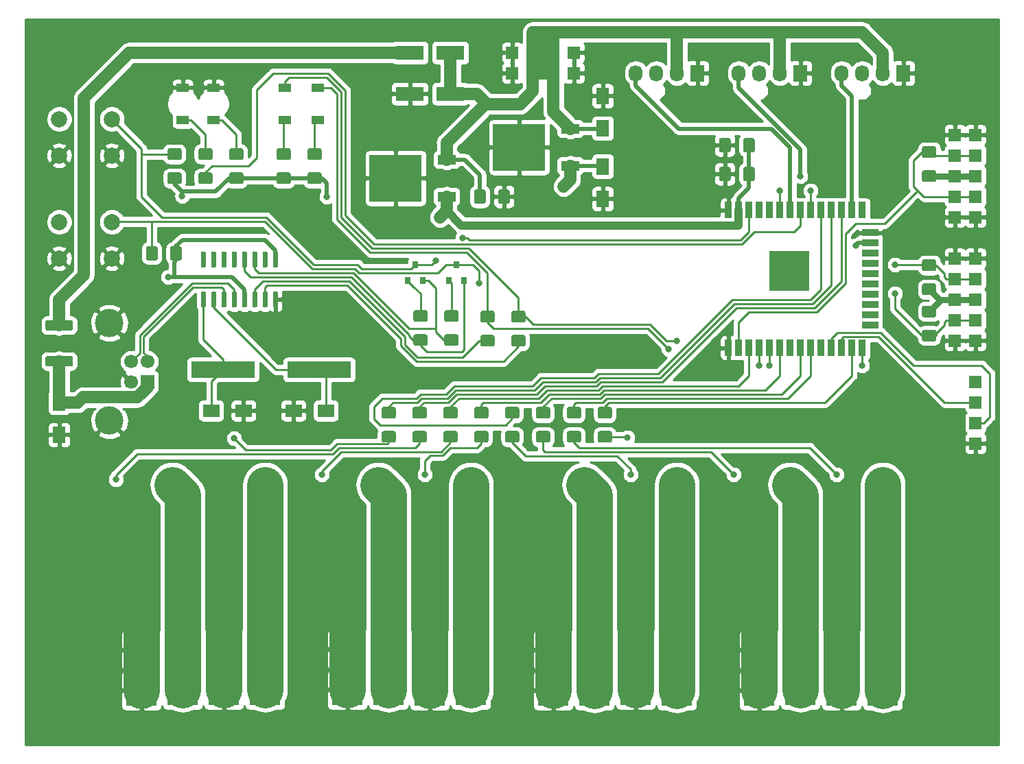
<source format=gbr>
G04 #@! TF.GenerationSoftware,KiCad,Pcbnew,5.1.5-52549c5~84~ubuntu18.04.1*
G04 #@! TF.CreationDate,2020-01-05T00:06:13+01:00*
G04 #@! TF.ProjectId,PCB,5043422e-6b69-4636-9164-5f7063625858,rev?*
G04 #@! TF.SameCoordinates,Original*
G04 #@! TF.FileFunction,Copper,L2,Bot*
G04 #@! TF.FilePolarity,Positive*
%FSLAX46Y46*%
G04 Gerber Fmt 4.6, Leading zero omitted, Abs format (unit mm)*
G04 Created by KiCad (PCBNEW 5.1.5-52549c5~84~ubuntu18.04.1) date 2020-01-05 00:06:13*
%MOMM*%
%LPD*%
G04 APERTURE LIST*
%ADD10R,7.875000X2.000000*%
%ADD11R,0.900000X2.000000*%
%ADD12R,2.000000X0.900000*%
%ADD13R,5.000000X5.000000*%
%ADD14R,1.500000X1.050000*%
%ADD15C,2.000000*%
%ADD16C,0.100000*%
%ADD17R,0.800000X0.900000*%
%ADD18C,3.500000*%
%ADD19C,1.700000*%
%ADD20R,1.700000X1.700000*%
%ADD21R,1.524000X1.524000*%
%ADD22R,3.810000X3.810000*%
%ADD23C,6.000000*%
%ADD24O,1.730000X2.030000*%
%ADD25R,1.730000X2.030000*%
%ADD26R,3.500000X1.800000*%
%ADD27R,1.600000X2.000000*%
%ADD28R,2.000000X1.600000*%
%ADD29R,6.400000X5.800000*%
%ADD30R,2.200000X1.200000*%
%ADD31C,0.800000*%
%ADD32C,1.200000*%
%ADD33C,4.500000*%
%ADD34C,0.750000*%
%ADD35C,0.500000*%
%ADD36C,1.500000*%
%ADD37C,1.000000*%
%ADD38C,0.254000*%
G04 APERTURE END LIST*
D10*
X111633000Y-89916000D03*
X123508000Y-89916000D03*
D11*
X173990000Y-87240000D03*
X175260000Y-87240000D03*
X176530000Y-87240000D03*
X177800000Y-87240000D03*
X179070000Y-87240000D03*
X180340000Y-87240000D03*
X181610000Y-87240000D03*
X182880000Y-87240000D03*
X184150000Y-87240000D03*
X185420000Y-87240000D03*
X186690000Y-87240000D03*
X187960000Y-87240000D03*
X189230000Y-87240000D03*
X190500000Y-87240000D03*
D12*
X191500000Y-84455000D03*
X191500000Y-83185000D03*
X191500000Y-81915000D03*
X191500000Y-80645000D03*
X191500000Y-79375000D03*
X191500000Y-78105000D03*
X191500000Y-76835000D03*
X191500000Y-75565000D03*
X191500000Y-74295000D03*
X191500000Y-73025000D03*
D11*
X190500000Y-70240000D03*
X189230000Y-70240000D03*
X187960000Y-70240000D03*
X186690000Y-70240000D03*
X185420000Y-70240000D03*
X184150000Y-70240000D03*
X182880000Y-70240000D03*
X181610000Y-70240000D03*
X180340000Y-70240000D03*
X179070000Y-70240000D03*
X177800000Y-70240000D03*
X176530000Y-70240000D03*
X175260000Y-70240000D03*
X173990000Y-70240000D03*
D13*
X181490000Y-77740000D03*
D14*
X119253000Y-55118000D03*
X119253000Y-59118000D03*
X106680000Y-55118000D03*
X106680000Y-59118000D03*
X123317000Y-55118000D03*
X123317000Y-59118000D03*
D15*
X97940000Y-59000000D03*
X97940000Y-63500000D03*
X91440000Y-59000000D03*
X91440000Y-63500000D03*
G04 #@! TA.AperFunction,SMDPad,CuDef*
D16*
G36*
X159399504Y-94538704D02*
G01*
X159423773Y-94542304D01*
X159447571Y-94548265D01*
X159470671Y-94556530D01*
X159492849Y-94567020D01*
X159513893Y-94579633D01*
X159533598Y-94594247D01*
X159551777Y-94610723D01*
X159568253Y-94628902D01*
X159582867Y-94648607D01*
X159595480Y-94669651D01*
X159605970Y-94691829D01*
X159614235Y-94714929D01*
X159620196Y-94738727D01*
X159623796Y-94762996D01*
X159625000Y-94787500D01*
X159625000Y-95712500D01*
X159623796Y-95737004D01*
X159620196Y-95761273D01*
X159614235Y-95785071D01*
X159605970Y-95808171D01*
X159595480Y-95830349D01*
X159582867Y-95851393D01*
X159568253Y-95871098D01*
X159551777Y-95889277D01*
X159533598Y-95905753D01*
X159513893Y-95920367D01*
X159492849Y-95932980D01*
X159470671Y-95943470D01*
X159447571Y-95951735D01*
X159423773Y-95957696D01*
X159399504Y-95961296D01*
X159375000Y-95962500D01*
X158125000Y-95962500D01*
X158100496Y-95961296D01*
X158076227Y-95957696D01*
X158052429Y-95951735D01*
X158029329Y-95943470D01*
X158007151Y-95932980D01*
X157986107Y-95920367D01*
X157966402Y-95905753D01*
X157948223Y-95889277D01*
X157931747Y-95871098D01*
X157917133Y-95851393D01*
X157904520Y-95830349D01*
X157894030Y-95808171D01*
X157885765Y-95785071D01*
X157879804Y-95761273D01*
X157876204Y-95737004D01*
X157875000Y-95712500D01*
X157875000Y-94787500D01*
X157876204Y-94762996D01*
X157879804Y-94738727D01*
X157885765Y-94714929D01*
X157894030Y-94691829D01*
X157904520Y-94669651D01*
X157917133Y-94648607D01*
X157931747Y-94628902D01*
X157948223Y-94610723D01*
X157966402Y-94594247D01*
X157986107Y-94579633D01*
X158007151Y-94567020D01*
X158029329Y-94556530D01*
X158052429Y-94548265D01*
X158076227Y-94542304D01*
X158100496Y-94538704D01*
X158125000Y-94537500D01*
X159375000Y-94537500D01*
X159399504Y-94538704D01*
G37*
G04 #@! TD.AperFunction*
G04 #@! TA.AperFunction,SMDPad,CuDef*
G36*
X159399504Y-97513704D02*
G01*
X159423773Y-97517304D01*
X159447571Y-97523265D01*
X159470671Y-97531530D01*
X159492849Y-97542020D01*
X159513893Y-97554633D01*
X159533598Y-97569247D01*
X159551777Y-97585723D01*
X159568253Y-97603902D01*
X159582867Y-97623607D01*
X159595480Y-97644651D01*
X159605970Y-97666829D01*
X159614235Y-97689929D01*
X159620196Y-97713727D01*
X159623796Y-97737996D01*
X159625000Y-97762500D01*
X159625000Y-98687500D01*
X159623796Y-98712004D01*
X159620196Y-98736273D01*
X159614235Y-98760071D01*
X159605970Y-98783171D01*
X159595480Y-98805349D01*
X159582867Y-98826393D01*
X159568253Y-98846098D01*
X159551777Y-98864277D01*
X159533598Y-98880753D01*
X159513893Y-98895367D01*
X159492849Y-98907980D01*
X159470671Y-98918470D01*
X159447571Y-98926735D01*
X159423773Y-98932696D01*
X159399504Y-98936296D01*
X159375000Y-98937500D01*
X158125000Y-98937500D01*
X158100496Y-98936296D01*
X158076227Y-98932696D01*
X158052429Y-98926735D01*
X158029329Y-98918470D01*
X158007151Y-98907980D01*
X157986107Y-98895367D01*
X157966402Y-98880753D01*
X157948223Y-98864277D01*
X157931747Y-98846098D01*
X157917133Y-98826393D01*
X157904520Y-98805349D01*
X157894030Y-98783171D01*
X157885765Y-98760071D01*
X157879804Y-98736273D01*
X157876204Y-98712004D01*
X157875000Y-98687500D01*
X157875000Y-97762500D01*
X157876204Y-97737996D01*
X157879804Y-97713727D01*
X157885765Y-97689929D01*
X157894030Y-97666829D01*
X157904520Y-97644651D01*
X157917133Y-97623607D01*
X157931747Y-97603902D01*
X157948223Y-97585723D01*
X157966402Y-97569247D01*
X157986107Y-97554633D01*
X158007151Y-97542020D01*
X158029329Y-97531530D01*
X158052429Y-97523265D01*
X158076227Y-97517304D01*
X158100496Y-97513704D01*
X158125000Y-97512500D01*
X159375000Y-97512500D01*
X159399504Y-97513704D01*
G37*
G04 #@! TD.AperFunction*
G04 #@! TA.AperFunction,SMDPad,CuDef*
G36*
X147969504Y-94538704D02*
G01*
X147993773Y-94542304D01*
X148017571Y-94548265D01*
X148040671Y-94556530D01*
X148062849Y-94567020D01*
X148083893Y-94579633D01*
X148103598Y-94594247D01*
X148121777Y-94610723D01*
X148138253Y-94628902D01*
X148152867Y-94648607D01*
X148165480Y-94669651D01*
X148175970Y-94691829D01*
X148184235Y-94714929D01*
X148190196Y-94738727D01*
X148193796Y-94762996D01*
X148195000Y-94787500D01*
X148195000Y-95712500D01*
X148193796Y-95737004D01*
X148190196Y-95761273D01*
X148184235Y-95785071D01*
X148175970Y-95808171D01*
X148165480Y-95830349D01*
X148152867Y-95851393D01*
X148138253Y-95871098D01*
X148121777Y-95889277D01*
X148103598Y-95905753D01*
X148083893Y-95920367D01*
X148062849Y-95932980D01*
X148040671Y-95943470D01*
X148017571Y-95951735D01*
X147993773Y-95957696D01*
X147969504Y-95961296D01*
X147945000Y-95962500D01*
X146695000Y-95962500D01*
X146670496Y-95961296D01*
X146646227Y-95957696D01*
X146622429Y-95951735D01*
X146599329Y-95943470D01*
X146577151Y-95932980D01*
X146556107Y-95920367D01*
X146536402Y-95905753D01*
X146518223Y-95889277D01*
X146501747Y-95871098D01*
X146487133Y-95851393D01*
X146474520Y-95830349D01*
X146464030Y-95808171D01*
X146455765Y-95785071D01*
X146449804Y-95761273D01*
X146446204Y-95737004D01*
X146445000Y-95712500D01*
X146445000Y-94787500D01*
X146446204Y-94762996D01*
X146449804Y-94738727D01*
X146455765Y-94714929D01*
X146464030Y-94691829D01*
X146474520Y-94669651D01*
X146487133Y-94648607D01*
X146501747Y-94628902D01*
X146518223Y-94610723D01*
X146536402Y-94594247D01*
X146556107Y-94579633D01*
X146577151Y-94567020D01*
X146599329Y-94556530D01*
X146622429Y-94548265D01*
X146646227Y-94542304D01*
X146670496Y-94538704D01*
X146695000Y-94537500D01*
X147945000Y-94537500D01*
X147969504Y-94538704D01*
G37*
G04 #@! TD.AperFunction*
G04 #@! TA.AperFunction,SMDPad,CuDef*
G36*
X147969504Y-97513704D02*
G01*
X147993773Y-97517304D01*
X148017571Y-97523265D01*
X148040671Y-97531530D01*
X148062849Y-97542020D01*
X148083893Y-97554633D01*
X148103598Y-97569247D01*
X148121777Y-97585723D01*
X148138253Y-97603902D01*
X148152867Y-97623607D01*
X148165480Y-97644651D01*
X148175970Y-97666829D01*
X148184235Y-97689929D01*
X148190196Y-97713727D01*
X148193796Y-97737996D01*
X148195000Y-97762500D01*
X148195000Y-98687500D01*
X148193796Y-98712004D01*
X148190196Y-98736273D01*
X148184235Y-98760071D01*
X148175970Y-98783171D01*
X148165480Y-98805349D01*
X148152867Y-98826393D01*
X148138253Y-98846098D01*
X148121777Y-98864277D01*
X148103598Y-98880753D01*
X148083893Y-98895367D01*
X148062849Y-98907980D01*
X148040671Y-98918470D01*
X148017571Y-98926735D01*
X147993773Y-98932696D01*
X147969504Y-98936296D01*
X147945000Y-98937500D01*
X146695000Y-98937500D01*
X146670496Y-98936296D01*
X146646227Y-98932696D01*
X146622429Y-98926735D01*
X146599329Y-98918470D01*
X146577151Y-98907980D01*
X146556107Y-98895367D01*
X146536402Y-98880753D01*
X146518223Y-98864277D01*
X146501747Y-98846098D01*
X146487133Y-98826393D01*
X146474520Y-98805349D01*
X146464030Y-98783171D01*
X146455765Y-98760071D01*
X146449804Y-98736273D01*
X146446204Y-98712004D01*
X146445000Y-98687500D01*
X146445000Y-97762500D01*
X146446204Y-97737996D01*
X146449804Y-97713727D01*
X146455765Y-97689929D01*
X146464030Y-97666829D01*
X146474520Y-97644651D01*
X146487133Y-97623607D01*
X146501747Y-97603902D01*
X146518223Y-97585723D01*
X146536402Y-97569247D01*
X146556107Y-97554633D01*
X146577151Y-97542020D01*
X146599329Y-97531530D01*
X146622429Y-97523265D01*
X146646227Y-97517304D01*
X146670496Y-97513704D01*
X146695000Y-97512500D01*
X147945000Y-97512500D01*
X147969504Y-97513704D01*
G37*
G04 #@! TD.AperFunction*
G04 #@! TA.AperFunction,SMDPad,CuDef*
G36*
X151779504Y-94538704D02*
G01*
X151803773Y-94542304D01*
X151827571Y-94548265D01*
X151850671Y-94556530D01*
X151872849Y-94567020D01*
X151893893Y-94579633D01*
X151913598Y-94594247D01*
X151931777Y-94610723D01*
X151948253Y-94628902D01*
X151962867Y-94648607D01*
X151975480Y-94669651D01*
X151985970Y-94691829D01*
X151994235Y-94714929D01*
X152000196Y-94738727D01*
X152003796Y-94762996D01*
X152005000Y-94787500D01*
X152005000Y-95712500D01*
X152003796Y-95737004D01*
X152000196Y-95761273D01*
X151994235Y-95785071D01*
X151985970Y-95808171D01*
X151975480Y-95830349D01*
X151962867Y-95851393D01*
X151948253Y-95871098D01*
X151931777Y-95889277D01*
X151913598Y-95905753D01*
X151893893Y-95920367D01*
X151872849Y-95932980D01*
X151850671Y-95943470D01*
X151827571Y-95951735D01*
X151803773Y-95957696D01*
X151779504Y-95961296D01*
X151755000Y-95962500D01*
X150505000Y-95962500D01*
X150480496Y-95961296D01*
X150456227Y-95957696D01*
X150432429Y-95951735D01*
X150409329Y-95943470D01*
X150387151Y-95932980D01*
X150366107Y-95920367D01*
X150346402Y-95905753D01*
X150328223Y-95889277D01*
X150311747Y-95871098D01*
X150297133Y-95851393D01*
X150284520Y-95830349D01*
X150274030Y-95808171D01*
X150265765Y-95785071D01*
X150259804Y-95761273D01*
X150256204Y-95737004D01*
X150255000Y-95712500D01*
X150255000Y-94787500D01*
X150256204Y-94762996D01*
X150259804Y-94738727D01*
X150265765Y-94714929D01*
X150274030Y-94691829D01*
X150284520Y-94669651D01*
X150297133Y-94648607D01*
X150311747Y-94628902D01*
X150328223Y-94610723D01*
X150346402Y-94594247D01*
X150366107Y-94579633D01*
X150387151Y-94567020D01*
X150409329Y-94556530D01*
X150432429Y-94548265D01*
X150456227Y-94542304D01*
X150480496Y-94538704D01*
X150505000Y-94537500D01*
X151755000Y-94537500D01*
X151779504Y-94538704D01*
G37*
G04 #@! TD.AperFunction*
G04 #@! TA.AperFunction,SMDPad,CuDef*
G36*
X151779504Y-97513704D02*
G01*
X151803773Y-97517304D01*
X151827571Y-97523265D01*
X151850671Y-97531530D01*
X151872849Y-97542020D01*
X151893893Y-97554633D01*
X151913598Y-97569247D01*
X151931777Y-97585723D01*
X151948253Y-97603902D01*
X151962867Y-97623607D01*
X151975480Y-97644651D01*
X151985970Y-97666829D01*
X151994235Y-97689929D01*
X152000196Y-97713727D01*
X152003796Y-97737996D01*
X152005000Y-97762500D01*
X152005000Y-98687500D01*
X152003796Y-98712004D01*
X152000196Y-98736273D01*
X151994235Y-98760071D01*
X151985970Y-98783171D01*
X151975480Y-98805349D01*
X151962867Y-98826393D01*
X151948253Y-98846098D01*
X151931777Y-98864277D01*
X151913598Y-98880753D01*
X151893893Y-98895367D01*
X151872849Y-98907980D01*
X151850671Y-98918470D01*
X151827571Y-98926735D01*
X151803773Y-98932696D01*
X151779504Y-98936296D01*
X151755000Y-98937500D01*
X150505000Y-98937500D01*
X150480496Y-98936296D01*
X150456227Y-98932696D01*
X150432429Y-98926735D01*
X150409329Y-98918470D01*
X150387151Y-98907980D01*
X150366107Y-98895367D01*
X150346402Y-98880753D01*
X150328223Y-98864277D01*
X150311747Y-98846098D01*
X150297133Y-98826393D01*
X150284520Y-98805349D01*
X150274030Y-98783171D01*
X150265765Y-98760071D01*
X150259804Y-98736273D01*
X150256204Y-98712004D01*
X150255000Y-98687500D01*
X150255000Y-97762500D01*
X150256204Y-97737996D01*
X150259804Y-97713727D01*
X150265765Y-97689929D01*
X150274030Y-97666829D01*
X150284520Y-97644651D01*
X150297133Y-97623607D01*
X150311747Y-97603902D01*
X150328223Y-97585723D01*
X150346402Y-97569247D01*
X150366107Y-97554633D01*
X150387151Y-97542020D01*
X150409329Y-97531530D01*
X150432429Y-97523265D01*
X150456227Y-97517304D01*
X150480496Y-97513704D01*
X150505000Y-97512500D01*
X151755000Y-97512500D01*
X151779504Y-97513704D01*
G37*
G04 #@! TD.AperFunction*
G04 #@! TA.AperFunction,SMDPad,CuDef*
G36*
X155589504Y-94538704D02*
G01*
X155613773Y-94542304D01*
X155637571Y-94548265D01*
X155660671Y-94556530D01*
X155682849Y-94567020D01*
X155703893Y-94579633D01*
X155723598Y-94594247D01*
X155741777Y-94610723D01*
X155758253Y-94628902D01*
X155772867Y-94648607D01*
X155785480Y-94669651D01*
X155795970Y-94691829D01*
X155804235Y-94714929D01*
X155810196Y-94738727D01*
X155813796Y-94762996D01*
X155815000Y-94787500D01*
X155815000Y-95712500D01*
X155813796Y-95737004D01*
X155810196Y-95761273D01*
X155804235Y-95785071D01*
X155795970Y-95808171D01*
X155785480Y-95830349D01*
X155772867Y-95851393D01*
X155758253Y-95871098D01*
X155741777Y-95889277D01*
X155723598Y-95905753D01*
X155703893Y-95920367D01*
X155682849Y-95932980D01*
X155660671Y-95943470D01*
X155637571Y-95951735D01*
X155613773Y-95957696D01*
X155589504Y-95961296D01*
X155565000Y-95962500D01*
X154315000Y-95962500D01*
X154290496Y-95961296D01*
X154266227Y-95957696D01*
X154242429Y-95951735D01*
X154219329Y-95943470D01*
X154197151Y-95932980D01*
X154176107Y-95920367D01*
X154156402Y-95905753D01*
X154138223Y-95889277D01*
X154121747Y-95871098D01*
X154107133Y-95851393D01*
X154094520Y-95830349D01*
X154084030Y-95808171D01*
X154075765Y-95785071D01*
X154069804Y-95761273D01*
X154066204Y-95737004D01*
X154065000Y-95712500D01*
X154065000Y-94787500D01*
X154066204Y-94762996D01*
X154069804Y-94738727D01*
X154075765Y-94714929D01*
X154084030Y-94691829D01*
X154094520Y-94669651D01*
X154107133Y-94648607D01*
X154121747Y-94628902D01*
X154138223Y-94610723D01*
X154156402Y-94594247D01*
X154176107Y-94579633D01*
X154197151Y-94567020D01*
X154219329Y-94556530D01*
X154242429Y-94548265D01*
X154266227Y-94542304D01*
X154290496Y-94538704D01*
X154315000Y-94537500D01*
X155565000Y-94537500D01*
X155589504Y-94538704D01*
G37*
G04 #@! TD.AperFunction*
G04 #@! TA.AperFunction,SMDPad,CuDef*
G36*
X155589504Y-97513704D02*
G01*
X155613773Y-97517304D01*
X155637571Y-97523265D01*
X155660671Y-97531530D01*
X155682849Y-97542020D01*
X155703893Y-97554633D01*
X155723598Y-97569247D01*
X155741777Y-97585723D01*
X155758253Y-97603902D01*
X155772867Y-97623607D01*
X155785480Y-97644651D01*
X155795970Y-97666829D01*
X155804235Y-97689929D01*
X155810196Y-97713727D01*
X155813796Y-97737996D01*
X155815000Y-97762500D01*
X155815000Y-98687500D01*
X155813796Y-98712004D01*
X155810196Y-98736273D01*
X155804235Y-98760071D01*
X155795970Y-98783171D01*
X155785480Y-98805349D01*
X155772867Y-98826393D01*
X155758253Y-98846098D01*
X155741777Y-98864277D01*
X155723598Y-98880753D01*
X155703893Y-98895367D01*
X155682849Y-98907980D01*
X155660671Y-98918470D01*
X155637571Y-98926735D01*
X155613773Y-98932696D01*
X155589504Y-98936296D01*
X155565000Y-98937500D01*
X154315000Y-98937500D01*
X154290496Y-98936296D01*
X154266227Y-98932696D01*
X154242429Y-98926735D01*
X154219329Y-98918470D01*
X154197151Y-98907980D01*
X154176107Y-98895367D01*
X154156402Y-98880753D01*
X154138223Y-98864277D01*
X154121747Y-98846098D01*
X154107133Y-98826393D01*
X154094520Y-98805349D01*
X154084030Y-98783171D01*
X154075765Y-98760071D01*
X154069804Y-98736273D01*
X154066204Y-98712004D01*
X154065000Y-98687500D01*
X154065000Y-97762500D01*
X154066204Y-97737996D01*
X154069804Y-97713727D01*
X154075765Y-97689929D01*
X154084030Y-97666829D01*
X154094520Y-97644651D01*
X154107133Y-97623607D01*
X154121747Y-97603902D01*
X154138223Y-97585723D01*
X154156402Y-97569247D01*
X154176107Y-97554633D01*
X154197151Y-97542020D01*
X154219329Y-97531530D01*
X154242429Y-97523265D01*
X154266227Y-97517304D01*
X154290496Y-97513704D01*
X154315000Y-97512500D01*
X155565000Y-97512500D01*
X155589504Y-97513704D01*
G37*
G04 #@! TD.AperFunction*
G04 #@! TA.AperFunction,SMDPad,CuDef*
G36*
X140349504Y-94538704D02*
G01*
X140373773Y-94542304D01*
X140397571Y-94548265D01*
X140420671Y-94556530D01*
X140442849Y-94567020D01*
X140463893Y-94579633D01*
X140483598Y-94594247D01*
X140501777Y-94610723D01*
X140518253Y-94628902D01*
X140532867Y-94648607D01*
X140545480Y-94669651D01*
X140555970Y-94691829D01*
X140564235Y-94714929D01*
X140570196Y-94738727D01*
X140573796Y-94762996D01*
X140575000Y-94787500D01*
X140575000Y-95712500D01*
X140573796Y-95737004D01*
X140570196Y-95761273D01*
X140564235Y-95785071D01*
X140555970Y-95808171D01*
X140545480Y-95830349D01*
X140532867Y-95851393D01*
X140518253Y-95871098D01*
X140501777Y-95889277D01*
X140483598Y-95905753D01*
X140463893Y-95920367D01*
X140442849Y-95932980D01*
X140420671Y-95943470D01*
X140397571Y-95951735D01*
X140373773Y-95957696D01*
X140349504Y-95961296D01*
X140325000Y-95962500D01*
X139075000Y-95962500D01*
X139050496Y-95961296D01*
X139026227Y-95957696D01*
X139002429Y-95951735D01*
X138979329Y-95943470D01*
X138957151Y-95932980D01*
X138936107Y-95920367D01*
X138916402Y-95905753D01*
X138898223Y-95889277D01*
X138881747Y-95871098D01*
X138867133Y-95851393D01*
X138854520Y-95830349D01*
X138844030Y-95808171D01*
X138835765Y-95785071D01*
X138829804Y-95761273D01*
X138826204Y-95737004D01*
X138825000Y-95712500D01*
X138825000Y-94787500D01*
X138826204Y-94762996D01*
X138829804Y-94738727D01*
X138835765Y-94714929D01*
X138844030Y-94691829D01*
X138854520Y-94669651D01*
X138867133Y-94648607D01*
X138881747Y-94628902D01*
X138898223Y-94610723D01*
X138916402Y-94594247D01*
X138936107Y-94579633D01*
X138957151Y-94567020D01*
X138979329Y-94556530D01*
X139002429Y-94548265D01*
X139026227Y-94542304D01*
X139050496Y-94538704D01*
X139075000Y-94537500D01*
X140325000Y-94537500D01*
X140349504Y-94538704D01*
G37*
G04 #@! TD.AperFunction*
G04 #@! TA.AperFunction,SMDPad,CuDef*
G36*
X140349504Y-97513704D02*
G01*
X140373773Y-97517304D01*
X140397571Y-97523265D01*
X140420671Y-97531530D01*
X140442849Y-97542020D01*
X140463893Y-97554633D01*
X140483598Y-97569247D01*
X140501777Y-97585723D01*
X140518253Y-97603902D01*
X140532867Y-97623607D01*
X140545480Y-97644651D01*
X140555970Y-97666829D01*
X140564235Y-97689929D01*
X140570196Y-97713727D01*
X140573796Y-97737996D01*
X140575000Y-97762500D01*
X140575000Y-98687500D01*
X140573796Y-98712004D01*
X140570196Y-98736273D01*
X140564235Y-98760071D01*
X140555970Y-98783171D01*
X140545480Y-98805349D01*
X140532867Y-98826393D01*
X140518253Y-98846098D01*
X140501777Y-98864277D01*
X140483598Y-98880753D01*
X140463893Y-98895367D01*
X140442849Y-98907980D01*
X140420671Y-98918470D01*
X140397571Y-98926735D01*
X140373773Y-98932696D01*
X140349504Y-98936296D01*
X140325000Y-98937500D01*
X139075000Y-98937500D01*
X139050496Y-98936296D01*
X139026227Y-98932696D01*
X139002429Y-98926735D01*
X138979329Y-98918470D01*
X138957151Y-98907980D01*
X138936107Y-98895367D01*
X138916402Y-98880753D01*
X138898223Y-98864277D01*
X138881747Y-98846098D01*
X138867133Y-98826393D01*
X138854520Y-98805349D01*
X138844030Y-98783171D01*
X138835765Y-98760071D01*
X138829804Y-98736273D01*
X138826204Y-98712004D01*
X138825000Y-98687500D01*
X138825000Y-97762500D01*
X138826204Y-97737996D01*
X138829804Y-97713727D01*
X138835765Y-97689929D01*
X138844030Y-97666829D01*
X138854520Y-97644651D01*
X138867133Y-97623607D01*
X138881747Y-97603902D01*
X138898223Y-97585723D01*
X138916402Y-97569247D01*
X138936107Y-97554633D01*
X138957151Y-97542020D01*
X138979329Y-97531530D01*
X139002429Y-97523265D01*
X139026227Y-97517304D01*
X139050496Y-97513704D01*
X139075000Y-97512500D01*
X140325000Y-97512500D01*
X140349504Y-97513704D01*
G37*
G04 #@! TD.AperFunction*
G04 #@! TA.AperFunction,SMDPad,CuDef*
G36*
X144159504Y-94538704D02*
G01*
X144183773Y-94542304D01*
X144207571Y-94548265D01*
X144230671Y-94556530D01*
X144252849Y-94567020D01*
X144273893Y-94579633D01*
X144293598Y-94594247D01*
X144311777Y-94610723D01*
X144328253Y-94628902D01*
X144342867Y-94648607D01*
X144355480Y-94669651D01*
X144365970Y-94691829D01*
X144374235Y-94714929D01*
X144380196Y-94738727D01*
X144383796Y-94762996D01*
X144385000Y-94787500D01*
X144385000Y-95712500D01*
X144383796Y-95737004D01*
X144380196Y-95761273D01*
X144374235Y-95785071D01*
X144365970Y-95808171D01*
X144355480Y-95830349D01*
X144342867Y-95851393D01*
X144328253Y-95871098D01*
X144311777Y-95889277D01*
X144293598Y-95905753D01*
X144273893Y-95920367D01*
X144252849Y-95932980D01*
X144230671Y-95943470D01*
X144207571Y-95951735D01*
X144183773Y-95957696D01*
X144159504Y-95961296D01*
X144135000Y-95962500D01*
X142885000Y-95962500D01*
X142860496Y-95961296D01*
X142836227Y-95957696D01*
X142812429Y-95951735D01*
X142789329Y-95943470D01*
X142767151Y-95932980D01*
X142746107Y-95920367D01*
X142726402Y-95905753D01*
X142708223Y-95889277D01*
X142691747Y-95871098D01*
X142677133Y-95851393D01*
X142664520Y-95830349D01*
X142654030Y-95808171D01*
X142645765Y-95785071D01*
X142639804Y-95761273D01*
X142636204Y-95737004D01*
X142635000Y-95712500D01*
X142635000Y-94787500D01*
X142636204Y-94762996D01*
X142639804Y-94738727D01*
X142645765Y-94714929D01*
X142654030Y-94691829D01*
X142664520Y-94669651D01*
X142677133Y-94648607D01*
X142691747Y-94628902D01*
X142708223Y-94610723D01*
X142726402Y-94594247D01*
X142746107Y-94579633D01*
X142767151Y-94567020D01*
X142789329Y-94556530D01*
X142812429Y-94548265D01*
X142836227Y-94542304D01*
X142860496Y-94538704D01*
X142885000Y-94537500D01*
X144135000Y-94537500D01*
X144159504Y-94538704D01*
G37*
G04 #@! TD.AperFunction*
G04 #@! TA.AperFunction,SMDPad,CuDef*
G36*
X144159504Y-97513704D02*
G01*
X144183773Y-97517304D01*
X144207571Y-97523265D01*
X144230671Y-97531530D01*
X144252849Y-97542020D01*
X144273893Y-97554633D01*
X144293598Y-97569247D01*
X144311777Y-97585723D01*
X144328253Y-97603902D01*
X144342867Y-97623607D01*
X144355480Y-97644651D01*
X144365970Y-97666829D01*
X144374235Y-97689929D01*
X144380196Y-97713727D01*
X144383796Y-97737996D01*
X144385000Y-97762500D01*
X144385000Y-98687500D01*
X144383796Y-98712004D01*
X144380196Y-98736273D01*
X144374235Y-98760071D01*
X144365970Y-98783171D01*
X144355480Y-98805349D01*
X144342867Y-98826393D01*
X144328253Y-98846098D01*
X144311777Y-98864277D01*
X144293598Y-98880753D01*
X144273893Y-98895367D01*
X144252849Y-98907980D01*
X144230671Y-98918470D01*
X144207571Y-98926735D01*
X144183773Y-98932696D01*
X144159504Y-98936296D01*
X144135000Y-98937500D01*
X142885000Y-98937500D01*
X142860496Y-98936296D01*
X142836227Y-98932696D01*
X142812429Y-98926735D01*
X142789329Y-98918470D01*
X142767151Y-98907980D01*
X142746107Y-98895367D01*
X142726402Y-98880753D01*
X142708223Y-98864277D01*
X142691747Y-98846098D01*
X142677133Y-98826393D01*
X142664520Y-98805349D01*
X142654030Y-98783171D01*
X142645765Y-98760071D01*
X142639804Y-98736273D01*
X142636204Y-98712004D01*
X142635000Y-98687500D01*
X142635000Y-97762500D01*
X142636204Y-97737996D01*
X142639804Y-97713727D01*
X142645765Y-97689929D01*
X142654030Y-97666829D01*
X142664520Y-97644651D01*
X142677133Y-97623607D01*
X142691747Y-97603902D01*
X142708223Y-97585723D01*
X142726402Y-97569247D01*
X142746107Y-97554633D01*
X142767151Y-97542020D01*
X142789329Y-97531530D01*
X142812429Y-97523265D01*
X142836227Y-97517304D01*
X142860496Y-97513704D01*
X142885000Y-97512500D01*
X144135000Y-97512500D01*
X144159504Y-97513704D01*
G37*
G04 #@! TD.AperFunction*
G04 #@! TA.AperFunction,SMDPad,CuDef*
G36*
X136539504Y-94538704D02*
G01*
X136563773Y-94542304D01*
X136587571Y-94548265D01*
X136610671Y-94556530D01*
X136632849Y-94567020D01*
X136653893Y-94579633D01*
X136673598Y-94594247D01*
X136691777Y-94610723D01*
X136708253Y-94628902D01*
X136722867Y-94648607D01*
X136735480Y-94669651D01*
X136745970Y-94691829D01*
X136754235Y-94714929D01*
X136760196Y-94738727D01*
X136763796Y-94762996D01*
X136765000Y-94787500D01*
X136765000Y-95712500D01*
X136763796Y-95737004D01*
X136760196Y-95761273D01*
X136754235Y-95785071D01*
X136745970Y-95808171D01*
X136735480Y-95830349D01*
X136722867Y-95851393D01*
X136708253Y-95871098D01*
X136691777Y-95889277D01*
X136673598Y-95905753D01*
X136653893Y-95920367D01*
X136632849Y-95932980D01*
X136610671Y-95943470D01*
X136587571Y-95951735D01*
X136563773Y-95957696D01*
X136539504Y-95961296D01*
X136515000Y-95962500D01*
X135265000Y-95962500D01*
X135240496Y-95961296D01*
X135216227Y-95957696D01*
X135192429Y-95951735D01*
X135169329Y-95943470D01*
X135147151Y-95932980D01*
X135126107Y-95920367D01*
X135106402Y-95905753D01*
X135088223Y-95889277D01*
X135071747Y-95871098D01*
X135057133Y-95851393D01*
X135044520Y-95830349D01*
X135034030Y-95808171D01*
X135025765Y-95785071D01*
X135019804Y-95761273D01*
X135016204Y-95737004D01*
X135015000Y-95712500D01*
X135015000Y-94787500D01*
X135016204Y-94762996D01*
X135019804Y-94738727D01*
X135025765Y-94714929D01*
X135034030Y-94691829D01*
X135044520Y-94669651D01*
X135057133Y-94648607D01*
X135071747Y-94628902D01*
X135088223Y-94610723D01*
X135106402Y-94594247D01*
X135126107Y-94579633D01*
X135147151Y-94567020D01*
X135169329Y-94556530D01*
X135192429Y-94548265D01*
X135216227Y-94542304D01*
X135240496Y-94538704D01*
X135265000Y-94537500D01*
X136515000Y-94537500D01*
X136539504Y-94538704D01*
G37*
G04 #@! TD.AperFunction*
G04 #@! TA.AperFunction,SMDPad,CuDef*
G36*
X136539504Y-97513704D02*
G01*
X136563773Y-97517304D01*
X136587571Y-97523265D01*
X136610671Y-97531530D01*
X136632849Y-97542020D01*
X136653893Y-97554633D01*
X136673598Y-97569247D01*
X136691777Y-97585723D01*
X136708253Y-97603902D01*
X136722867Y-97623607D01*
X136735480Y-97644651D01*
X136745970Y-97666829D01*
X136754235Y-97689929D01*
X136760196Y-97713727D01*
X136763796Y-97737996D01*
X136765000Y-97762500D01*
X136765000Y-98687500D01*
X136763796Y-98712004D01*
X136760196Y-98736273D01*
X136754235Y-98760071D01*
X136745970Y-98783171D01*
X136735480Y-98805349D01*
X136722867Y-98826393D01*
X136708253Y-98846098D01*
X136691777Y-98864277D01*
X136673598Y-98880753D01*
X136653893Y-98895367D01*
X136632849Y-98907980D01*
X136610671Y-98918470D01*
X136587571Y-98926735D01*
X136563773Y-98932696D01*
X136539504Y-98936296D01*
X136515000Y-98937500D01*
X135265000Y-98937500D01*
X135240496Y-98936296D01*
X135216227Y-98932696D01*
X135192429Y-98926735D01*
X135169329Y-98918470D01*
X135147151Y-98907980D01*
X135126107Y-98895367D01*
X135106402Y-98880753D01*
X135088223Y-98864277D01*
X135071747Y-98846098D01*
X135057133Y-98826393D01*
X135044520Y-98805349D01*
X135034030Y-98783171D01*
X135025765Y-98760071D01*
X135019804Y-98736273D01*
X135016204Y-98712004D01*
X135015000Y-98687500D01*
X135015000Y-97762500D01*
X135016204Y-97737996D01*
X135019804Y-97713727D01*
X135025765Y-97689929D01*
X135034030Y-97666829D01*
X135044520Y-97644651D01*
X135057133Y-97623607D01*
X135071747Y-97603902D01*
X135088223Y-97585723D01*
X135106402Y-97569247D01*
X135126107Y-97554633D01*
X135147151Y-97542020D01*
X135169329Y-97531530D01*
X135192429Y-97523265D01*
X135216227Y-97517304D01*
X135240496Y-97513704D01*
X135265000Y-97512500D01*
X136515000Y-97512500D01*
X136539504Y-97513704D01*
G37*
G04 #@! TD.AperFunction*
G04 #@! TA.AperFunction,SMDPad,CuDef*
G36*
X132729504Y-94538704D02*
G01*
X132753773Y-94542304D01*
X132777571Y-94548265D01*
X132800671Y-94556530D01*
X132822849Y-94567020D01*
X132843893Y-94579633D01*
X132863598Y-94594247D01*
X132881777Y-94610723D01*
X132898253Y-94628902D01*
X132912867Y-94648607D01*
X132925480Y-94669651D01*
X132935970Y-94691829D01*
X132944235Y-94714929D01*
X132950196Y-94738727D01*
X132953796Y-94762996D01*
X132955000Y-94787500D01*
X132955000Y-95712500D01*
X132953796Y-95737004D01*
X132950196Y-95761273D01*
X132944235Y-95785071D01*
X132935970Y-95808171D01*
X132925480Y-95830349D01*
X132912867Y-95851393D01*
X132898253Y-95871098D01*
X132881777Y-95889277D01*
X132863598Y-95905753D01*
X132843893Y-95920367D01*
X132822849Y-95932980D01*
X132800671Y-95943470D01*
X132777571Y-95951735D01*
X132753773Y-95957696D01*
X132729504Y-95961296D01*
X132705000Y-95962500D01*
X131455000Y-95962500D01*
X131430496Y-95961296D01*
X131406227Y-95957696D01*
X131382429Y-95951735D01*
X131359329Y-95943470D01*
X131337151Y-95932980D01*
X131316107Y-95920367D01*
X131296402Y-95905753D01*
X131278223Y-95889277D01*
X131261747Y-95871098D01*
X131247133Y-95851393D01*
X131234520Y-95830349D01*
X131224030Y-95808171D01*
X131215765Y-95785071D01*
X131209804Y-95761273D01*
X131206204Y-95737004D01*
X131205000Y-95712500D01*
X131205000Y-94787500D01*
X131206204Y-94762996D01*
X131209804Y-94738727D01*
X131215765Y-94714929D01*
X131224030Y-94691829D01*
X131234520Y-94669651D01*
X131247133Y-94648607D01*
X131261747Y-94628902D01*
X131278223Y-94610723D01*
X131296402Y-94594247D01*
X131316107Y-94579633D01*
X131337151Y-94567020D01*
X131359329Y-94556530D01*
X131382429Y-94548265D01*
X131406227Y-94542304D01*
X131430496Y-94538704D01*
X131455000Y-94537500D01*
X132705000Y-94537500D01*
X132729504Y-94538704D01*
G37*
G04 #@! TD.AperFunction*
G04 #@! TA.AperFunction,SMDPad,CuDef*
G36*
X132729504Y-97513704D02*
G01*
X132753773Y-97517304D01*
X132777571Y-97523265D01*
X132800671Y-97531530D01*
X132822849Y-97542020D01*
X132843893Y-97554633D01*
X132863598Y-97569247D01*
X132881777Y-97585723D01*
X132898253Y-97603902D01*
X132912867Y-97623607D01*
X132925480Y-97644651D01*
X132935970Y-97666829D01*
X132944235Y-97689929D01*
X132950196Y-97713727D01*
X132953796Y-97737996D01*
X132955000Y-97762500D01*
X132955000Y-98687500D01*
X132953796Y-98712004D01*
X132950196Y-98736273D01*
X132944235Y-98760071D01*
X132935970Y-98783171D01*
X132925480Y-98805349D01*
X132912867Y-98826393D01*
X132898253Y-98846098D01*
X132881777Y-98864277D01*
X132863598Y-98880753D01*
X132843893Y-98895367D01*
X132822849Y-98907980D01*
X132800671Y-98918470D01*
X132777571Y-98926735D01*
X132753773Y-98932696D01*
X132729504Y-98936296D01*
X132705000Y-98937500D01*
X131455000Y-98937500D01*
X131430496Y-98936296D01*
X131406227Y-98932696D01*
X131382429Y-98926735D01*
X131359329Y-98918470D01*
X131337151Y-98907980D01*
X131316107Y-98895367D01*
X131296402Y-98880753D01*
X131278223Y-98864277D01*
X131261747Y-98846098D01*
X131247133Y-98826393D01*
X131234520Y-98805349D01*
X131224030Y-98783171D01*
X131215765Y-98760071D01*
X131209804Y-98736273D01*
X131206204Y-98712004D01*
X131205000Y-98687500D01*
X131205000Y-97762500D01*
X131206204Y-97737996D01*
X131209804Y-97713727D01*
X131215765Y-97689929D01*
X131224030Y-97666829D01*
X131234520Y-97644651D01*
X131247133Y-97623607D01*
X131261747Y-97603902D01*
X131278223Y-97585723D01*
X131296402Y-97569247D01*
X131316107Y-97554633D01*
X131337151Y-97542020D01*
X131359329Y-97531530D01*
X131382429Y-97523265D01*
X131406227Y-97517304D01*
X131430496Y-97513704D01*
X131455000Y-97512500D01*
X132705000Y-97512500D01*
X132729504Y-97513704D01*
G37*
G04 #@! TD.AperFunction*
G04 #@! TA.AperFunction,SMDPad,CuDef*
G36*
X103357004Y-74691204D02*
G01*
X103381273Y-74694804D01*
X103405071Y-74700765D01*
X103428171Y-74709030D01*
X103450349Y-74719520D01*
X103471393Y-74732133D01*
X103491098Y-74746747D01*
X103509277Y-74763223D01*
X103525753Y-74781402D01*
X103540367Y-74801107D01*
X103552980Y-74822151D01*
X103563470Y-74844329D01*
X103571735Y-74867429D01*
X103577696Y-74891227D01*
X103581296Y-74915496D01*
X103582500Y-74940000D01*
X103582500Y-76190000D01*
X103581296Y-76214504D01*
X103577696Y-76238773D01*
X103571735Y-76262571D01*
X103563470Y-76285671D01*
X103552980Y-76307849D01*
X103540367Y-76328893D01*
X103525753Y-76348598D01*
X103509277Y-76366777D01*
X103491098Y-76383253D01*
X103471393Y-76397867D01*
X103450349Y-76410480D01*
X103428171Y-76420970D01*
X103405071Y-76429235D01*
X103381273Y-76435196D01*
X103357004Y-76438796D01*
X103332500Y-76440000D01*
X102407500Y-76440000D01*
X102382996Y-76438796D01*
X102358727Y-76435196D01*
X102334929Y-76429235D01*
X102311829Y-76420970D01*
X102289651Y-76410480D01*
X102268607Y-76397867D01*
X102248902Y-76383253D01*
X102230723Y-76366777D01*
X102214247Y-76348598D01*
X102199633Y-76328893D01*
X102187020Y-76307849D01*
X102176530Y-76285671D01*
X102168265Y-76262571D01*
X102162304Y-76238773D01*
X102158704Y-76214504D01*
X102157500Y-76190000D01*
X102157500Y-74940000D01*
X102158704Y-74915496D01*
X102162304Y-74891227D01*
X102168265Y-74867429D01*
X102176530Y-74844329D01*
X102187020Y-74822151D01*
X102199633Y-74801107D01*
X102214247Y-74781402D01*
X102230723Y-74763223D01*
X102248902Y-74746747D01*
X102268607Y-74732133D01*
X102289651Y-74719520D01*
X102311829Y-74709030D01*
X102334929Y-74700765D01*
X102358727Y-74694804D01*
X102382996Y-74691204D01*
X102407500Y-74690000D01*
X103332500Y-74690000D01*
X103357004Y-74691204D01*
G37*
G04 #@! TD.AperFunction*
G04 #@! TA.AperFunction,SMDPad,CuDef*
G36*
X106332004Y-74691204D02*
G01*
X106356273Y-74694804D01*
X106380071Y-74700765D01*
X106403171Y-74709030D01*
X106425349Y-74719520D01*
X106446393Y-74732133D01*
X106466098Y-74746747D01*
X106484277Y-74763223D01*
X106500753Y-74781402D01*
X106515367Y-74801107D01*
X106527980Y-74822151D01*
X106538470Y-74844329D01*
X106546735Y-74867429D01*
X106552696Y-74891227D01*
X106556296Y-74915496D01*
X106557500Y-74940000D01*
X106557500Y-76190000D01*
X106556296Y-76214504D01*
X106552696Y-76238773D01*
X106546735Y-76262571D01*
X106538470Y-76285671D01*
X106527980Y-76307849D01*
X106515367Y-76328893D01*
X106500753Y-76348598D01*
X106484277Y-76366777D01*
X106466098Y-76383253D01*
X106446393Y-76397867D01*
X106425349Y-76410480D01*
X106403171Y-76420970D01*
X106380071Y-76429235D01*
X106356273Y-76435196D01*
X106332004Y-76438796D01*
X106307500Y-76440000D01*
X105382500Y-76440000D01*
X105357996Y-76438796D01*
X105333727Y-76435196D01*
X105309929Y-76429235D01*
X105286829Y-76420970D01*
X105264651Y-76410480D01*
X105243607Y-76397867D01*
X105223902Y-76383253D01*
X105205723Y-76366777D01*
X105189247Y-76348598D01*
X105174633Y-76328893D01*
X105162020Y-76307849D01*
X105151530Y-76285671D01*
X105143265Y-76262571D01*
X105137304Y-76238773D01*
X105133704Y-76214504D01*
X105132500Y-76190000D01*
X105132500Y-74940000D01*
X105133704Y-74915496D01*
X105137304Y-74891227D01*
X105143265Y-74867429D01*
X105151530Y-74844329D01*
X105162020Y-74822151D01*
X105174633Y-74801107D01*
X105189247Y-74781402D01*
X105205723Y-74763223D01*
X105223902Y-74746747D01*
X105243607Y-74732133D01*
X105264651Y-74719520D01*
X105286829Y-74709030D01*
X105309929Y-74700765D01*
X105333727Y-74694804D01*
X105357996Y-74691204D01*
X105382500Y-74690000D01*
X106307500Y-74690000D01*
X106332004Y-74691204D01*
G37*
G04 #@! TD.AperFunction*
G04 #@! TA.AperFunction,SMDPad,CuDef*
G36*
X106313504Y-62607704D02*
G01*
X106337773Y-62611304D01*
X106361571Y-62617265D01*
X106384671Y-62625530D01*
X106406849Y-62636020D01*
X106427893Y-62648633D01*
X106447598Y-62663247D01*
X106465777Y-62679723D01*
X106482253Y-62697902D01*
X106496867Y-62717607D01*
X106509480Y-62738651D01*
X106519970Y-62760829D01*
X106528235Y-62783929D01*
X106534196Y-62807727D01*
X106537796Y-62831996D01*
X106539000Y-62856500D01*
X106539000Y-63781500D01*
X106537796Y-63806004D01*
X106534196Y-63830273D01*
X106528235Y-63854071D01*
X106519970Y-63877171D01*
X106509480Y-63899349D01*
X106496867Y-63920393D01*
X106482253Y-63940098D01*
X106465777Y-63958277D01*
X106447598Y-63974753D01*
X106427893Y-63989367D01*
X106406849Y-64001980D01*
X106384671Y-64012470D01*
X106361571Y-64020735D01*
X106337773Y-64026696D01*
X106313504Y-64030296D01*
X106289000Y-64031500D01*
X105039000Y-64031500D01*
X105014496Y-64030296D01*
X104990227Y-64026696D01*
X104966429Y-64020735D01*
X104943329Y-64012470D01*
X104921151Y-64001980D01*
X104900107Y-63989367D01*
X104880402Y-63974753D01*
X104862223Y-63958277D01*
X104845747Y-63940098D01*
X104831133Y-63920393D01*
X104818520Y-63899349D01*
X104808030Y-63877171D01*
X104799765Y-63854071D01*
X104793804Y-63830273D01*
X104790204Y-63806004D01*
X104789000Y-63781500D01*
X104789000Y-62856500D01*
X104790204Y-62831996D01*
X104793804Y-62807727D01*
X104799765Y-62783929D01*
X104808030Y-62760829D01*
X104818520Y-62738651D01*
X104831133Y-62717607D01*
X104845747Y-62697902D01*
X104862223Y-62679723D01*
X104880402Y-62663247D01*
X104900107Y-62648633D01*
X104921151Y-62636020D01*
X104943329Y-62625530D01*
X104966429Y-62617265D01*
X104990227Y-62611304D01*
X105014496Y-62607704D01*
X105039000Y-62606500D01*
X106289000Y-62606500D01*
X106313504Y-62607704D01*
G37*
G04 #@! TD.AperFunction*
G04 #@! TA.AperFunction,SMDPad,CuDef*
G36*
X106313504Y-65582704D02*
G01*
X106337773Y-65586304D01*
X106361571Y-65592265D01*
X106384671Y-65600530D01*
X106406849Y-65611020D01*
X106427893Y-65623633D01*
X106447598Y-65638247D01*
X106465777Y-65654723D01*
X106482253Y-65672902D01*
X106496867Y-65692607D01*
X106509480Y-65713651D01*
X106519970Y-65735829D01*
X106528235Y-65758929D01*
X106534196Y-65782727D01*
X106537796Y-65806996D01*
X106539000Y-65831500D01*
X106539000Y-66756500D01*
X106537796Y-66781004D01*
X106534196Y-66805273D01*
X106528235Y-66829071D01*
X106519970Y-66852171D01*
X106509480Y-66874349D01*
X106496867Y-66895393D01*
X106482253Y-66915098D01*
X106465777Y-66933277D01*
X106447598Y-66949753D01*
X106427893Y-66964367D01*
X106406849Y-66976980D01*
X106384671Y-66987470D01*
X106361571Y-66995735D01*
X106337773Y-67001696D01*
X106313504Y-67005296D01*
X106289000Y-67006500D01*
X105039000Y-67006500D01*
X105014496Y-67005296D01*
X104990227Y-67001696D01*
X104966429Y-66995735D01*
X104943329Y-66987470D01*
X104921151Y-66976980D01*
X104900107Y-66964367D01*
X104880402Y-66949753D01*
X104862223Y-66933277D01*
X104845747Y-66915098D01*
X104831133Y-66895393D01*
X104818520Y-66874349D01*
X104808030Y-66852171D01*
X104799765Y-66829071D01*
X104793804Y-66805273D01*
X104790204Y-66781004D01*
X104789000Y-66756500D01*
X104789000Y-65831500D01*
X104790204Y-65806996D01*
X104793804Y-65782727D01*
X104799765Y-65758929D01*
X104808030Y-65735829D01*
X104818520Y-65713651D01*
X104831133Y-65692607D01*
X104845747Y-65672902D01*
X104862223Y-65654723D01*
X104880402Y-65638247D01*
X104900107Y-65623633D01*
X104921151Y-65611020D01*
X104943329Y-65600530D01*
X104966429Y-65592265D01*
X104990227Y-65586304D01*
X105014496Y-65582704D01*
X105039000Y-65581500D01*
X106289000Y-65581500D01*
X106313504Y-65582704D01*
G37*
G04 #@! TD.AperFunction*
G04 #@! TA.AperFunction,SMDPad,CuDef*
G36*
X140476504Y-85575704D02*
G01*
X140500773Y-85579304D01*
X140524571Y-85585265D01*
X140547671Y-85593530D01*
X140569849Y-85604020D01*
X140590893Y-85616633D01*
X140610598Y-85631247D01*
X140628777Y-85647723D01*
X140645253Y-85665902D01*
X140659867Y-85685607D01*
X140672480Y-85706651D01*
X140682970Y-85728829D01*
X140691235Y-85751929D01*
X140697196Y-85775727D01*
X140700796Y-85799996D01*
X140702000Y-85824500D01*
X140702000Y-86749500D01*
X140700796Y-86774004D01*
X140697196Y-86798273D01*
X140691235Y-86822071D01*
X140682970Y-86845171D01*
X140672480Y-86867349D01*
X140659867Y-86888393D01*
X140645253Y-86908098D01*
X140628777Y-86926277D01*
X140610598Y-86942753D01*
X140590893Y-86957367D01*
X140569849Y-86969980D01*
X140547671Y-86980470D01*
X140524571Y-86988735D01*
X140500773Y-86994696D01*
X140476504Y-86998296D01*
X140452000Y-86999500D01*
X139202000Y-86999500D01*
X139177496Y-86998296D01*
X139153227Y-86994696D01*
X139129429Y-86988735D01*
X139106329Y-86980470D01*
X139084151Y-86969980D01*
X139063107Y-86957367D01*
X139043402Y-86942753D01*
X139025223Y-86926277D01*
X139008747Y-86908098D01*
X138994133Y-86888393D01*
X138981520Y-86867349D01*
X138971030Y-86845171D01*
X138962765Y-86822071D01*
X138956804Y-86798273D01*
X138953204Y-86774004D01*
X138952000Y-86749500D01*
X138952000Y-85824500D01*
X138953204Y-85799996D01*
X138956804Y-85775727D01*
X138962765Y-85751929D01*
X138971030Y-85728829D01*
X138981520Y-85706651D01*
X138994133Y-85685607D01*
X139008747Y-85665902D01*
X139025223Y-85647723D01*
X139043402Y-85631247D01*
X139063107Y-85616633D01*
X139084151Y-85604020D01*
X139106329Y-85593530D01*
X139129429Y-85585265D01*
X139153227Y-85579304D01*
X139177496Y-85575704D01*
X139202000Y-85574500D01*
X140452000Y-85574500D01*
X140476504Y-85575704D01*
G37*
G04 #@! TD.AperFunction*
G04 #@! TA.AperFunction,SMDPad,CuDef*
G36*
X140476504Y-82600704D02*
G01*
X140500773Y-82604304D01*
X140524571Y-82610265D01*
X140547671Y-82618530D01*
X140569849Y-82629020D01*
X140590893Y-82641633D01*
X140610598Y-82656247D01*
X140628777Y-82672723D01*
X140645253Y-82690902D01*
X140659867Y-82710607D01*
X140672480Y-82731651D01*
X140682970Y-82753829D01*
X140691235Y-82776929D01*
X140697196Y-82800727D01*
X140700796Y-82824996D01*
X140702000Y-82849500D01*
X140702000Y-83774500D01*
X140700796Y-83799004D01*
X140697196Y-83823273D01*
X140691235Y-83847071D01*
X140682970Y-83870171D01*
X140672480Y-83892349D01*
X140659867Y-83913393D01*
X140645253Y-83933098D01*
X140628777Y-83951277D01*
X140610598Y-83967753D01*
X140590893Y-83982367D01*
X140569849Y-83994980D01*
X140547671Y-84005470D01*
X140524571Y-84013735D01*
X140500773Y-84019696D01*
X140476504Y-84023296D01*
X140452000Y-84024500D01*
X139202000Y-84024500D01*
X139177496Y-84023296D01*
X139153227Y-84019696D01*
X139129429Y-84013735D01*
X139106329Y-84005470D01*
X139084151Y-83994980D01*
X139063107Y-83982367D01*
X139043402Y-83967753D01*
X139025223Y-83951277D01*
X139008747Y-83933098D01*
X138994133Y-83913393D01*
X138981520Y-83892349D01*
X138971030Y-83870171D01*
X138962765Y-83847071D01*
X138956804Y-83823273D01*
X138953204Y-83799004D01*
X138952000Y-83774500D01*
X138952000Y-82849500D01*
X138953204Y-82824996D01*
X138956804Y-82800727D01*
X138962765Y-82776929D01*
X138971030Y-82753829D01*
X138981520Y-82731651D01*
X138994133Y-82710607D01*
X139008747Y-82690902D01*
X139025223Y-82672723D01*
X139043402Y-82656247D01*
X139063107Y-82641633D01*
X139084151Y-82629020D01*
X139106329Y-82618530D01*
X139129429Y-82610265D01*
X139153227Y-82604304D01*
X139177496Y-82600704D01*
X139202000Y-82599500D01*
X140452000Y-82599500D01*
X140476504Y-82600704D01*
G37*
G04 #@! TD.AperFunction*
G04 #@! TA.AperFunction,SMDPad,CuDef*
G36*
X136666504Y-85575704D02*
G01*
X136690773Y-85579304D01*
X136714571Y-85585265D01*
X136737671Y-85593530D01*
X136759849Y-85604020D01*
X136780893Y-85616633D01*
X136800598Y-85631247D01*
X136818777Y-85647723D01*
X136835253Y-85665902D01*
X136849867Y-85685607D01*
X136862480Y-85706651D01*
X136872970Y-85728829D01*
X136881235Y-85751929D01*
X136887196Y-85775727D01*
X136890796Y-85799996D01*
X136892000Y-85824500D01*
X136892000Y-86749500D01*
X136890796Y-86774004D01*
X136887196Y-86798273D01*
X136881235Y-86822071D01*
X136872970Y-86845171D01*
X136862480Y-86867349D01*
X136849867Y-86888393D01*
X136835253Y-86908098D01*
X136818777Y-86926277D01*
X136800598Y-86942753D01*
X136780893Y-86957367D01*
X136759849Y-86969980D01*
X136737671Y-86980470D01*
X136714571Y-86988735D01*
X136690773Y-86994696D01*
X136666504Y-86998296D01*
X136642000Y-86999500D01*
X135392000Y-86999500D01*
X135367496Y-86998296D01*
X135343227Y-86994696D01*
X135319429Y-86988735D01*
X135296329Y-86980470D01*
X135274151Y-86969980D01*
X135253107Y-86957367D01*
X135233402Y-86942753D01*
X135215223Y-86926277D01*
X135198747Y-86908098D01*
X135184133Y-86888393D01*
X135171520Y-86867349D01*
X135161030Y-86845171D01*
X135152765Y-86822071D01*
X135146804Y-86798273D01*
X135143204Y-86774004D01*
X135142000Y-86749500D01*
X135142000Y-85824500D01*
X135143204Y-85799996D01*
X135146804Y-85775727D01*
X135152765Y-85751929D01*
X135161030Y-85728829D01*
X135171520Y-85706651D01*
X135184133Y-85685607D01*
X135198747Y-85665902D01*
X135215223Y-85647723D01*
X135233402Y-85631247D01*
X135253107Y-85616633D01*
X135274151Y-85604020D01*
X135296329Y-85593530D01*
X135319429Y-85585265D01*
X135343227Y-85579304D01*
X135367496Y-85575704D01*
X135392000Y-85574500D01*
X136642000Y-85574500D01*
X136666504Y-85575704D01*
G37*
G04 #@! TD.AperFunction*
G04 #@! TA.AperFunction,SMDPad,CuDef*
G36*
X136666504Y-82600704D02*
G01*
X136690773Y-82604304D01*
X136714571Y-82610265D01*
X136737671Y-82618530D01*
X136759849Y-82629020D01*
X136780893Y-82641633D01*
X136800598Y-82656247D01*
X136818777Y-82672723D01*
X136835253Y-82690902D01*
X136849867Y-82710607D01*
X136862480Y-82731651D01*
X136872970Y-82753829D01*
X136881235Y-82776929D01*
X136887196Y-82800727D01*
X136890796Y-82824996D01*
X136892000Y-82849500D01*
X136892000Y-83774500D01*
X136890796Y-83799004D01*
X136887196Y-83823273D01*
X136881235Y-83847071D01*
X136872970Y-83870171D01*
X136862480Y-83892349D01*
X136849867Y-83913393D01*
X136835253Y-83933098D01*
X136818777Y-83951277D01*
X136800598Y-83967753D01*
X136780893Y-83982367D01*
X136759849Y-83994980D01*
X136737671Y-84005470D01*
X136714571Y-84013735D01*
X136690773Y-84019696D01*
X136666504Y-84023296D01*
X136642000Y-84024500D01*
X135392000Y-84024500D01*
X135367496Y-84023296D01*
X135343227Y-84019696D01*
X135319429Y-84013735D01*
X135296329Y-84005470D01*
X135274151Y-83994980D01*
X135253107Y-83982367D01*
X135233402Y-83967753D01*
X135215223Y-83951277D01*
X135198747Y-83933098D01*
X135184133Y-83913393D01*
X135171520Y-83892349D01*
X135161030Y-83870171D01*
X135152765Y-83847071D01*
X135146804Y-83823273D01*
X135143204Y-83799004D01*
X135142000Y-83774500D01*
X135142000Y-82849500D01*
X135143204Y-82824996D01*
X135146804Y-82800727D01*
X135152765Y-82776929D01*
X135161030Y-82753829D01*
X135171520Y-82731651D01*
X135184133Y-82710607D01*
X135198747Y-82690902D01*
X135215223Y-82672723D01*
X135233402Y-82656247D01*
X135253107Y-82641633D01*
X135274151Y-82629020D01*
X135296329Y-82618530D01*
X135319429Y-82610265D01*
X135343227Y-82604304D01*
X135367496Y-82600704D01*
X135392000Y-82599500D01*
X136642000Y-82599500D01*
X136666504Y-82600704D01*
G37*
G04 #@! TD.AperFunction*
G04 #@! TA.AperFunction,SMDPad,CuDef*
G36*
X110123504Y-65582704D02*
G01*
X110147773Y-65586304D01*
X110171571Y-65592265D01*
X110194671Y-65600530D01*
X110216849Y-65611020D01*
X110237893Y-65623633D01*
X110257598Y-65638247D01*
X110275777Y-65654723D01*
X110292253Y-65672902D01*
X110306867Y-65692607D01*
X110319480Y-65713651D01*
X110329970Y-65735829D01*
X110338235Y-65758929D01*
X110344196Y-65782727D01*
X110347796Y-65806996D01*
X110349000Y-65831500D01*
X110349000Y-66756500D01*
X110347796Y-66781004D01*
X110344196Y-66805273D01*
X110338235Y-66829071D01*
X110329970Y-66852171D01*
X110319480Y-66874349D01*
X110306867Y-66895393D01*
X110292253Y-66915098D01*
X110275777Y-66933277D01*
X110257598Y-66949753D01*
X110237893Y-66964367D01*
X110216849Y-66976980D01*
X110194671Y-66987470D01*
X110171571Y-66995735D01*
X110147773Y-67001696D01*
X110123504Y-67005296D01*
X110099000Y-67006500D01*
X108849000Y-67006500D01*
X108824496Y-67005296D01*
X108800227Y-67001696D01*
X108776429Y-66995735D01*
X108753329Y-66987470D01*
X108731151Y-66976980D01*
X108710107Y-66964367D01*
X108690402Y-66949753D01*
X108672223Y-66933277D01*
X108655747Y-66915098D01*
X108641133Y-66895393D01*
X108628520Y-66874349D01*
X108618030Y-66852171D01*
X108609765Y-66829071D01*
X108603804Y-66805273D01*
X108600204Y-66781004D01*
X108599000Y-66756500D01*
X108599000Y-65831500D01*
X108600204Y-65806996D01*
X108603804Y-65782727D01*
X108609765Y-65758929D01*
X108618030Y-65735829D01*
X108628520Y-65713651D01*
X108641133Y-65692607D01*
X108655747Y-65672902D01*
X108672223Y-65654723D01*
X108690402Y-65638247D01*
X108710107Y-65623633D01*
X108731151Y-65611020D01*
X108753329Y-65600530D01*
X108776429Y-65592265D01*
X108800227Y-65586304D01*
X108824496Y-65582704D01*
X108849000Y-65581500D01*
X110099000Y-65581500D01*
X110123504Y-65582704D01*
G37*
G04 #@! TD.AperFunction*
G04 #@! TA.AperFunction,SMDPad,CuDef*
G36*
X110123504Y-62607704D02*
G01*
X110147773Y-62611304D01*
X110171571Y-62617265D01*
X110194671Y-62625530D01*
X110216849Y-62636020D01*
X110237893Y-62648633D01*
X110257598Y-62663247D01*
X110275777Y-62679723D01*
X110292253Y-62697902D01*
X110306867Y-62717607D01*
X110319480Y-62738651D01*
X110329970Y-62760829D01*
X110338235Y-62783929D01*
X110344196Y-62807727D01*
X110347796Y-62831996D01*
X110349000Y-62856500D01*
X110349000Y-63781500D01*
X110347796Y-63806004D01*
X110344196Y-63830273D01*
X110338235Y-63854071D01*
X110329970Y-63877171D01*
X110319480Y-63899349D01*
X110306867Y-63920393D01*
X110292253Y-63940098D01*
X110275777Y-63958277D01*
X110257598Y-63974753D01*
X110237893Y-63989367D01*
X110216849Y-64001980D01*
X110194671Y-64012470D01*
X110171571Y-64020735D01*
X110147773Y-64026696D01*
X110123504Y-64030296D01*
X110099000Y-64031500D01*
X108849000Y-64031500D01*
X108824496Y-64030296D01*
X108800227Y-64026696D01*
X108776429Y-64020735D01*
X108753329Y-64012470D01*
X108731151Y-64001980D01*
X108710107Y-63989367D01*
X108690402Y-63974753D01*
X108672223Y-63958277D01*
X108655747Y-63940098D01*
X108641133Y-63920393D01*
X108628520Y-63899349D01*
X108618030Y-63877171D01*
X108609765Y-63854071D01*
X108603804Y-63830273D01*
X108600204Y-63806004D01*
X108599000Y-63781500D01*
X108599000Y-62856500D01*
X108600204Y-62831996D01*
X108603804Y-62807727D01*
X108609765Y-62783929D01*
X108618030Y-62760829D01*
X108628520Y-62738651D01*
X108641133Y-62717607D01*
X108655747Y-62697902D01*
X108672223Y-62679723D01*
X108690402Y-62663247D01*
X108710107Y-62648633D01*
X108731151Y-62636020D01*
X108753329Y-62625530D01*
X108776429Y-62617265D01*
X108800227Y-62611304D01*
X108824496Y-62607704D01*
X108849000Y-62606500D01*
X110099000Y-62606500D01*
X110123504Y-62607704D01*
G37*
G04 #@! TD.AperFunction*
G04 #@! TA.AperFunction,SMDPad,CuDef*
G36*
X113933504Y-65582704D02*
G01*
X113957773Y-65586304D01*
X113981571Y-65592265D01*
X114004671Y-65600530D01*
X114026849Y-65611020D01*
X114047893Y-65623633D01*
X114067598Y-65638247D01*
X114085777Y-65654723D01*
X114102253Y-65672902D01*
X114116867Y-65692607D01*
X114129480Y-65713651D01*
X114139970Y-65735829D01*
X114148235Y-65758929D01*
X114154196Y-65782727D01*
X114157796Y-65806996D01*
X114159000Y-65831500D01*
X114159000Y-66756500D01*
X114157796Y-66781004D01*
X114154196Y-66805273D01*
X114148235Y-66829071D01*
X114139970Y-66852171D01*
X114129480Y-66874349D01*
X114116867Y-66895393D01*
X114102253Y-66915098D01*
X114085777Y-66933277D01*
X114067598Y-66949753D01*
X114047893Y-66964367D01*
X114026849Y-66976980D01*
X114004671Y-66987470D01*
X113981571Y-66995735D01*
X113957773Y-67001696D01*
X113933504Y-67005296D01*
X113909000Y-67006500D01*
X112659000Y-67006500D01*
X112634496Y-67005296D01*
X112610227Y-67001696D01*
X112586429Y-66995735D01*
X112563329Y-66987470D01*
X112541151Y-66976980D01*
X112520107Y-66964367D01*
X112500402Y-66949753D01*
X112482223Y-66933277D01*
X112465747Y-66915098D01*
X112451133Y-66895393D01*
X112438520Y-66874349D01*
X112428030Y-66852171D01*
X112419765Y-66829071D01*
X112413804Y-66805273D01*
X112410204Y-66781004D01*
X112409000Y-66756500D01*
X112409000Y-65831500D01*
X112410204Y-65806996D01*
X112413804Y-65782727D01*
X112419765Y-65758929D01*
X112428030Y-65735829D01*
X112438520Y-65713651D01*
X112451133Y-65692607D01*
X112465747Y-65672902D01*
X112482223Y-65654723D01*
X112500402Y-65638247D01*
X112520107Y-65623633D01*
X112541151Y-65611020D01*
X112563329Y-65600530D01*
X112586429Y-65592265D01*
X112610227Y-65586304D01*
X112634496Y-65582704D01*
X112659000Y-65581500D01*
X113909000Y-65581500D01*
X113933504Y-65582704D01*
G37*
G04 #@! TD.AperFunction*
G04 #@! TA.AperFunction,SMDPad,CuDef*
G36*
X113933504Y-62607704D02*
G01*
X113957773Y-62611304D01*
X113981571Y-62617265D01*
X114004671Y-62625530D01*
X114026849Y-62636020D01*
X114047893Y-62648633D01*
X114067598Y-62663247D01*
X114085777Y-62679723D01*
X114102253Y-62697902D01*
X114116867Y-62717607D01*
X114129480Y-62738651D01*
X114139970Y-62760829D01*
X114148235Y-62783929D01*
X114154196Y-62807727D01*
X114157796Y-62831996D01*
X114159000Y-62856500D01*
X114159000Y-63781500D01*
X114157796Y-63806004D01*
X114154196Y-63830273D01*
X114148235Y-63854071D01*
X114139970Y-63877171D01*
X114129480Y-63899349D01*
X114116867Y-63920393D01*
X114102253Y-63940098D01*
X114085777Y-63958277D01*
X114067598Y-63974753D01*
X114047893Y-63989367D01*
X114026849Y-64001980D01*
X114004671Y-64012470D01*
X113981571Y-64020735D01*
X113957773Y-64026696D01*
X113933504Y-64030296D01*
X113909000Y-64031500D01*
X112659000Y-64031500D01*
X112634496Y-64030296D01*
X112610227Y-64026696D01*
X112586429Y-64020735D01*
X112563329Y-64012470D01*
X112541151Y-64001980D01*
X112520107Y-63989367D01*
X112500402Y-63974753D01*
X112482223Y-63958277D01*
X112465747Y-63940098D01*
X112451133Y-63920393D01*
X112438520Y-63899349D01*
X112428030Y-63877171D01*
X112419765Y-63854071D01*
X112413804Y-63830273D01*
X112410204Y-63806004D01*
X112409000Y-63781500D01*
X112409000Y-62856500D01*
X112410204Y-62831996D01*
X112413804Y-62807727D01*
X112419765Y-62783929D01*
X112428030Y-62760829D01*
X112438520Y-62738651D01*
X112451133Y-62717607D01*
X112465747Y-62697902D01*
X112482223Y-62679723D01*
X112500402Y-62663247D01*
X112520107Y-62648633D01*
X112541151Y-62636020D01*
X112563329Y-62625530D01*
X112586429Y-62617265D01*
X112610227Y-62611304D01*
X112634496Y-62607704D01*
X112659000Y-62606500D01*
X113909000Y-62606500D01*
X113933504Y-62607704D01*
G37*
G04 #@! TD.AperFunction*
G04 #@! TA.AperFunction,SMDPad,CuDef*
G36*
X119775504Y-65582704D02*
G01*
X119799773Y-65586304D01*
X119823571Y-65592265D01*
X119846671Y-65600530D01*
X119868849Y-65611020D01*
X119889893Y-65623633D01*
X119909598Y-65638247D01*
X119927777Y-65654723D01*
X119944253Y-65672902D01*
X119958867Y-65692607D01*
X119971480Y-65713651D01*
X119981970Y-65735829D01*
X119990235Y-65758929D01*
X119996196Y-65782727D01*
X119999796Y-65806996D01*
X120001000Y-65831500D01*
X120001000Y-66756500D01*
X119999796Y-66781004D01*
X119996196Y-66805273D01*
X119990235Y-66829071D01*
X119981970Y-66852171D01*
X119971480Y-66874349D01*
X119958867Y-66895393D01*
X119944253Y-66915098D01*
X119927777Y-66933277D01*
X119909598Y-66949753D01*
X119889893Y-66964367D01*
X119868849Y-66976980D01*
X119846671Y-66987470D01*
X119823571Y-66995735D01*
X119799773Y-67001696D01*
X119775504Y-67005296D01*
X119751000Y-67006500D01*
X118501000Y-67006500D01*
X118476496Y-67005296D01*
X118452227Y-67001696D01*
X118428429Y-66995735D01*
X118405329Y-66987470D01*
X118383151Y-66976980D01*
X118362107Y-66964367D01*
X118342402Y-66949753D01*
X118324223Y-66933277D01*
X118307747Y-66915098D01*
X118293133Y-66895393D01*
X118280520Y-66874349D01*
X118270030Y-66852171D01*
X118261765Y-66829071D01*
X118255804Y-66805273D01*
X118252204Y-66781004D01*
X118251000Y-66756500D01*
X118251000Y-65831500D01*
X118252204Y-65806996D01*
X118255804Y-65782727D01*
X118261765Y-65758929D01*
X118270030Y-65735829D01*
X118280520Y-65713651D01*
X118293133Y-65692607D01*
X118307747Y-65672902D01*
X118324223Y-65654723D01*
X118342402Y-65638247D01*
X118362107Y-65623633D01*
X118383151Y-65611020D01*
X118405329Y-65600530D01*
X118428429Y-65592265D01*
X118452227Y-65586304D01*
X118476496Y-65582704D01*
X118501000Y-65581500D01*
X119751000Y-65581500D01*
X119775504Y-65582704D01*
G37*
G04 #@! TD.AperFunction*
G04 #@! TA.AperFunction,SMDPad,CuDef*
G36*
X119775504Y-62607704D02*
G01*
X119799773Y-62611304D01*
X119823571Y-62617265D01*
X119846671Y-62625530D01*
X119868849Y-62636020D01*
X119889893Y-62648633D01*
X119909598Y-62663247D01*
X119927777Y-62679723D01*
X119944253Y-62697902D01*
X119958867Y-62717607D01*
X119971480Y-62738651D01*
X119981970Y-62760829D01*
X119990235Y-62783929D01*
X119996196Y-62807727D01*
X119999796Y-62831996D01*
X120001000Y-62856500D01*
X120001000Y-63781500D01*
X119999796Y-63806004D01*
X119996196Y-63830273D01*
X119990235Y-63854071D01*
X119981970Y-63877171D01*
X119971480Y-63899349D01*
X119958867Y-63920393D01*
X119944253Y-63940098D01*
X119927777Y-63958277D01*
X119909598Y-63974753D01*
X119889893Y-63989367D01*
X119868849Y-64001980D01*
X119846671Y-64012470D01*
X119823571Y-64020735D01*
X119799773Y-64026696D01*
X119775504Y-64030296D01*
X119751000Y-64031500D01*
X118501000Y-64031500D01*
X118476496Y-64030296D01*
X118452227Y-64026696D01*
X118428429Y-64020735D01*
X118405329Y-64012470D01*
X118383151Y-64001980D01*
X118362107Y-63989367D01*
X118342402Y-63974753D01*
X118324223Y-63958277D01*
X118307747Y-63940098D01*
X118293133Y-63920393D01*
X118280520Y-63899349D01*
X118270030Y-63877171D01*
X118261765Y-63854071D01*
X118255804Y-63830273D01*
X118252204Y-63806004D01*
X118251000Y-63781500D01*
X118251000Y-62856500D01*
X118252204Y-62831996D01*
X118255804Y-62807727D01*
X118261765Y-62783929D01*
X118270030Y-62760829D01*
X118280520Y-62738651D01*
X118293133Y-62717607D01*
X118307747Y-62697902D01*
X118324223Y-62679723D01*
X118342402Y-62663247D01*
X118362107Y-62648633D01*
X118383151Y-62636020D01*
X118405329Y-62625530D01*
X118428429Y-62617265D01*
X118452227Y-62611304D01*
X118476496Y-62607704D01*
X118501000Y-62606500D01*
X119751000Y-62606500D01*
X119775504Y-62607704D01*
G37*
G04 #@! TD.AperFunction*
G04 #@! TA.AperFunction,SMDPad,CuDef*
G36*
X123585504Y-65582704D02*
G01*
X123609773Y-65586304D01*
X123633571Y-65592265D01*
X123656671Y-65600530D01*
X123678849Y-65611020D01*
X123699893Y-65623633D01*
X123719598Y-65638247D01*
X123737777Y-65654723D01*
X123754253Y-65672902D01*
X123768867Y-65692607D01*
X123781480Y-65713651D01*
X123791970Y-65735829D01*
X123800235Y-65758929D01*
X123806196Y-65782727D01*
X123809796Y-65806996D01*
X123811000Y-65831500D01*
X123811000Y-66756500D01*
X123809796Y-66781004D01*
X123806196Y-66805273D01*
X123800235Y-66829071D01*
X123791970Y-66852171D01*
X123781480Y-66874349D01*
X123768867Y-66895393D01*
X123754253Y-66915098D01*
X123737777Y-66933277D01*
X123719598Y-66949753D01*
X123699893Y-66964367D01*
X123678849Y-66976980D01*
X123656671Y-66987470D01*
X123633571Y-66995735D01*
X123609773Y-67001696D01*
X123585504Y-67005296D01*
X123561000Y-67006500D01*
X122311000Y-67006500D01*
X122286496Y-67005296D01*
X122262227Y-67001696D01*
X122238429Y-66995735D01*
X122215329Y-66987470D01*
X122193151Y-66976980D01*
X122172107Y-66964367D01*
X122152402Y-66949753D01*
X122134223Y-66933277D01*
X122117747Y-66915098D01*
X122103133Y-66895393D01*
X122090520Y-66874349D01*
X122080030Y-66852171D01*
X122071765Y-66829071D01*
X122065804Y-66805273D01*
X122062204Y-66781004D01*
X122061000Y-66756500D01*
X122061000Y-65831500D01*
X122062204Y-65806996D01*
X122065804Y-65782727D01*
X122071765Y-65758929D01*
X122080030Y-65735829D01*
X122090520Y-65713651D01*
X122103133Y-65692607D01*
X122117747Y-65672902D01*
X122134223Y-65654723D01*
X122152402Y-65638247D01*
X122172107Y-65623633D01*
X122193151Y-65611020D01*
X122215329Y-65600530D01*
X122238429Y-65592265D01*
X122262227Y-65586304D01*
X122286496Y-65582704D01*
X122311000Y-65581500D01*
X123561000Y-65581500D01*
X123585504Y-65582704D01*
G37*
G04 #@! TD.AperFunction*
G04 #@! TA.AperFunction,SMDPad,CuDef*
G36*
X123585504Y-62607704D02*
G01*
X123609773Y-62611304D01*
X123633571Y-62617265D01*
X123656671Y-62625530D01*
X123678849Y-62636020D01*
X123699893Y-62648633D01*
X123719598Y-62663247D01*
X123737777Y-62679723D01*
X123754253Y-62697902D01*
X123768867Y-62717607D01*
X123781480Y-62738651D01*
X123791970Y-62760829D01*
X123800235Y-62783929D01*
X123806196Y-62807727D01*
X123809796Y-62831996D01*
X123811000Y-62856500D01*
X123811000Y-63781500D01*
X123809796Y-63806004D01*
X123806196Y-63830273D01*
X123800235Y-63854071D01*
X123791970Y-63877171D01*
X123781480Y-63899349D01*
X123768867Y-63920393D01*
X123754253Y-63940098D01*
X123737777Y-63958277D01*
X123719598Y-63974753D01*
X123699893Y-63989367D01*
X123678849Y-64001980D01*
X123656671Y-64012470D01*
X123633571Y-64020735D01*
X123609773Y-64026696D01*
X123585504Y-64030296D01*
X123561000Y-64031500D01*
X122311000Y-64031500D01*
X122286496Y-64030296D01*
X122262227Y-64026696D01*
X122238429Y-64020735D01*
X122215329Y-64012470D01*
X122193151Y-64001980D01*
X122172107Y-63989367D01*
X122152402Y-63974753D01*
X122134223Y-63958277D01*
X122117747Y-63940098D01*
X122103133Y-63920393D01*
X122090520Y-63899349D01*
X122080030Y-63877171D01*
X122071765Y-63854071D01*
X122065804Y-63830273D01*
X122062204Y-63806004D01*
X122061000Y-63781500D01*
X122061000Y-62856500D01*
X122062204Y-62831996D01*
X122065804Y-62807727D01*
X122071765Y-62783929D01*
X122080030Y-62760829D01*
X122090520Y-62738651D01*
X122103133Y-62717607D01*
X122117747Y-62697902D01*
X122134223Y-62679723D01*
X122152402Y-62663247D01*
X122172107Y-62648633D01*
X122193151Y-62636020D01*
X122215329Y-62625530D01*
X122238429Y-62617265D01*
X122262227Y-62611304D01*
X122286496Y-62607704D01*
X122311000Y-62606500D01*
X123561000Y-62606500D01*
X123585504Y-62607704D01*
G37*
G04 #@! TD.AperFunction*
G04 #@! TA.AperFunction,SMDPad,CuDef*
G36*
X144921504Y-85648704D02*
G01*
X144945773Y-85652304D01*
X144969571Y-85658265D01*
X144992671Y-85666530D01*
X145014849Y-85677020D01*
X145035893Y-85689633D01*
X145055598Y-85704247D01*
X145073777Y-85720723D01*
X145090253Y-85738902D01*
X145104867Y-85758607D01*
X145117480Y-85779651D01*
X145127970Y-85801829D01*
X145136235Y-85824929D01*
X145142196Y-85848727D01*
X145145796Y-85872996D01*
X145147000Y-85897500D01*
X145147000Y-86822500D01*
X145145796Y-86847004D01*
X145142196Y-86871273D01*
X145136235Y-86895071D01*
X145127970Y-86918171D01*
X145117480Y-86940349D01*
X145104867Y-86961393D01*
X145090253Y-86981098D01*
X145073777Y-86999277D01*
X145055598Y-87015753D01*
X145035893Y-87030367D01*
X145014849Y-87042980D01*
X144992671Y-87053470D01*
X144969571Y-87061735D01*
X144945773Y-87067696D01*
X144921504Y-87071296D01*
X144897000Y-87072500D01*
X143647000Y-87072500D01*
X143622496Y-87071296D01*
X143598227Y-87067696D01*
X143574429Y-87061735D01*
X143551329Y-87053470D01*
X143529151Y-87042980D01*
X143508107Y-87030367D01*
X143488402Y-87015753D01*
X143470223Y-86999277D01*
X143453747Y-86981098D01*
X143439133Y-86961393D01*
X143426520Y-86940349D01*
X143416030Y-86918171D01*
X143407765Y-86895071D01*
X143401804Y-86871273D01*
X143398204Y-86847004D01*
X143397000Y-86822500D01*
X143397000Y-85897500D01*
X143398204Y-85872996D01*
X143401804Y-85848727D01*
X143407765Y-85824929D01*
X143416030Y-85801829D01*
X143426520Y-85779651D01*
X143439133Y-85758607D01*
X143453747Y-85738902D01*
X143470223Y-85720723D01*
X143488402Y-85704247D01*
X143508107Y-85689633D01*
X143529151Y-85677020D01*
X143551329Y-85666530D01*
X143574429Y-85658265D01*
X143598227Y-85652304D01*
X143622496Y-85648704D01*
X143647000Y-85647500D01*
X144897000Y-85647500D01*
X144921504Y-85648704D01*
G37*
G04 #@! TD.AperFunction*
G04 #@! TA.AperFunction,SMDPad,CuDef*
G36*
X144921504Y-82673704D02*
G01*
X144945773Y-82677304D01*
X144969571Y-82683265D01*
X144992671Y-82691530D01*
X145014849Y-82702020D01*
X145035893Y-82714633D01*
X145055598Y-82729247D01*
X145073777Y-82745723D01*
X145090253Y-82763902D01*
X145104867Y-82783607D01*
X145117480Y-82804651D01*
X145127970Y-82826829D01*
X145136235Y-82849929D01*
X145142196Y-82873727D01*
X145145796Y-82897996D01*
X145147000Y-82922500D01*
X145147000Y-83847500D01*
X145145796Y-83872004D01*
X145142196Y-83896273D01*
X145136235Y-83920071D01*
X145127970Y-83943171D01*
X145117480Y-83965349D01*
X145104867Y-83986393D01*
X145090253Y-84006098D01*
X145073777Y-84024277D01*
X145055598Y-84040753D01*
X145035893Y-84055367D01*
X145014849Y-84067980D01*
X144992671Y-84078470D01*
X144969571Y-84086735D01*
X144945773Y-84092696D01*
X144921504Y-84096296D01*
X144897000Y-84097500D01*
X143647000Y-84097500D01*
X143622496Y-84096296D01*
X143598227Y-84092696D01*
X143574429Y-84086735D01*
X143551329Y-84078470D01*
X143529151Y-84067980D01*
X143508107Y-84055367D01*
X143488402Y-84040753D01*
X143470223Y-84024277D01*
X143453747Y-84006098D01*
X143439133Y-83986393D01*
X143426520Y-83965349D01*
X143416030Y-83943171D01*
X143407765Y-83920071D01*
X143401804Y-83896273D01*
X143398204Y-83872004D01*
X143397000Y-83847500D01*
X143397000Y-82922500D01*
X143398204Y-82897996D01*
X143401804Y-82873727D01*
X143407765Y-82849929D01*
X143416030Y-82826829D01*
X143426520Y-82804651D01*
X143439133Y-82783607D01*
X143453747Y-82763902D01*
X143470223Y-82745723D01*
X143488402Y-82729247D01*
X143508107Y-82714633D01*
X143529151Y-82702020D01*
X143551329Y-82691530D01*
X143574429Y-82683265D01*
X143598227Y-82677304D01*
X143622496Y-82673704D01*
X143647000Y-82672500D01*
X144897000Y-82672500D01*
X144921504Y-82673704D01*
G37*
G04 #@! TD.AperFunction*
G04 #@! TA.AperFunction,SMDPad,CuDef*
G36*
X148731504Y-85648704D02*
G01*
X148755773Y-85652304D01*
X148779571Y-85658265D01*
X148802671Y-85666530D01*
X148824849Y-85677020D01*
X148845893Y-85689633D01*
X148865598Y-85704247D01*
X148883777Y-85720723D01*
X148900253Y-85738902D01*
X148914867Y-85758607D01*
X148927480Y-85779651D01*
X148937970Y-85801829D01*
X148946235Y-85824929D01*
X148952196Y-85848727D01*
X148955796Y-85872996D01*
X148957000Y-85897500D01*
X148957000Y-86822500D01*
X148955796Y-86847004D01*
X148952196Y-86871273D01*
X148946235Y-86895071D01*
X148937970Y-86918171D01*
X148927480Y-86940349D01*
X148914867Y-86961393D01*
X148900253Y-86981098D01*
X148883777Y-86999277D01*
X148865598Y-87015753D01*
X148845893Y-87030367D01*
X148824849Y-87042980D01*
X148802671Y-87053470D01*
X148779571Y-87061735D01*
X148755773Y-87067696D01*
X148731504Y-87071296D01*
X148707000Y-87072500D01*
X147457000Y-87072500D01*
X147432496Y-87071296D01*
X147408227Y-87067696D01*
X147384429Y-87061735D01*
X147361329Y-87053470D01*
X147339151Y-87042980D01*
X147318107Y-87030367D01*
X147298402Y-87015753D01*
X147280223Y-86999277D01*
X147263747Y-86981098D01*
X147249133Y-86961393D01*
X147236520Y-86940349D01*
X147226030Y-86918171D01*
X147217765Y-86895071D01*
X147211804Y-86871273D01*
X147208204Y-86847004D01*
X147207000Y-86822500D01*
X147207000Y-85897500D01*
X147208204Y-85872996D01*
X147211804Y-85848727D01*
X147217765Y-85824929D01*
X147226030Y-85801829D01*
X147236520Y-85779651D01*
X147249133Y-85758607D01*
X147263747Y-85738902D01*
X147280223Y-85720723D01*
X147298402Y-85704247D01*
X147318107Y-85689633D01*
X147339151Y-85677020D01*
X147361329Y-85666530D01*
X147384429Y-85658265D01*
X147408227Y-85652304D01*
X147432496Y-85648704D01*
X147457000Y-85647500D01*
X148707000Y-85647500D01*
X148731504Y-85648704D01*
G37*
G04 #@! TD.AperFunction*
G04 #@! TA.AperFunction,SMDPad,CuDef*
G36*
X148731504Y-82673704D02*
G01*
X148755773Y-82677304D01*
X148779571Y-82683265D01*
X148802671Y-82691530D01*
X148824849Y-82702020D01*
X148845893Y-82714633D01*
X148865598Y-82729247D01*
X148883777Y-82745723D01*
X148900253Y-82763902D01*
X148914867Y-82783607D01*
X148927480Y-82804651D01*
X148937970Y-82826829D01*
X148946235Y-82849929D01*
X148952196Y-82873727D01*
X148955796Y-82897996D01*
X148957000Y-82922500D01*
X148957000Y-83847500D01*
X148955796Y-83872004D01*
X148952196Y-83896273D01*
X148946235Y-83920071D01*
X148937970Y-83943171D01*
X148927480Y-83965349D01*
X148914867Y-83986393D01*
X148900253Y-84006098D01*
X148883777Y-84024277D01*
X148865598Y-84040753D01*
X148845893Y-84055367D01*
X148824849Y-84067980D01*
X148802671Y-84078470D01*
X148779571Y-84086735D01*
X148755773Y-84092696D01*
X148731504Y-84096296D01*
X148707000Y-84097500D01*
X147457000Y-84097500D01*
X147432496Y-84096296D01*
X147408227Y-84092696D01*
X147384429Y-84086735D01*
X147361329Y-84078470D01*
X147339151Y-84067980D01*
X147318107Y-84055367D01*
X147298402Y-84040753D01*
X147280223Y-84024277D01*
X147263747Y-84006098D01*
X147249133Y-83986393D01*
X147236520Y-83965349D01*
X147226030Y-83943171D01*
X147217765Y-83920071D01*
X147211804Y-83896273D01*
X147208204Y-83872004D01*
X147207000Y-83847500D01*
X147207000Y-82922500D01*
X147208204Y-82897996D01*
X147211804Y-82873727D01*
X147217765Y-82849929D01*
X147226030Y-82826829D01*
X147236520Y-82804651D01*
X147249133Y-82783607D01*
X147263747Y-82763902D01*
X147280223Y-82745723D01*
X147298402Y-82729247D01*
X147318107Y-82714633D01*
X147339151Y-82702020D01*
X147361329Y-82691530D01*
X147384429Y-82683265D01*
X147408227Y-82677304D01*
X147432496Y-82673704D01*
X147457000Y-82672500D01*
X148707000Y-82672500D01*
X148731504Y-82673704D01*
G37*
G04 #@! TD.AperFunction*
G04 #@! TA.AperFunction,SMDPad,CuDef*
G36*
X199404504Y-76323704D02*
G01*
X199428773Y-76327304D01*
X199452571Y-76333265D01*
X199475671Y-76341530D01*
X199497849Y-76352020D01*
X199518893Y-76364633D01*
X199538598Y-76379247D01*
X199556777Y-76395723D01*
X199573253Y-76413902D01*
X199587867Y-76433607D01*
X199600480Y-76454651D01*
X199610970Y-76476829D01*
X199619235Y-76499929D01*
X199625196Y-76523727D01*
X199628796Y-76547996D01*
X199630000Y-76572500D01*
X199630000Y-77497500D01*
X199628796Y-77522004D01*
X199625196Y-77546273D01*
X199619235Y-77570071D01*
X199610970Y-77593171D01*
X199600480Y-77615349D01*
X199587867Y-77636393D01*
X199573253Y-77656098D01*
X199556777Y-77674277D01*
X199538598Y-77690753D01*
X199518893Y-77705367D01*
X199497849Y-77717980D01*
X199475671Y-77728470D01*
X199452571Y-77736735D01*
X199428773Y-77742696D01*
X199404504Y-77746296D01*
X199380000Y-77747500D01*
X198130000Y-77747500D01*
X198105496Y-77746296D01*
X198081227Y-77742696D01*
X198057429Y-77736735D01*
X198034329Y-77728470D01*
X198012151Y-77717980D01*
X197991107Y-77705367D01*
X197971402Y-77690753D01*
X197953223Y-77674277D01*
X197936747Y-77656098D01*
X197922133Y-77636393D01*
X197909520Y-77615349D01*
X197899030Y-77593171D01*
X197890765Y-77570071D01*
X197884804Y-77546273D01*
X197881204Y-77522004D01*
X197880000Y-77497500D01*
X197880000Y-76572500D01*
X197881204Y-76547996D01*
X197884804Y-76523727D01*
X197890765Y-76499929D01*
X197899030Y-76476829D01*
X197909520Y-76454651D01*
X197922133Y-76433607D01*
X197936747Y-76413902D01*
X197953223Y-76395723D01*
X197971402Y-76379247D01*
X197991107Y-76364633D01*
X198012151Y-76352020D01*
X198034329Y-76341530D01*
X198057429Y-76333265D01*
X198081227Y-76327304D01*
X198105496Y-76323704D01*
X198130000Y-76322500D01*
X199380000Y-76322500D01*
X199404504Y-76323704D01*
G37*
G04 #@! TD.AperFunction*
G04 #@! TA.AperFunction,SMDPad,CuDef*
G36*
X199404504Y-79298704D02*
G01*
X199428773Y-79302304D01*
X199452571Y-79308265D01*
X199475671Y-79316530D01*
X199497849Y-79327020D01*
X199518893Y-79339633D01*
X199538598Y-79354247D01*
X199556777Y-79370723D01*
X199573253Y-79388902D01*
X199587867Y-79408607D01*
X199600480Y-79429651D01*
X199610970Y-79451829D01*
X199619235Y-79474929D01*
X199625196Y-79498727D01*
X199628796Y-79522996D01*
X199630000Y-79547500D01*
X199630000Y-80472500D01*
X199628796Y-80497004D01*
X199625196Y-80521273D01*
X199619235Y-80545071D01*
X199610970Y-80568171D01*
X199600480Y-80590349D01*
X199587867Y-80611393D01*
X199573253Y-80631098D01*
X199556777Y-80649277D01*
X199538598Y-80665753D01*
X199518893Y-80680367D01*
X199497849Y-80692980D01*
X199475671Y-80703470D01*
X199452571Y-80711735D01*
X199428773Y-80717696D01*
X199404504Y-80721296D01*
X199380000Y-80722500D01*
X198130000Y-80722500D01*
X198105496Y-80721296D01*
X198081227Y-80717696D01*
X198057429Y-80711735D01*
X198034329Y-80703470D01*
X198012151Y-80692980D01*
X197991107Y-80680367D01*
X197971402Y-80665753D01*
X197953223Y-80649277D01*
X197936747Y-80631098D01*
X197922133Y-80611393D01*
X197909520Y-80590349D01*
X197899030Y-80568171D01*
X197890765Y-80545071D01*
X197884804Y-80521273D01*
X197881204Y-80497004D01*
X197880000Y-80472500D01*
X197880000Y-79547500D01*
X197881204Y-79522996D01*
X197884804Y-79498727D01*
X197890765Y-79474929D01*
X197899030Y-79451829D01*
X197909520Y-79429651D01*
X197922133Y-79408607D01*
X197936747Y-79388902D01*
X197953223Y-79370723D01*
X197971402Y-79354247D01*
X197991107Y-79339633D01*
X198012151Y-79327020D01*
X198034329Y-79316530D01*
X198057429Y-79308265D01*
X198081227Y-79302304D01*
X198105496Y-79298704D01*
X198130000Y-79297500D01*
X199380000Y-79297500D01*
X199404504Y-79298704D01*
G37*
G04 #@! TD.AperFunction*
G04 #@! TA.AperFunction,SMDPad,CuDef*
G36*
X199404504Y-85013704D02*
G01*
X199428773Y-85017304D01*
X199452571Y-85023265D01*
X199475671Y-85031530D01*
X199497849Y-85042020D01*
X199518893Y-85054633D01*
X199538598Y-85069247D01*
X199556777Y-85085723D01*
X199573253Y-85103902D01*
X199587867Y-85123607D01*
X199600480Y-85144651D01*
X199610970Y-85166829D01*
X199619235Y-85189929D01*
X199625196Y-85213727D01*
X199628796Y-85237996D01*
X199630000Y-85262500D01*
X199630000Y-86187500D01*
X199628796Y-86212004D01*
X199625196Y-86236273D01*
X199619235Y-86260071D01*
X199610970Y-86283171D01*
X199600480Y-86305349D01*
X199587867Y-86326393D01*
X199573253Y-86346098D01*
X199556777Y-86364277D01*
X199538598Y-86380753D01*
X199518893Y-86395367D01*
X199497849Y-86407980D01*
X199475671Y-86418470D01*
X199452571Y-86426735D01*
X199428773Y-86432696D01*
X199404504Y-86436296D01*
X199380000Y-86437500D01*
X198130000Y-86437500D01*
X198105496Y-86436296D01*
X198081227Y-86432696D01*
X198057429Y-86426735D01*
X198034329Y-86418470D01*
X198012151Y-86407980D01*
X197991107Y-86395367D01*
X197971402Y-86380753D01*
X197953223Y-86364277D01*
X197936747Y-86346098D01*
X197922133Y-86326393D01*
X197909520Y-86305349D01*
X197899030Y-86283171D01*
X197890765Y-86260071D01*
X197884804Y-86236273D01*
X197881204Y-86212004D01*
X197880000Y-86187500D01*
X197880000Y-85262500D01*
X197881204Y-85237996D01*
X197884804Y-85213727D01*
X197890765Y-85189929D01*
X197899030Y-85166829D01*
X197909520Y-85144651D01*
X197922133Y-85123607D01*
X197936747Y-85103902D01*
X197953223Y-85085723D01*
X197971402Y-85069247D01*
X197991107Y-85054633D01*
X198012151Y-85042020D01*
X198034329Y-85031530D01*
X198057429Y-85023265D01*
X198081227Y-85017304D01*
X198105496Y-85013704D01*
X198130000Y-85012500D01*
X199380000Y-85012500D01*
X199404504Y-85013704D01*
G37*
G04 #@! TD.AperFunction*
G04 #@! TA.AperFunction,SMDPad,CuDef*
G36*
X199404504Y-82038704D02*
G01*
X199428773Y-82042304D01*
X199452571Y-82048265D01*
X199475671Y-82056530D01*
X199497849Y-82067020D01*
X199518893Y-82079633D01*
X199538598Y-82094247D01*
X199556777Y-82110723D01*
X199573253Y-82128902D01*
X199587867Y-82148607D01*
X199600480Y-82169651D01*
X199610970Y-82191829D01*
X199619235Y-82214929D01*
X199625196Y-82238727D01*
X199628796Y-82262996D01*
X199630000Y-82287500D01*
X199630000Y-83212500D01*
X199628796Y-83237004D01*
X199625196Y-83261273D01*
X199619235Y-83285071D01*
X199610970Y-83308171D01*
X199600480Y-83330349D01*
X199587867Y-83351393D01*
X199573253Y-83371098D01*
X199556777Y-83389277D01*
X199538598Y-83405753D01*
X199518893Y-83420367D01*
X199497849Y-83432980D01*
X199475671Y-83443470D01*
X199452571Y-83451735D01*
X199428773Y-83457696D01*
X199404504Y-83461296D01*
X199380000Y-83462500D01*
X198130000Y-83462500D01*
X198105496Y-83461296D01*
X198081227Y-83457696D01*
X198057429Y-83451735D01*
X198034329Y-83443470D01*
X198012151Y-83432980D01*
X197991107Y-83420367D01*
X197971402Y-83405753D01*
X197953223Y-83389277D01*
X197936747Y-83371098D01*
X197922133Y-83351393D01*
X197909520Y-83330349D01*
X197899030Y-83308171D01*
X197890765Y-83285071D01*
X197884804Y-83261273D01*
X197881204Y-83237004D01*
X197880000Y-83212500D01*
X197880000Y-82287500D01*
X197881204Y-82262996D01*
X197884804Y-82238727D01*
X197890765Y-82214929D01*
X197899030Y-82191829D01*
X197909520Y-82169651D01*
X197922133Y-82148607D01*
X197936747Y-82128902D01*
X197953223Y-82110723D01*
X197971402Y-82094247D01*
X197991107Y-82079633D01*
X198012151Y-82067020D01*
X198034329Y-82056530D01*
X198057429Y-82048265D01*
X198081227Y-82042304D01*
X198105496Y-82038704D01*
X198130000Y-82037500D01*
X199380000Y-82037500D01*
X199404504Y-82038704D01*
G37*
G04 #@! TD.AperFunction*
G04 #@! TA.AperFunction,SMDPad,CuDef*
G36*
X199404504Y-65328704D02*
G01*
X199428773Y-65332304D01*
X199452571Y-65338265D01*
X199475671Y-65346530D01*
X199497849Y-65357020D01*
X199518893Y-65369633D01*
X199538598Y-65384247D01*
X199556777Y-65400723D01*
X199573253Y-65418902D01*
X199587867Y-65438607D01*
X199600480Y-65459651D01*
X199610970Y-65481829D01*
X199619235Y-65504929D01*
X199625196Y-65528727D01*
X199628796Y-65552996D01*
X199630000Y-65577500D01*
X199630000Y-66502500D01*
X199628796Y-66527004D01*
X199625196Y-66551273D01*
X199619235Y-66575071D01*
X199610970Y-66598171D01*
X199600480Y-66620349D01*
X199587867Y-66641393D01*
X199573253Y-66661098D01*
X199556777Y-66679277D01*
X199538598Y-66695753D01*
X199518893Y-66710367D01*
X199497849Y-66722980D01*
X199475671Y-66733470D01*
X199452571Y-66741735D01*
X199428773Y-66747696D01*
X199404504Y-66751296D01*
X199380000Y-66752500D01*
X198130000Y-66752500D01*
X198105496Y-66751296D01*
X198081227Y-66747696D01*
X198057429Y-66741735D01*
X198034329Y-66733470D01*
X198012151Y-66722980D01*
X197991107Y-66710367D01*
X197971402Y-66695753D01*
X197953223Y-66679277D01*
X197936747Y-66661098D01*
X197922133Y-66641393D01*
X197909520Y-66620349D01*
X197899030Y-66598171D01*
X197890765Y-66575071D01*
X197884804Y-66551273D01*
X197881204Y-66527004D01*
X197880000Y-66502500D01*
X197880000Y-65577500D01*
X197881204Y-65552996D01*
X197884804Y-65528727D01*
X197890765Y-65504929D01*
X197899030Y-65481829D01*
X197909520Y-65459651D01*
X197922133Y-65438607D01*
X197936747Y-65418902D01*
X197953223Y-65400723D01*
X197971402Y-65384247D01*
X197991107Y-65369633D01*
X198012151Y-65357020D01*
X198034329Y-65346530D01*
X198057429Y-65338265D01*
X198081227Y-65332304D01*
X198105496Y-65328704D01*
X198130000Y-65327500D01*
X199380000Y-65327500D01*
X199404504Y-65328704D01*
G37*
G04 #@! TD.AperFunction*
G04 #@! TA.AperFunction,SMDPad,CuDef*
G36*
X199404504Y-62353704D02*
G01*
X199428773Y-62357304D01*
X199452571Y-62363265D01*
X199475671Y-62371530D01*
X199497849Y-62382020D01*
X199518893Y-62394633D01*
X199538598Y-62409247D01*
X199556777Y-62425723D01*
X199573253Y-62443902D01*
X199587867Y-62463607D01*
X199600480Y-62484651D01*
X199610970Y-62506829D01*
X199619235Y-62529929D01*
X199625196Y-62553727D01*
X199628796Y-62577996D01*
X199630000Y-62602500D01*
X199630000Y-63527500D01*
X199628796Y-63552004D01*
X199625196Y-63576273D01*
X199619235Y-63600071D01*
X199610970Y-63623171D01*
X199600480Y-63645349D01*
X199587867Y-63666393D01*
X199573253Y-63686098D01*
X199556777Y-63704277D01*
X199538598Y-63720753D01*
X199518893Y-63735367D01*
X199497849Y-63747980D01*
X199475671Y-63758470D01*
X199452571Y-63766735D01*
X199428773Y-63772696D01*
X199404504Y-63776296D01*
X199380000Y-63777500D01*
X198130000Y-63777500D01*
X198105496Y-63776296D01*
X198081227Y-63772696D01*
X198057429Y-63766735D01*
X198034329Y-63758470D01*
X198012151Y-63747980D01*
X197991107Y-63735367D01*
X197971402Y-63720753D01*
X197953223Y-63704277D01*
X197936747Y-63686098D01*
X197922133Y-63666393D01*
X197909520Y-63645349D01*
X197899030Y-63623171D01*
X197890765Y-63600071D01*
X197884804Y-63576273D01*
X197881204Y-63552004D01*
X197880000Y-63527500D01*
X197880000Y-62602500D01*
X197881204Y-62577996D01*
X197884804Y-62553727D01*
X197890765Y-62529929D01*
X197899030Y-62506829D01*
X197909520Y-62484651D01*
X197922133Y-62463607D01*
X197936747Y-62443902D01*
X197953223Y-62425723D01*
X197971402Y-62409247D01*
X197991107Y-62394633D01*
X198012151Y-62382020D01*
X198034329Y-62371530D01*
X198057429Y-62363265D01*
X198081227Y-62357304D01*
X198105496Y-62353704D01*
X198130000Y-62352500D01*
X199380000Y-62352500D01*
X199404504Y-62353704D01*
G37*
G04 #@! TD.AperFunction*
D17*
X140462000Y-76962000D03*
X139512000Y-78962000D03*
X141412000Y-78962000D03*
X135382000Y-76962000D03*
X134432000Y-78962000D03*
X136332000Y-78962000D03*
D14*
X110490000Y-55118000D03*
X110490000Y-59118000D03*
D15*
X97940000Y-71700000D03*
X97940000Y-76200000D03*
X91440000Y-71700000D03*
X91440000Y-76200000D03*
D18*
X97620000Y-84170000D03*
X97620000Y-96210000D03*
D19*
X100330000Y-91440000D03*
X100330000Y-88940000D03*
X102330000Y-88940000D03*
D20*
X102330000Y-91440000D03*
D21*
X201930000Y-76200000D03*
X204470000Y-76200000D03*
X201930000Y-78740000D03*
X204470000Y-78740000D03*
X201930000Y-81280000D03*
X204470000Y-81280000D03*
X201930000Y-83820000D03*
X204470000Y-83820000D03*
X201930000Y-86360000D03*
X204470000Y-86360000D03*
X201930000Y-60960000D03*
X204470000Y-60960000D03*
X201930000Y-63500000D03*
X204470000Y-63500000D03*
X201930000Y-66040000D03*
X204470000Y-66040000D03*
X201930000Y-68580000D03*
X204470000Y-68580000D03*
X201930000Y-71120000D03*
X204470000Y-71120000D03*
X154940000Y-50800000D03*
X154940000Y-53340000D03*
X152400000Y-50800000D03*
X152400000Y-53340000D03*
X149860000Y-50800000D03*
X149860000Y-53340000D03*
X147320000Y-50800000D03*
X147320000Y-53340000D03*
X204470000Y-99060000D03*
X204470000Y-96520000D03*
X204470000Y-93980000D03*
X204470000Y-91440000D03*
D22*
X193040000Y-124540000D03*
X193040000Y-129540000D03*
X187960000Y-124540000D03*
X187960000Y-129540000D03*
X182880000Y-124460000D03*
X182880000Y-129460000D03*
X177800000Y-124540000D03*
X177800000Y-129540000D03*
X167640000Y-124540000D03*
X167640000Y-129540000D03*
X162560000Y-124460000D03*
X162560000Y-129460000D03*
X157480000Y-124540000D03*
X157480000Y-129540000D03*
X152400000Y-124540000D03*
X152400000Y-129540000D03*
X142240000Y-124460000D03*
X142240000Y-129460000D03*
X137160000Y-124540000D03*
X137160000Y-129540000D03*
X132080000Y-124460000D03*
X132080000Y-129460000D03*
X127000000Y-124460000D03*
X127000000Y-129460000D03*
X116840000Y-124460000D03*
X116840000Y-129460000D03*
X111760000Y-124460000D03*
X111760000Y-129460000D03*
X106680000Y-124460000D03*
X106680000Y-129460000D03*
X101600000Y-124540000D03*
X101600000Y-129540000D03*
D23*
X203200000Y-50800000D03*
X91440000Y-132080000D03*
X91440000Y-50800000D03*
X203200000Y-132080000D03*
D24*
X187960000Y-53340000D03*
X190500000Y-53340000D03*
X193040000Y-53340000D03*
D25*
X195580000Y-53340000D03*
D24*
X175260000Y-53340000D03*
X177800000Y-53340000D03*
X180340000Y-53340000D03*
D25*
X182880000Y-53340000D03*
D24*
X162560000Y-53340000D03*
X165100000Y-53340000D03*
X167640000Y-53340000D03*
D25*
X170180000Y-53340000D03*
G04 #@! TA.AperFunction,SMDPad,CuDef*
D16*
G36*
X92914504Y-88251204D02*
G01*
X92938773Y-88254804D01*
X92962571Y-88260765D01*
X92985671Y-88269030D01*
X93007849Y-88279520D01*
X93028893Y-88292133D01*
X93048598Y-88306747D01*
X93066777Y-88323223D01*
X93083253Y-88341402D01*
X93097867Y-88361107D01*
X93110480Y-88382151D01*
X93120970Y-88404329D01*
X93129235Y-88427429D01*
X93135196Y-88451227D01*
X93138796Y-88475496D01*
X93140000Y-88500000D01*
X93140000Y-89300000D01*
X93138796Y-89324504D01*
X93135196Y-89348773D01*
X93129235Y-89372571D01*
X93120970Y-89395671D01*
X93110480Y-89417849D01*
X93097867Y-89438893D01*
X93083253Y-89458598D01*
X93066777Y-89476777D01*
X93048598Y-89493253D01*
X93028893Y-89507867D01*
X93007849Y-89520480D01*
X92985671Y-89530970D01*
X92962571Y-89539235D01*
X92938773Y-89545196D01*
X92914504Y-89548796D01*
X92890000Y-89550000D01*
X89990000Y-89550000D01*
X89965496Y-89548796D01*
X89941227Y-89545196D01*
X89917429Y-89539235D01*
X89894329Y-89530970D01*
X89872151Y-89520480D01*
X89851107Y-89507867D01*
X89831402Y-89493253D01*
X89813223Y-89476777D01*
X89796747Y-89458598D01*
X89782133Y-89438893D01*
X89769520Y-89417849D01*
X89759030Y-89395671D01*
X89750765Y-89372571D01*
X89744804Y-89348773D01*
X89741204Y-89324504D01*
X89740000Y-89300000D01*
X89740000Y-88500000D01*
X89741204Y-88475496D01*
X89744804Y-88451227D01*
X89750765Y-88427429D01*
X89759030Y-88404329D01*
X89769520Y-88382151D01*
X89782133Y-88361107D01*
X89796747Y-88341402D01*
X89813223Y-88323223D01*
X89831402Y-88306747D01*
X89851107Y-88292133D01*
X89872151Y-88279520D01*
X89894329Y-88269030D01*
X89917429Y-88260765D01*
X89941227Y-88254804D01*
X89965496Y-88251204D01*
X89990000Y-88250000D01*
X92890000Y-88250000D01*
X92914504Y-88251204D01*
G37*
G04 #@! TD.AperFunction*
G04 #@! TA.AperFunction,SMDPad,CuDef*
G36*
X92914504Y-83801204D02*
G01*
X92938773Y-83804804D01*
X92962571Y-83810765D01*
X92985671Y-83819030D01*
X93007849Y-83829520D01*
X93028893Y-83842133D01*
X93048598Y-83856747D01*
X93066777Y-83873223D01*
X93083253Y-83891402D01*
X93097867Y-83911107D01*
X93110480Y-83932151D01*
X93120970Y-83954329D01*
X93129235Y-83977429D01*
X93135196Y-84001227D01*
X93138796Y-84025496D01*
X93140000Y-84050000D01*
X93140000Y-84850000D01*
X93138796Y-84874504D01*
X93135196Y-84898773D01*
X93129235Y-84922571D01*
X93120970Y-84945671D01*
X93110480Y-84967849D01*
X93097867Y-84988893D01*
X93083253Y-85008598D01*
X93066777Y-85026777D01*
X93048598Y-85043253D01*
X93028893Y-85057867D01*
X93007849Y-85070480D01*
X92985671Y-85080970D01*
X92962571Y-85089235D01*
X92938773Y-85095196D01*
X92914504Y-85098796D01*
X92890000Y-85100000D01*
X89990000Y-85100000D01*
X89965496Y-85098796D01*
X89941227Y-85095196D01*
X89917429Y-85089235D01*
X89894329Y-85080970D01*
X89872151Y-85070480D01*
X89851107Y-85057867D01*
X89831402Y-85043253D01*
X89813223Y-85026777D01*
X89796747Y-85008598D01*
X89782133Y-84988893D01*
X89769520Y-84967849D01*
X89759030Y-84945671D01*
X89750765Y-84922571D01*
X89744804Y-84898773D01*
X89741204Y-84874504D01*
X89740000Y-84850000D01*
X89740000Y-84050000D01*
X89741204Y-84025496D01*
X89744804Y-84001227D01*
X89750765Y-83977429D01*
X89759030Y-83954329D01*
X89769520Y-83932151D01*
X89782133Y-83911107D01*
X89796747Y-83891402D01*
X89813223Y-83873223D01*
X89831402Y-83856747D01*
X89851107Y-83842133D01*
X89872151Y-83829520D01*
X89894329Y-83819030D01*
X89917429Y-83810765D01*
X89941227Y-83804804D01*
X89965496Y-83801204D01*
X89990000Y-83800000D01*
X92890000Y-83800000D01*
X92914504Y-83801204D01*
G37*
G04 #@! TD.AperFunction*
D26*
X134700000Y-50800000D03*
X139700000Y-50800000D03*
X134700000Y-55880000D03*
X139700000Y-55880000D03*
G04 #@! TA.AperFunction,SMDPad,CuDef*
D16*
G36*
X118274703Y-75355722D02*
G01*
X118289264Y-75357882D01*
X118303543Y-75361459D01*
X118317403Y-75366418D01*
X118330710Y-75372712D01*
X118343336Y-75380280D01*
X118355159Y-75389048D01*
X118366066Y-75398934D01*
X118375952Y-75409841D01*
X118384720Y-75421664D01*
X118392288Y-75434290D01*
X118398582Y-75447597D01*
X118403541Y-75461457D01*
X118407118Y-75475736D01*
X118409278Y-75490297D01*
X118410000Y-75505000D01*
X118410000Y-77155000D01*
X118409278Y-77169703D01*
X118407118Y-77184264D01*
X118403541Y-77198543D01*
X118398582Y-77212403D01*
X118392288Y-77225710D01*
X118384720Y-77238336D01*
X118375952Y-77250159D01*
X118366066Y-77261066D01*
X118355159Y-77270952D01*
X118343336Y-77279720D01*
X118330710Y-77287288D01*
X118317403Y-77293582D01*
X118303543Y-77298541D01*
X118289264Y-77302118D01*
X118274703Y-77304278D01*
X118260000Y-77305000D01*
X117960000Y-77305000D01*
X117945297Y-77304278D01*
X117930736Y-77302118D01*
X117916457Y-77298541D01*
X117902597Y-77293582D01*
X117889290Y-77287288D01*
X117876664Y-77279720D01*
X117864841Y-77270952D01*
X117853934Y-77261066D01*
X117844048Y-77250159D01*
X117835280Y-77238336D01*
X117827712Y-77225710D01*
X117821418Y-77212403D01*
X117816459Y-77198543D01*
X117812882Y-77184264D01*
X117810722Y-77169703D01*
X117810000Y-77155000D01*
X117810000Y-75505000D01*
X117810722Y-75490297D01*
X117812882Y-75475736D01*
X117816459Y-75461457D01*
X117821418Y-75447597D01*
X117827712Y-75434290D01*
X117835280Y-75421664D01*
X117844048Y-75409841D01*
X117853934Y-75398934D01*
X117864841Y-75389048D01*
X117876664Y-75380280D01*
X117889290Y-75372712D01*
X117902597Y-75366418D01*
X117916457Y-75361459D01*
X117930736Y-75357882D01*
X117945297Y-75355722D01*
X117960000Y-75355000D01*
X118260000Y-75355000D01*
X118274703Y-75355722D01*
G37*
G04 #@! TD.AperFunction*
G04 #@! TA.AperFunction,SMDPad,CuDef*
G36*
X117004703Y-75355722D02*
G01*
X117019264Y-75357882D01*
X117033543Y-75361459D01*
X117047403Y-75366418D01*
X117060710Y-75372712D01*
X117073336Y-75380280D01*
X117085159Y-75389048D01*
X117096066Y-75398934D01*
X117105952Y-75409841D01*
X117114720Y-75421664D01*
X117122288Y-75434290D01*
X117128582Y-75447597D01*
X117133541Y-75461457D01*
X117137118Y-75475736D01*
X117139278Y-75490297D01*
X117140000Y-75505000D01*
X117140000Y-77155000D01*
X117139278Y-77169703D01*
X117137118Y-77184264D01*
X117133541Y-77198543D01*
X117128582Y-77212403D01*
X117122288Y-77225710D01*
X117114720Y-77238336D01*
X117105952Y-77250159D01*
X117096066Y-77261066D01*
X117085159Y-77270952D01*
X117073336Y-77279720D01*
X117060710Y-77287288D01*
X117047403Y-77293582D01*
X117033543Y-77298541D01*
X117019264Y-77302118D01*
X117004703Y-77304278D01*
X116990000Y-77305000D01*
X116690000Y-77305000D01*
X116675297Y-77304278D01*
X116660736Y-77302118D01*
X116646457Y-77298541D01*
X116632597Y-77293582D01*
X116619290Y-77287288D01*
X116606664Y-77279720D01*
X116594841Y-77270952D01*
X116583934Y-77261066D01*
X116574048Y-77250159D01*
X116565280Y-77238336D01*
X116557712Y-77225710D01*
X116551418Y-77212403D01*
X116546459Y-77198543D01*
X116542882Y-77184264D01*
X116540722Y-77169703D01*
X116540000Y-77155000D01*
X116540000Y-75505000D01*
X116540722Y-75490297D01*
X116542882Y-75475736D01*
X116546459Y-75461457D01*
X116551418Y-75447597D01*
X116557712Y-75434290D01*
X116565280Y-75421664D01*
X116574048Y-75409841D01*
X116583934Y-75398934D01*
X116594841Y-75389048D01*
X116606664Y-75380280D01*
X116619290Y-75372712D01*
X116632597Y-75366418D01*
X116646457Y-75361459D01*
X116660736Y-75357882D01*
X116675297Y-75355722D01*
X116690000Y-75355000D01*
X116990000Y-75355000D01*
X117004703Y-75355722D01*
G37*
G04 #@! TD.AperFunction*
G04 #@! TA.AperFunction,SMDPad,CuDef*
G36*
X115734703Y-75355722D02*
G01*
X115749264Y-75357882D01*
X115763543Y-75361459D01*
X115777403Y-75366418D01*
X115790710Y-75372712D01*
X115803336Y-75380280D01*
X115815159Y-75389048D01*
X115826066Y-75398934D01*
X115835952Y-75409841D01*
X115844720Y-75421664D01*
X115852288Y-75434290D01*
X115858582Y-75447597D01*
X115863541Y-75461457D01*
X115867118Y-75475736D01*
X115869278Y-75490297D01*
X115870000Y-75505000D01*
X115870000Y-77155000D01*
X115869278Y-77169703D01*
X115867118Y-77184264D01*
X115863541Y-77198543D01*
X115858582Y-77212403D01*
X115852288Y-77225710D01*
X115844720Y-77238336D01*
X115835952Y-77250159D01*
X115826066Y-77261066D01*
X115815159Y-77270952D01*
X115803336Y-77279720D01*
X115790710Y-77287288D01*
X115777403Y-77293582D01*
X115763543Y-77298541D01*
X115749264Y-77302118D01*
X115734703Y-77304278D01*
X115720000Y-77305000D01*
X115420000Y-77305000D01*
X115405297Y-77304278D01*
X115390736Y-77302118D01*
X115376457Y-77298541D01*
X115362597Y-77293582D01*
X115349290Y-77287288D01*
X115336664Y-77279720D01*
X115324841Y-77270952D01*
X115313934Y-77261066D01*
X115304048Y-77250159D01*
X115295280Y-77238336D01*
X115287712Y-77225710D01*
X115281418Y-77212403D01*
X115276459Y-77198543D01*
X115272882Y-77184264D01*
X115270722Y-77169703D01*
X115270000Y-77155000D01*
X115270000Y-75505000D01*
X115270722Y-75490297D01*
X115272882Y-75475736D01*
X115276459Y-75461457D01*
X115281418Y-75447597D01*
X115287712Y-75434290D01*
X115295280Y-75421664D01*
X115304048Y-75409841D01*
X115313934Y-75398934D01*
X115324841Y-75389048D01*
X115336664Y-75380280D01*
X115349290Y-75372712D01*
X115362597Y-75366418D01*
X115376457Y-75361459D01*
X115390736Y-75357882D01*
X115405297Y-75355722D01*
X115420000Y-75355000D01*
X115720000Y-75355000D01*
X115734703Y-75355722D01*
G37*
G04 #@! TD.AperFunction*
G04 #@! TA.AperFunction,SMDPad,CuDef*
G36*
X114464703Y-75355722D02*
G01*
X114479264Y-75357882D01*
X114493543Y-75361459D01*
X114507403Y-75366418D01*
X114520710Y-75372712D01*
X114533336Y-75380280D01*
X114545159Y-75389048D01*
X114556066Y-75398934D01*
X114565952Y-75409841D01*
X114574720Y-75421664D01*
X114582288Y-75434290D01*
X114588582Y-75447597D01*
X114593541Y-75461457D01*
X114597118Y-75475736D01*
X114599278Y-75490297D01*
X114600000Y-75505000D01*
X114600000Y-77155000D01*
X114599278Y-77169703D01*
X114597118Y-77184264D01*
X114593541Y-77198543D01*
X114588582Y-77212403D01*
X114582288Y-77225710D01*
X114574720Y-77238336D01*
X114565952Y-77250159D01*
X114556066Y-77261066D01*
X114545159Y-77270952D01*
X114533336Y-77279720D01*
X114520710Y-77287288D01*
X114507403Y-77293582D01*
X114493543Y-77298541D01*
X114479264Y-77302118D01*
X114464703Y-77304278D01*
X114450000Y-77305000D01*
X114150000Y-77305000D01*
X114135297Y-77304278D01*
X114120736Y-77302118D01*
X114106457Y-77298541D01*
X114092597Y-77293582D01*
X114079290Y-77287288D01*
X114066664Y-77279720D01*
X114054841Y-77270952D01*
X114043934Y-77261066D01*
X114034048Y-77250159D01*
X114025280Y-77238336D01*
X114017712Y-77225710D01*
X114011418Y-77212403D01*
X114006459Y-77198543D01*
X114002882Y-77184264D01*
X114000722Y-77169703D01*
X114000000Y-77155000D01*
X114000000Y-75505000D01*
X114000722Y-75490297D01*
X114002882Y-75475736D01*
X114006459Y-75461457D01*
X114011418Y-75447597D01*
X114017712Y-75434290D01*
X114025280Y-75421664D01*
X114034048Y-75409841D01*
X114043934Y-75398934D01*
X114054841Y-75389048D01*
X114066664Y-75380280D01*
X114079290Y-75372712D01*
X114092597Y-75366418D01*
X114106457Y-75361459D01*
X114120736Y-75357882D01*
X114135297Y-75355722D01*
X114150000Y-75355000D01*
X114450000Y-75355000D01*
X114464703Y-75355722D01*
G37*
G04 #@! TD.AperFunction*
G04 #@! TA.AperFunction,SMDPad,CuDef*
G36*
X113194703Y-75355722D02*
G01*
X113209264Y-75357882D01*
X113223543Y-75361459D01*
X113237403Y-75366418D01*
X113250710Y-75372712D01*
X113263336Y-75380280D01*
X113275159Y-75389048D01*
X113286066Y-75398934D01*
X113295952Y-75409841D01*
X113304720Y-75421664D01*
X113312288Y-75434290D01*
X113318582Y-75447597D01*
X113323541Y-75461457D01*
X113327118Y-75475736D01*
X113329278Y-75490297D01*
X113330000Y-75505000D01*
X113330000Y-77155000D01*
X113329278Y-77169703D01*
X113327118Y-77184264D01*
X113323541Y-77198543D01*
X113318582Y-77212403D01*
X113312288Y-77225710D01*
X113304720Y-77238336D01*
X113295952Y-77250159D01*
X113286066Y-77261066D01*
X113275159Y-77270952D01*
X113263336Y-77279720D01*
X113250710Y-77287288D01*
X113237403Y-77293582D01*
X113223543Y-77298541D01*
X113209264Y-77302118D01*
X113194703Y-77304278D01*
X113180000Y-77305000D01*
X112880000Y-77305000D01*
X112865297Y-77304278D01*
X112850736Y-77302118D01*
X112836457Y-77298541D01*
X112822597Y-77293582D01*
X112809290Y-77287288D01*
X112796664Y-77279720D01*
X112784841Y-77270952D01*
X112773934Y-77261066D01*
X112764048Y-77250159D01*
X112755280Y-77238336D01*
X112747712Y-77225710D01*
X112741418Y-77212403D01*
X112736459Y-77198543D01*
X112732882Y-77184264D01*
X112730722Y-77169703D01*
X112730000Y-77155000D01*
X112730000Y-75505000D01*
X112730722Y-75490297D01*
X112732882Y-75475736D01*
X112736459Y-75461457D01*
X112741418Y-75447597D01*
X112747712Y-75434290D01*
X112755280Y-75421664D01*
X112764048Y-75409841D01*
X112773934Y-75398934D01*
X112784841Y-75389048D01*
X112796664Y-75380280D01*
X112809290Y-75372712D01*
X112822597Y-75366418D01*
X112836457Y-75361459D01*
X112850736Y-75357882D01*
X112865297Y-75355722D01*
X112880000Y-75355000D01*
X113180000Y-75355000D01*
X113194703Y-75355722D01*
G37*
G04 #@! TD.AperFunction*
G04 #@! TA.AperFunction,SMDPad,CuDef*
G36*
X111924703Y-75355722D02*
G01*
X111939264Y-75357882D01*
X111953543Y-75361459D01*
X111967403Y-75366418D01*
X111980710Y-75372712D01*
X111993336Y-75380280D01*
X112005159Y-75389048D01*
X112016066Y-75398934D01*
X112025952Y-75409841D01*
X112034720Y-75421664D01*
X112042288Y-75434290D01*
X112048582Y-75447597D01*
X112053541Y-75461457D01*
X112057118Y-75475736D01*
X112059278Y-75490297D01*
X112060000Y-75505000D01*
X112060000Y-77155000D01*
X112059278Y-77169703D01*
X112057118Y-77184264D01*
X112053541Y-77198543D01*
X112048582Y-77212403D01*
X112042288Y-77225710D01*
X112034720Y-77238336D01*
X112025952Y-77250159D01*
X112016066Y-77261066D01*
X112005159Y-77270952D01*
X111993336Y-77279720D01*
X111980710Y-77287288D01*
X111967403Y-77293582D01*
X111953543Y-77298541D01*
X111939264Y-77302118D01*
X111924703Y-77304278D01*
X111910000Y-77305000D01*
X111610000Y-77305000D01*
X111595297Y-77304278D01*
X111580736Y-77302118D01*
X111566457Y-77298541D01*
X111552597Y-77293582D01*
X111539290Y-77287288D01*
X111526664Y-77279720D01*
X111514841Y-77270952D01*
X111503934Y-77261066D01*
X111494048Y-77250159D01*
X111485280Y-77238336D01*
X111477712Y-77225710D01*
X111471418Y-77212403D01*
X111466459Y-77198543D01*
X111462882Y-77184264D01*
X111460722Y-77169703D01*
X111460000Y-77155000D01*
X111460000Y-75505000D01*
X111460722Y-75490297D01*
X111462882Y-75475736D01*
X111466459Y-75461457D01*
X111471418Y-75447597D01*
X111477712Y-75434290D01*
X111485280Y-75421664D01*
X111494048Y-75409841D01*
X111503934Y-75398934D01*
X111514841Y-75389048D01*
X111526664Y-75380280D01*
X111539290Y-75372712D01*
X111552597Y-75366418D01*
X111566457Y-75361459D01*
X111580736Y-75357882D01*
X111595297Y-75355722D01*
X111610000Y-75355000D01*
X111910000Y-75355000D01*
X111924703Y-75355722D01*
G37*
G04 #@! TD.AperFunction*
G04 #@! TA.AperFunction,SMDPad,CuDef*
G36*
X110654703Y-75355722D02*
G01*
X110669264Y-75357882D01*
X110683543Y-75361459D01*
X110697403Y-75366418D01*
X110710710Y-75372712D01*
X110723336Y-75380280D01*
X110735159Y-75389048D01*
X110746066Y-75398934D01*
X110755952Y-75409841D01*
X110764720Y-75421664D01*
X110772288Y-75434290D01*
X110778582Y-75447597D01*
X110783541Y-75461457D01*
X110787118Y-75475736D01*
X110789278Y-75490297D01*
X110790000Y-75505000D01*
X110790000Y-77155000D01*
X110789278Y-77169703D01*
X110787118Y-77184264D01*
X110783541Y-77198543D01*
X110778582Y-77212403D01*
X110772288Y-77225710D01*
X110764720Y-77238336D01*
X110755952Y-77250159D01*
X110746066Y-77261066D01*
X110735159Y-77270952D01*
X110723336Y-77279720D01*
X110710710Y-77287288D01*
X110697403Y-77293582D01*
X110683543Y-77298541D01*
X110669264Y-77302118D01*
X110654703Y-77304278D01*
X110640000Y-77305000D01*
X110340000Y-77305000D01*
X110325297Y-77304278D01*
X110310736Y-77302118D01*
X110296457Y-77298541D01*
X110282597Y-77293582D01*
X110269290Y-77287288D01*
X110256664Y-77279720D01*
X110244841Y-77270952D01*
X110233934Y-77261066D01*
X110224048Y-77250159D01*
X110215280Y-77238336D01*
X110207712Y-77225710D01*
X110201418Y-77212403D01*
X110196459Y-77198543D01*
X110192882Y-77184264D01*
X110190722Y-77169703D01*
X110190000Y-77155000D01*
X110190000Y-75505000D01*
X110190722Y-75490297D01*
X110192882Y-75475736D01*
X110196459Y-75461457D01*
X110201418Y-75447597D01*
X110207712Y-75434290D01*
X110215280Y-75421664D01*
X110224048Y-75409841D01*
X110233934Y-75398934D01*
X110244841Y-75389048D01*
X110256664Y-75380280D01*
X110269290Y-75372712D01*
X110282597Y-75366418D01*
X110296457Y-75361459D01*
X110310736Y-75357882D01*
X110325297Y-75355722D01*
X110340000Y-75355000D01*
X110640000Y-75355000D01*
X110654703Y-75355722D01*
G37*
G04 #@! TD.AperFunction*
G04 #@! TA.AperFunction,SMDPad,CuDef*
G36*
X109384703Y-75355722D02*
G01*
X109399264Y-75357882D01*
X109413543Y-75361459D01*
X109427403Y-75366418D01*
X109440710Y-75372712D01*
X109453336Y-75380280D01*
X109465159Y-75389048D01*
X109476066Y-75398934D01*
X109485952Y-75409841D01*
X109494720Y-75421664D01*
X109502288Y-75434290D01*
X109508582Y-75447597D01*
X109513541Y-75461457D01*
X109517118Y-75475736D01*
X109519278Y-75490297D01*
X109520000Y-75505000D01*
X109520000Y-77155000D01*
X109519278Y-77169703D01*
X109517118Y-77184264D01*
X109513541Y-77198543D01*
X109508582Y-77212403D01*
X109502288Y-77225710D01*
X109494720Y-77238336D01*
X109485952Y-77250159D01*
X109476066Y-77261066D01*
X109465159Y-77270952D01*
X109453336Y-77279720D01*
X109440710Y-77287288D01*
X109427403Y-77293582D01*
X109413543Y-77298541D01*
X109399264Y-77302118D01*
X109384703Y-77304278D01*
X109370000Y-77305000D01*
X109070000Y-77305000D01*
X109055297Y-77304278D01*
X109040736Y-77302118D01*
X109026457Y-77298541D01*
X109012597Y-77293582D01*
X108999290Y-77287288D01*
X108986664Y-77279720D01*
X108974841Y-77270952D01*
X108963934Y-77261066D01*
X108954048Y-77250159D01*
X108945280Y-77238336D01*
X108937712Y-77225710D01*
X108931418Y-77212403D01*
X108926459Y-77198543D01*
X108922882Y-77184264D01*
X108920722Y-77169703D01*
X108920000Y-77155000D01*
X108920000Y-75505000D01*
X108920722Y-75490297D01*
X108922882Y-75475736D01*
X108926459Y-75461457D01*
X108931418Y-75447597D01*
X108937712Y-75434290D01*
X108945280Y-75421664D01*
X108954048Y-75409841D01*
X108963934Y-75398934D01*
X108974841Y-75389048D01*
X108986664Y-75380280D01*
X108999290Y-75372712D01*
X109012597Y-75366418D01*
X109026457Y-75361459D01*
X109040736Y-75357882D01*
X109055297Y-75355722D01*
X109070000Y-75355000D01*
X109370000Y-75355000D01*
X109384703Y-75355722D01*
G37*
G04 #@! TD.AperFunction*
G04 #@! TA.AperFunction,SMDPad,CuDef*
G36*
X109384703Y-80305722D02*
G01*
X109399264Y-80307882D01*
X109413543Y-80311459D01*
X109427403Y-80316418D01*
X109440710Y-80322712D01*
X109453336Y-80330280D01*
X109465159Y-80339048D01*
X109476066Y-80348934D01*
X109485952Y-80359841D01*
X109494720Y-80371664D01*
X109502288Y-80384290D01*
X109508582Y-80397597D01*
X109513541Y-80411457D01*
X109517118Y-80425736D01*
X109519278Y-80440297D01*
X109520000Y-80455000D01*
X109520000Y-82105000D01*
X109519278Y-82119703D01*
X109517118Y-82134264D01*
X109513541Y-82148543D01*
X109508582Y-82162403D01*
X109502288Y-82175710D01*
X109494720Y-82188336D01*
X109485952Y-82200159D01*
X109476066Y-82211066D01*
X109465159Y-82220952D01*
X109453336Y-82229720D01*
X109440710Y-82237288D01*
X109427403Y-82243582D01*
X109413543Y-82248541D01*
X109399264Y-82252118D01*
X109384703Y-82254278D01*
X109370000Y-82255000D01*
X109070000Y-82255000D01*
X109055297Y-82254278D01*
X109040736Y-82252118D01*
X109026457Y-82248541D01*
X109012597Y-82243582D01*
X108999290Y-82237288D01*
X108986664Y-82229720D01*
X108974841Y-82220952D01*
X108963934Y-82211066D01*
X108954048Y-82200159D01*
X108945280Y-82188336D01*
X108937712Y-82175710D01*
X108931418Y-82162403D01*
X108926459Y-82148543D01*
X108922882Y-82134264D01*
X108920722Y-82119703D01*
X108920000Y-82105000D01*
X108920000Y-80455000D01*
X108920722Y-80440297D01*
X108922882Y-80425736D01*
X108926459Y-80411457D01*
X108931418Y-80397597D01*
X108937712Y-80384290D01*
X108945280Y-80371664D01*
X108954048Y-80359841D01*
X108963934Y-80348934D01*
X108974841Y-80339048D01*
X108986664Y-80330280D01*
X108999290Y-80322712D01*
X109012597Y-80316418D01*
X109026457Y-80311459D01*
X109040736Y-80307882D01*
X109055297Y-80305722D01*
X109070000Y-80305000D01*
X109370000Y-80305000D01*
X109384703Y-80305722D01*
G37*
G04 #@! TD.AperFunction*
G04 #@! TA.AperFunction,SMDPad,CuDef*
G36*
X110654703Y-80305722D02*
G01*
X110669264Y-80307882D01*
X110683543Y-80311459D01*
X110697403Y-80316418D01*
X110710710Y-80322712D01*
X110723336Y-80330280D01*
X110735159Y-80339048D01*
X110746066Y-80348934D01*
X110755952Y-80359841D01*
X110764720Y-80371664D01*
X110772288Y-80384290D01*
X110778582Y-80397597D01*
X110783541Y-80411457D01*
X110787118Y-80425736D01*
X110789278Y-80440297D01*
X110790000Y-80455000D01*
X110790000Y-82105000D01*
X110789278Y-82119703D01*
X110787118Y-82134264D01*
X110783541Y-82148543D01*
X110778582Y-82162403D01*
X110772288Y-82175710D01*
X110764720Y-82188336D01*
X110755952Y-82200159D01*
X110746066Y-82211066D01*
X110735159Y-82220952D01*
X110723336Y-82229720D01*
X110710710Y-82237288D01*
X110697403Y-82243582D01*
X110683543Y-82248541D01*
X110669264Y-82252118D01*
X110654703Y-82254278D01*
X110640000Y-82255000D01*
X110340000Y-82255000D01*
X110325297Y-82254278D01*
X110310736Y-82252118D01*
X110296457Y-82248541D01*
X110282597Y-82243582D01*
X110269290Y-82237288D01*
X110256664Y-82229720D01*
X110244841Y-82220952D01*
X110233934Y-82211066D01*
X110224048Y-82200159D01*
X110215280Y-82188336D01*
X110207712Y-82175710D01*
X110201418Y-82162403D01*
X110196459Y-82148543D01*
X110192882Y-82134264D01*
X110190722Y-82119703D01*
X110190000Y-82105000D01*
X110190000Y-80455000D01*
X110190722Y-80440297D01*
X110192882Y-80425736D01*
X110196459Y-80411457D01*
X110201418Y-80397597D01*
X110207712Y-80384290D01*
X110215280Y-80371664D01*
X110224048Y-80359841D01*
X110233934Y-80348934D01*
X110244841Y-80339048D01*
X110256664Y-80330280D01*
X110269290Y-80322712D01*
X110282597Y-80316418D01*
X110296457Y-80311459D01*
X110310736Y-80307882D01*
X110325297Y-80305722D01*
X110340000Y-80305000D01*
X110640000Y-80305000D01*
X110654703Y-80305722D01*
G37*
G04 #@! TD.AperFunction*
G04 #@! TA.AperFunction,SMDPad,CuDef*
G36*
X111924703Y-80305722D02*
G01*
X111939264Y-80307882D01*
X111953543Y-80311459D01*
X111967403Y-80316418D01*
X111980710Y-80322712D01*
X111993336Y-80330280D01*
X112005159Y-80339048D01*
X112016066Y-80348934D01*
X112025952Y-80359841D01*
X112034720Y-80371664D01*
X112042288Y-80384290D01*
X112048582Y-80397597D01*
X112053541Y-80411457D01*
X112057118Y-80425736D01*
X112059278Y-80440297D01*
X112060000Y-80455000D01*
X112060000Y-82105000D01*
X112059278Y-82119703D01*
X112057118Y-82134264D01*
X112053541Y-82148543D01*
X112048582Y-82162403D01*
X112042288Y-82175710D01*
X112034720Y-82188336D01*
X112025952Y-82200159D01*
X112016066Y-82211066D01*
X112005159Y-82220952D01*
X111993336Y-82229720D01*
X111980710Y-82237288D01*
X111967403Y-82243582D01*
X111953543Y-82248541D01*
X111939264Y-82252118D01*
X111924703Y-82254278D01*
X111910000Y-82255000D01*
X111610000Y-82255000D01*
X111595297Y-82254278D01*
X111580736Y-82252118D01*
X111566457Y-82248541D01*
X111552597Y-82243582D01*
X111539290Y-82237288D01*
X111526664Y-82229720D01*
X111514841Y-82220952D01*
X111503934Y-82211066D01*
X111494048Y-82200159D01*
X111485280Y-82188336D01*
X111477712Y-82175710D01*
X111471418Y-82162403D01*
X111466459Y-82148543D01*
X111462882Y-82134264D01*
X111460722Y-82119703D01*
X111460000Y-82105000D01*
X111460000Y-80455000D01*
X111460722Y-80440297D01*
X111462882Y-80425736D01*
X111466459Y-80411457D01*
X111471418Y-80397597D01*
X111477712Y-80384290D01*
X111485280Y-80371664D01*
X111494048Y-80359841D01*
X111503934Y-80348934D01*
X111514841Y-80339048D01*
X111526664Y-80330280D01*
X111539290Y-80322712D01*
X111552597Y-80316418D01*
X111566457Y-80311459D01*
X111580736Y-80307882D01*
X111595297Y-80305722D01*
X111610000Y-80305000D01*
X111910000Y-80305000D01*
X111924703Y-80305722D01*
G37*
G04 #@! TD.AperFunction*
G04 #@! TA.AperFunction,SMDPad,CuDef*
G36*
X113194703Y-80305722D02*
G01*
X113209264Y-80307882D01*
X113223543Y-80311459D01*
X113237403Y-80316418D01*
X113250710Y-80322712D01*
X113263336Y-80330280D01*
X113275159Y-80339048D01*
X113286066Y-80348934D01*
X113295952Y-80359841D01*
X113304720Y-80371664D01*
X113312288Y-80384290D01*
X113318582Y-80397597D01*
X113323541Y-80411457D01*
X113327118Y-80425736D01*
X113329278Y-80440297D01*
X113330000Y-80455000D01*
X113330000Y-82105000D01*
X113329278Y-82119703D01*
X113327118Y-82134264D01*
X113323541Y-82148543D01*
X113318582Y-82162403D01*
X113312288Y-82175710D01*
X113304720Y-82188336D01*
X113295952Y-82200159D01*
X113286066Y-82211066D01*
X113275159Y-82220952D01*
X113263336Y-82229720D01*
X113250710Y-82237288D01*
X113237403Y-82243582D01*
X113223543Y-82248541D01*
X113209264Y-82252118D01*
X113194703Y-82254278D01*
X113180000Y-82255000D01*
X112880000Y-82255000D01*
X112865297Y-82254278D01*
X112850736Y-82252118D01*
X112836457Y-82248541D01*
X112822597Y-82243582D01*
X112809290Y-82237288D01*
X112796664Y-82229720D01*
X112784841Y-82220952D01*
X112773934Y-82211066D01*
X112764048Y-82200159D01*
X112755280Y-82188336D01*
X112747712Y-82175710D01*
X112741418Y-82162403D01*
X112736459Y-82148543D01*
X112732882Y-82134264D01*
X112730722Y-82119703D01*
X112730000Y-82105000D01*
X112730000Y-80455000D01*
X112730722Y-80440297D01*
X112732882Y-80425736D01*
X112736459Y-80411457D01*
X112741418Y-80397597D01*
X112747712Y-80384290D01*
X112755280Y-80371664D01*
X112764048Y-80359841D01*
X112773934Y-80348934D01*
X112784841Y-80339048D01*
X112796664Y-80330280D01*
X112809290Y-80322712D01*
X112822597Y-80316418D01*
X112836457Y-80311459D01*
X112850736Y-80307882D01*
X112865297Y-80305722D01*
X112880000Y-80305000D01*
X113180000Y-80305000D01*
X113194703Y-80305722D01*
G37*
G04 #@! TD.AperFunction*
G04 #@! TA.AperFunction,SMDPad,CuDef*
G36*
X114464703Y-80305722D02*
G01*
X114479264Y-80307882D01*
X114493543Y-80311459D01*
X114507403Y-80316418D01*
X114520710Y-80322712D01*
X114533336Y-80330280D01*
X114545159Y-80339048D01*
X114556066Y-80348934D01*
X114565952Y-80359841D01*
X114574720Y-80371664D01*
X114582288Y-80384290D01*
X114588582Y-80397597D01*
X114593541Y-80411457D01*
X114597118Y-80425736D01*
X114599278Y-80440297D01*
X114600000Y-80455000D01*
X114600000Y-82105000D01*
X114599278Y-82119703D01*
X114597118Y-82134264D01*
X114593541Y-82148543D01*
X114588582Y-82162403D01*
X114582288Y-82175710D01*
X114574720Y-82188336D01*
X114565952Y-82200159D01*
X114556066Y-82211066D01*
X114545159Y-82220952D01*
X114533336Y-82229720D01*
X114520710Y-82237288D01*
X114507403Y-82243582D01*
X114493543Y-82248541D01*
X114479264Y-82252118D01*
X114464703Y-82254278D01*
X114450000Y-82255000D01*
X114150000Y-82255000D01*
X114135297Y-82254278D01*
X114120736Y-82252118D01*
X114106457Y-82248541D01*
X114092597Y-82243582D01*
X114079290Y-82237288D01*
X114066664Y-82229720D01*
X114054841Y-82220952D01*
X114043934Y-82211066D01*
X114034048Y-82200159D01*
X114025280Y-82188336D01*
X114017712Y-82175710D01*
X114011418Y-82162403D01*
X114006459Y-82148543D01*
X114002882Y-82134264D01*
X114000722Y-82119703D01*
X114000000Y-82105000D01*
X114000000Y-80455000D01*
X114000722Y-80440297D01*
X114002882Y-80425736D01*
X114006459Y-80411457D01*
X114011418Y-80397597D01*
X114017712Y-80384290D01*
X114025280Y-80371664D01*
X114034048Y-80359841D01*
X114043934Y-80348934D01*
X114054841Y-80339048D01*
X114066664Y-80330280D01*
X114079290Y-80322712D01*
X114092597Y-80316418D01*
X114106457Y-80311459D01*
X114120736Y-80307882D01*
X114135297Y-80305722D01*
X114150000Y-80305000D01*
X114450000Y-80305000D01*
X114464703Y-80305722D01*
G37*
G04 #@! TD.AperFunction*
G04 #@! TA.AperFunction,SMDPad,CuDef*
G36*
X115734703Y-80305722D02*
G01*
X115749264Y-80307882D01*
X115763543Y-80311459D01*
X115777403Y-80316418D01*
X115790710Y-80322712D01*
X115803336Y-80330280D01*
X115815159Y-80339048D01*
X115826066Y-80348934D01*
X115835952Y-80359841D01*
X115844720Y-80371664D01*
X115852288Y-80384290D01*
X115858582Y-80397597D01*
X115863541Y-80411457D01*
X115867118Y-80425736D01*
X115869278Y-80440297D01*
X115870000Y-80455000D01*
X115870000Y-82105000D01*
X115869278Y-82119703D01*
X115867118Y-82134264D01*
X115863541Y-82148543D01*
X115858582Y-82162403D01*
X115852288Y-82175710D01*
X115844720Y-82188336D01*
X115835952Y-82200159D01*
X115826066Y-82211066D01*
X115815159Y-82220952D01*
X115803336Y-82229720D01*
X115790710Y-82237288D01*
X115777403Y-82243582D01*
X115763543Y-82248541D01*
X115749264Y-82252118D01*
X115734703Y-82254278D01*
X115720000Y-82255000D01*
X115420000Y-82255000D01*
X115405297Y-82254278D01*
X115390736Y-82252118D01*
X115376457Y-82248541D01*
X115362597Y-82243582D01*
X115349290Y-82237288D01*
X115336664Y-82229720D01*
X115324841Y-82220952D01*
X115313934Y-82211066D01*
X115304048Y-82200159D01*
X115295280Y-82188336D01*
X115287712Y-82175710D01*
X115281418Y-82162403D01*
X115276459Y-82148543D01*
X115272882Y-82134264D01*
X115270722Y-82119703D01*
X115270000Y-82105000D01*
X115270000Y-80455000D01*
X115270722Y-80440297D01*
X115272882Y-80425736D01*
X115276459Y-80411457D01*
X115281418Y-80397597D01*
X115287712Y-80384290D01*
X115295280Y-80371664D01*
X115304048Y-80359841D01*
X115313934Y-80348934D01*
X115324841Y-80339048D01*
X115336664Y-80330280D01*
X115349290Y-80322712D01*
X115362597Y-80316418D01*
X115376457Y-80311459D01*
X115390736Y-80307882D01*
X115405297Y-80305722D01*
X115420000Y-80305000D01*
X115720000Y-80305000D01*
X115734703Y-80305722D01*
G37*
G04 #@! TD.AperFunction*
G04 #@! TA.AperFunction,SMDPad,CuDef*
G36*
X117004703Y-80305722D02*
G01*
X117019264Y-80307882D01*
X117033543Y-80311459D01*
X117047403Y-80316418D01*
X117060710Y-80322712D01*
X117073336Y-80330280D01*
X117085159Y-80339048D01*
X117096066Y-80348934D01*
X117105952Y-80359841D01*
X117114720Y-80371664D01*
X117122288Y-80384290D01*
X117128582Y-80397597D01*
X117133541Y-80411457D01*
X117137118Y-80425736D01*
X117139278Y-80440297D01*
X117140000Y-80455000D01*
X117140000Y-82105000D01*
X117139278Y-82119703D01*
X117137118Y-82134264D01*
X117133541Y-82148543D01*
X117128582Y-82162403D01*
X117122288Y-82175710D01*
X117114720Y-82188336D01*
X117105952Y-82200159D01*
X117096066Y-82211066D01*
X117085159Y-82220952D01*
X117073336Y-82229720D01*
X117060710Y-82237288D01*
X117047403Y-82243582D01*
X117033543Y-82248541D01*
X117019264Y-82252118D01*
X117004703Y-82254278D01*
X116990000Y-82255000D01*
X116690000Y-82255000D01*
X116675297Y-82254278D01*
X116660736Y-82252118D01*
X116646457Y-82248541D01*
X116632597Y-82243582D01*
X116619290Y-82237288D01*
X116606664Y-82229720D01*
X116594841Y-82220952D01*
X116583934Y-82211066D01*
X116574048Y-82200159D01*
X116565280Y-82188336D01*
X116557712Y-82175710D01*
X116551418Y-82162403D01*
X116546459Y-82148543D01*
X116542882Y-82134264D01*
X116540722Y-82119703D01*
X116540000Y-82105000D01*
X116540000Y-80455000D01*
X116540722Y-80440297D01*
X116542882Y-80425736D01*
X116546459Y-80411457D01*
X116551418Y-80397597D01*
X116557712Y-80384290D01*
X116565280Y-80371664D01*
X116574048Y-80359841D01*
X116583934Y-80348934D01*
X116594841Y-80339048D01*
X116606664Y-80330280D01*
X116619290Y-80322712D01*
X116632597Y-80316418D01*
X116646457Y-80311459D01*
X116660736Y-80307882D01*
X116675297Y-80305722D01*
X116690000Y-80305000D01*
X116990000Y-80305000D01*
X117004703Y-80305722D01*
G37*
G04 #@! TD.AperFunction*
G04 #@! TA.AperFunction,SMDPad,CuDef*
G36*
X118274703Y-80305722D02*
G01*
X118289264Y-80307882D01*
X118303543Y-80311459D01*
X118317403Y-80316418D01*
X118330710Y-80322712D01*
X118343336Y-80330280D01*
X118355159Y-80339048D01*
X118366066Y-80348934D01*
X118375952Y-80359841D01*
X118384720Y-80371664D01*
X118392288Y-80384290D01*
X118398582Y-80397597D01*
X118403541Y-80411457D01*
X118407118Y-80425736D01*
X118409278Y-80440297D01*
X118410000Y-80455000D01*
X118410000Y-82105000D01*
X118409278Y-82119703D01*
X118407118Y-82134264D01*
X118403541Y-82148543D01*
X118398582Y-82162403D01*
X118392288Y-82175710D01*
X118384720Y-82188336D01*
X118375952Y-82200159D01*
X118366066Y-82211066D01*
X118355159Y-82220952D01*
X118343336Y-82229720D01*
X118330710Y-82237288D01*
X118317403Y-82243582D01*
X118303543Y-82248541D01*
X118289264Y-82252118D01*
X118274703Y-82254278D01*
X118260000Y-82255000D01*
X117960000Y-82255000D01*
X117945297Y-82254278D01*
X117930736Y-82252118D01*
X117916457Y-82248541D01*
X117902597Y-82243582D01*
X117889290Y-82237288D01*
X117876664Y-82229720D01*
X117864841Y-82220952D01*
X117853934Y-82211066D01*
X117844048Y-82200159D01*
X117835280Y-82188336D01*
X117827712Y-82175710D01*
X117821418Y-82162403D01*
X117816459Y-82148543D01*
X117812882Y-82134264D01*
X117810722Y-82119703D01*
X117810000Y-82105000D01*
X117810000Y-80455000D01*
X117810722Y-80440297D01*
X117812882Y-80425736D01*
X117816459Y-80411457D01*
X117821418Y-80397597D01*
X117827712Y-80384290D01*
X117835280Y-80371664D01*
X117844048Y-80359841D01*
X117853934Y-80348934D01*
X117864841Y-80339048D01*
X117876664Y-80330280D01*
X117889290Y-80322712D01*
X117902597Y-80316418D01*
X117916457Y-80311459D01*
X117930736Y-80307882D01*
X117945297Y-80305722D01*
X117960000Y-80305000D01*
X118260000Y-80305000D01*
X118274703Y-80305722D01*
G37*
G04 #@! TD.AperFunction*
D27*
X158496000Y-68834000D03*
X158496000Y-64834000D03*
G04 #@! TA.AperFunction,SMDPad,CuDef*
D16*
G36*
X146791004Y-67706204D02*
G01*
X146815273Y-67709804D01*
X146839071Y-67715765D01*
X146862171Y-67724030D01*
X146884349Y-67734520D01*
X146905393Y-67747133D01*
X146925098Y-67761747D01*
X146943277Y-67778223D01*
X146959753Y-67796402D01*
X146974367Y-67816107D01*
X146986980Y-67837151D01*
X146997470Y-67859329D01*
X147005735Y-67882429D01*
X147011696Y-67906227D01*
X147015296Y-67930496D01*
X147016500Y-67955000D01*
X147016500Y-69205000D01*
X147015296Y-69229504D01*
X147011696Y-69253773D01*
X147005735Y-69277571D01*
X146997470Y-69300671D01*
X146986980Y-69322849D01*
X146974367Y-69343893D01*
X146959753Y-69363598D01*
X146943277Y-69381777D01*
X146925098Y-69398253D01*
X146905393Y-69412867D01*
X146884349Y-69425480D01*
X146862171Y-69435970D01*
X146839071Y-69444235D01*
X146815273Y-69450196D01*
X146791004Y-69453796D01*
X146766500Y-69455000D01*
X145841500Y-69455000D01*
X145816996Y-69453796D01*
X145792727Y-69450196D01*
X145768929Y-69444235D01*
X145745829Y-69435970D01*
X145723651Y-69425480D01*
X145702607Y-69412867D01*
X145682902Y-69398253D01*
X145664723Y-69381777D01*
X145648247Y-69363598D01*
X145633633Y-69343893D01*
X145621020Y-69322849D01*
X145610530Y-69300671D01*
X145602265Y-69277571D01*
X145596304Y-69253773D01*
X145592704Y-69229504D01*
X145591500Y-69205000D01*
X145591500Y-67955000D01*
X145592704Y-67930496D01*
X145596304Y-67906227D01*
X145602265Y-67882429D01*
X145610530Y-67859329D01*
X145621020Y-67837151D01*
X145633633Y-67816107D01*
X145648247Y-67796402D01*
X145664723Y-67778223D01*
X145682902Y-67761747D01*
X145702607Y-67747133D01*
X145723651Y-67734520D01*
X145745829Y-67724030D01*
X145768929Y-67715765D01*
X145792727Y-67709804D01*
X145816996Y-67706204D01*
X145841500Y-67705000D01*
X146766500Y-67705000D01*
X146791004Y-67706204D01*
G37*
G04 #@! TD.AperFunction*
G04 #@! TA.AperFunction,SMDPad,CuDef*
G36*
X143816004Y-67706204D02*
G01*
X143840273Y-67709804D01*
X143864071Y-67715765D01*
X143887171Y-67724030D01*
X143909349Y-67734520D01*
X143930393Y-67747133D01*
X143950098Y-67761747D01*
X143968277Y-67778223D01*
X143984753Y-67796402D01*
X143999367Y-67816107D01*
X144011980Y-67837151D01*
X144022470Y-67859329D01*
X144030735Y-67882429D01*
X144036696Y-67906227D01*
X144040296Y-67930496D01*
X144041500Y-67955000D01*
X144041500Y-69205000D01*
X144040296Y-69229504D01*
X144036696Y-69253773D01*
X144030735Y-69277571D01*
X144022470Y-69300671D01*
X144011980Y-69322849D01*
X143999367Y-69343893D01*
X143984753Y-69363598D01*
X143968277Y-69381777D01*
X143950098Y-69398253D01*
X143930393Y-69412867D01*
X143909349Y-69425480D01*
X143887171Y-69435970D01*
X143864071Y-69444235D01*
X143840273Y-69450196D01*
X143816004Y-69453796D01*
X143791500Y-69455000D01*
X142866500Y-69455000D01*
X142841996Y-69453796D01*
X142817727Y-69450196D01*
X142793929Y-69444235D01*
X142770829Y-69435970D01*
X142748651Y-69425480D01*
X142727607Y-69412867D01*
X142707902Y-69398253D01*
X142689723Y-69381777D01*
X142673247Y-69363598D01*
X142658633Y-69343893D01*
X142646020Y-69322849D01*
X142635530Y-69300671D01*
X142627265Y-69277571D01*
X142621304Y-69253773D01*
X142617704Y-69229504D01*
X142616500Y-69205000D01*
X142616500Y-67955000D01*
X142617704Y-67930496D01*
X142621304Y-67906227D01*
X142627265Y-67882429D01*
X142635530Y-67859329D01*
X142646020Y-67837151D01*
X142658633Y-67816107D01*
X142673247Y-67796402D01*
X142689723Y-67778223D01*
X142707902Y-67761747D01*
X142727607Y-67747133D01*
X142748651Y-67734520D01*
X142770829Y-67724030D01*
X142793929Y-67715765D01*
X142817727Y-67709804D01*
X142841996Y-67706204D01*
X142866500Y-67705000D01*
X143791500Y-67705000D01*
X143816004Y-67706204D01*
G37*
G04 #@! TD.AperFunction*
D27*
X158496000Y-56134000D03*
X158496000Y-60134000D03*
G04 #@! TA.AperFunction,SMDPad,CuDef*
D16*
G36*
X174042004Y-61356204D02*
G01*
X174066273Y-61359804D01*
X174090071Y-61365765D01*
X174113171Y-61374030D01*
X174135349Y-61384520D01*
X174156393Y-61397133D01*
X174176098Y-61411747D01*
X174194277Y-61428223D01*
X174210753Y-61446402D01*
X174225367Y-61466107D01*
X174237980Y-61487151D01*
X174248470Y-61509329D01*
X174256735Y-61532429D01*
X174262696Y-61556227D01*
X174266296Y-61580496D01*
X174267500Y-61605000D01*
X174267500Y-62855000D01*
X174266296Y-62879504D01*
X174262696Y-62903773D01*
X174256735Y-62927571D01*
X174248470Y-62950671D01*
X174237980Y-62972849D01*
X174225367Y-62993893D01*
X174210753Y-63013598D01*
X174194277Y-63031777D01*
X174176098Y-63048253D01*
X174156393Y-63062867D01*
X174135349Y-63075480D01*
X174113171Y-63085970D01*
X174090071Y-63094235D01*
X174066273Y-63100196D01*
X174042004Y-63103796D01*
X174017500Y-63105000D01*
X173092500Y-63105000D01*
X173067996Y-63103796D01*
X173043727Y-63100196D01*
X173019929Y-63094235D01*
X172996829Y-63085970D01*
X172974651Y-63075480D01*
X172953607Y-63062867D01*
X172933902Y-63048253D01*
X172915723Y-63031777D01*
X172899247Y-63013598D01*
X172884633Y-62993893D01*
X172872020Y-62972849D01*
X172861530Y-62950671D01*
X172853265Y-62927571D01*
X172847304Y-62903773D01*
X172843704Y-62879504D01*
X172842500Y-62855000D01*
X172842500Y-61605000D01*
X172843704Y-61580496D01*
X172847304Y-61556227D01*
X172853265Y-61532429D01*
X172861530Y-61509329D01*
X172872020Y-61487151D01*
X172884633Y-61466107D01*
X172899247Y-61446402D01*
X172915723Y-61428223D01*
X172933902Y-61411747D01*
X172953607Y-61397133D01*
X172974651Y-61384520D01*
X172996829Y-61374030D01*
X173019929Y-61365765D01*
X173043727Y-61359804D01*
X173067996Y-61356204D01*
X173092500Y-61355000D01*
X174017500Y-61355000D01*
X174042004Y-61356204D01*
G37*
G04 #@! TD.AperFunction*
G04 #@! TA.AperFunction,SMDPad,CuDef*
G36*
X177017004Y-61356204D02*
G01*
X177041273Y-61359804D01*
X177065071Y-61365765D01*
X177088171Y-61374030D01*
X177110349Y-61384520D01*
X177131393Y-61397133D01*
X177151098Y-61411747D01*
X177169277Y-61428223D01*
X177185753Y-61446402D01*
X177200367Y-61466107D01*
X177212980Y-61487151D01*
X177223470Y-61509329D01*
X177231735Y-61532429D01*
X177237696Y-61556227D01*
X177241296Y-61580496D01*
X177242500Y-61605000D01*
X177242500Y-62855000D01*
X177241296Y-62879504D01*
X177237696Y-62903773D01*
X177231735Y-62927571D01*
X177223470Y-62950671D01*
X177212980Y-62972849D01*
X177200367Y-62993893D01*
X177185753Y-63013598D01*
X177169277Y-63031777D01*
X177151098Y-63048253D01*
X177131393Y-63062867D01*
X177110349Y-63075480D01*
X177088171Y-63085970D01*
X177065071Y-63094235D01*
X177041273Y-63100196D01*
X177017004Y-63103796D01*
X176992500Y-63105000D01*
X176067500Y-63105000D01*
X176042996Y-63103796D01*
X176018727Y-63100196D01*
X175994929Y-63094235D01*
X175971829Y-63085970D01*
X175949651Y-63075480D01*
X175928607Y-63062867D01*
X175908902Y-63048253D01*
X175890723Y-63031777D01*
X175874247Y-63013598D01*
X175859633Y-62993893D01*
X175847020Y-62972849D01*
X175836530Y-62950671D01*
X175828265Y-62927571D01*
X175822304Y-62903773D01*
X175818704Y-62879504D01*
X175817500Y-62855000D01*
X175817500Y-61605000D01*
X175818704Y-61580496D01*
X175822304Y-61556227D01*
X175828265Y-61532429D01*
X175836530Y-61509329D01*
X175847020Y-61487151D01*
X175859633Y-61466107D01*
X175874247Y-61446402D01*
X175890723Y-61428223D01*
X175908902Y-61411747D01*
X175928607Y-61397133D01*
X175949651Y-61384520D01*
X175971829Y-61374030D01*
X175994929Y-61365765D01*
X176018727Y-61359804D01*
X176042996Y-61356204D01*
X176067500Y-61355000D01*
X176992500Y-61355000D01*
X177017004Y-61356204D01*
G37*
G04 #@! TD.AperFunction*
G04 #@! TA.AperFunction,SMDPad,CuDef*
G36*
X174042004Y-64912204D02*
G01*
X174066273Y-64915804D01*
X174090071Y-64921765D01*
X174113171Y-64930030D01*
X174135349Y-64940520D01*
X174156393Y-64953133D01*
X174176098Y-64967747D01*
X174194277Y-64984223D01*
X174210753Y-65002402D01*
X174225367Y-65022107D01*
X174237980Y-65043151D01*
X174248470Y-65065329D01*
X174256735Y-65088429D01*
X174262696Y-65112227D01*
X174266296Y-65136496D01*
X174267500Y-65161000D01*
X174267500Y-66411000D01*
X174266296Y-66435504D01*
X174262696Y-66459773D01*
X174256735Y-66483571D01*
X174248470Y-66506671D01*
X174237980Y-66528849D01*
X174225367Y-66549893D01*
X174210753Y-66569598D01*
X174194277Y-66587777D01*
X174176098Y-66604253D01*
X174156393Y-66618867D01*
X174135349Y-66631480D01*
X174113171Y-66641970D01*
X174090071Y-66650235D01*
X174066273Y-66656196D01*
X174042004Y-66659796D01*
X174017500Y-66661000D01*
X173092500Y-66661000D01*
X173067996Y-66659796D01*
X173043727Y-66656196D01*
X173019929Y-66650235D01*
X172996829Y-66641970D01*
X172974651Y-66631480D01*
X172953607Y-66618867D01*
X172933902Y-66604253D01*
X172915723Y-66587777D01*
X172899247Y-66569598D01*
X172884633Y-66549893D01*
X172872020Y-66528849D01*
X172861530Y-66506671D01*
X172853265Y-66483571D01*
X172847304Y-66459773D01*
X172843704Y-66435504D01*
X172842500Y-66411000D01*
X172842500Y-65161000D01*
X172843704Y-65136496D01*
X172847304Y-65112227D01*
X172853265Y-65088429D01*
X172861530Y-65065329D01*
X172872020Y-65043151D01*
X172884633Y-65022107D01*
X172899247Y-65002402D01*
X172915723Y-64984223D01*
X172933902Y-64967747D01*
X172953607Y-64953133D01*
X172974651Y-64940520D01*
X172996829Y-64930030D01*
X173019929Y-64921765D01*
X173043727Y-64915804D01*
X173067996Y-64912204D01*
X173092500Y-64911000D01*
X174017500Y-64911000D01*
X174042004Y-64912204D01*
G37*
G04 #@! TD.AperFunction*
G04 #@! TA.AperFunction,SMDPad,CuDef*
G36*
X177017004Y-64912204D02*
G01*
X177041273Y-64915804D01*
X177065071Y-64921765D01*
X177088171Y-64930030D01*
X177110349Y-64940520D01*
X177131393Y-64953133D01*
X177151098Y-64967747D01*
X177169277Y-64984223D01*
X177185753Y-65002402D01*
X177200367Y-65022107D01*
X177212980Y-65043151D01*
X177223470Y-65065329D01*
X177231735Y-65088429D01*
X177237696Y-65112227D01*
X177241296Y-65136496D01*
X177242500Y-65161000D01*
X177242500Y-66411000D01*
X177241296Y-66435504D01*
X177237696Y-66459773D01*
X177231735Y-66483571D01*
X177223470Y-66506671D01*
X177212980Y-66528849D01*
X177200367Y-66549893D01*
X177185753Y-66569598D01*
X177169277Y-66587777D01*
X177151098Y-66604253D01*
X177131393Y-66618867D01*
X177110349Y-66631480D01*
X177088171Y-66641970D01*
X177065071Y-66650235D01*
X177041273Y-66656196D01*
X177017004Y-66659796D01*
X176992500Y-66661000D01*
X176067500Y-66661000D01*
X176042996Y-66659796D01*
X176018727Y-66656196D01*
X175994929Y-66650235D01*
X175971829Y-66641970D01*
X175949651Y-66631480D01*
X175928607Y-66618867D01*
X175908902Y-66604253D01*
X175890723Y-66587777D01*
X175874247Y-66569598D01*
X175859633Y-66549893D01*
X175847020Y-66528849D01*
X175836530Y-66506671D01*
X175828265Y-66483571D01*
X175822304Y-66459773D01*
X175818704Y-66435504D01*
X175817500Y-66411000D01*
X175817500Y-65161000D01*
X175818704Y-65136496D01*
X175822304Y-65112227D01*
X175828265Y-65088429D01*
X175836530Y-65065329D01*
X175847020Y-65043151D01*
X175859633Y-65022107D01*
X175874247Y-65002402D01*
X175890723Y-64984223D01*
X175908902Y-64967747D01*
X175928607Y-64953133D01*
X175949651Y-64940520D01*
X175971829Y-64930030D01*
X175994929Y-64921765D01*
X176018727Y-64915804D01*
X176042996Y-64912204D01*
X176067500Y-64911000D01*
X176992500Y-64911000D01*
X177017004Y-64912204D01*
G37*
G04 #@! TD.AperFunction*
D27*
X91440000Y-97980000D03*
X91440000Y-93980000D03*
D28*
X114173000Y-94996000D03*
X110173000Y-94996000D03*
X120333000Y-94996000D03*
X124333000Y-94996000D03*
D29*
X148185000Y-62485000D03*
D30*
X154485000Y-64765000D03*
X154485000Y-60205000D03*
D29*
X132945000Y-66295000D03*
D30*
X139245000Y-68575000D03*
X139245000Y-64015000D03*
D31*
X187960000Y-111760000D03*
X187960000Y-113030000D03*
X187960000Y-114300000D03*
X187960000Y-115570000D03*
X174905000Y-112115000D03*
X175260000Y-113030000D03*
X176530000Y-114300000D03*
X177165000Y-114935000D03*
X162560000Y-111760000D03*
X162560000Y-113030000D03*
X162560000Y-114300000D03*
X162560000Y-115570000D03*
X149505000Y-112115000D03*
X149860000Y-114300000D03*
X151130000Y-115570000D03*
X149505000Y-113385000D03*
X137160000Y-111760000D03*
X137160000Y-114300000D03*
X137160000Y-113030000D03*
X137160000Y-115570000D03*
X124105000Y-112115000D03*
X124105000Y-113385000D03*
X124275000Y-115755000D03*
X125545000Y-117025000D03*
X111760000Y-111760000D03*
X111760000Y-113030000D03*
X111760000Y-114300000D03*
X111760000Y-115570000D03*
X98705000Y-112115000D03*
X98705000Y-113385000D03*
X98705000Y-114655000D03*
X98875000Y-115755000D03*
D32*
X98705000Y-108305000D03*
X111760000Y-107950000D03*
X124460000Y-109220000D03*
X137160000Y-107950000D03*
X149505000Y-109575000D03*
X162560000Y-107950000D03*
X187960000Y-107950000D03*
X175260000Y-109220000D03*
D31*
X170180000Y-90170000D03*
X173990000Y-90170000D03*
X165100000Y-96520000D03*
X173990000Y-96520000D03*
X182880000Y-96520000D03*
X193040000Y-92710000D03*
X119380000Y-85090000D03*
X128270000Y-85090000D03*
X162560000Y-87630000D03*
X152400000Y-87630000D03*
X124460000Y-73660000D03*
X119380000Y-69850000D03*
X167640000Y-67310000D03*
X165100000Y-67310000D03*
X166370000Y-66040000D03*
X102870000Y-59690000D03*
X101600000Y-55880000D03*
X104902000Y-78486000D03*
X106602500Y-68502500D03*
X124460000Y-68580000D03*
X138430000Y-71120000D03*
X139245000Y-70305000D03*
X153670000Y-67310000D03*
X154485000Y-66495000D03*
X189678500Y-74616500D03*
X182880000Y-66040000D03*
X105005000Y-112165000D03*
X105410000Y-113030000D03*
X106045000Y-113665000D03*
X106680000Y-114300000D03*
D32*
X105410000Y-104140000D03*
D31*
X116840000Y-111760000D03*
X116840000Y-113030000D03*
X116840000Y-114300000D03*
X116840000Y-115570000D03*
D32*
X116840000Y-104140000D03*
D31*
X130405000Y-112165000D03*
X131445000Y-113665000D03*
X132080000Y-115570000D03*
X132080000Y-116840000D03*
D32*
X130810000Y-104140000D03*
D31*
X142240000Y-111760000D03*
X142240000Y-113030000D03*
X142240000Y-114300000D03*
X142240000Y-115570000D03*
D32*
X142240000Y-104140000D03*
D31*
X155805000Y-112165000D03*
X156845000Y-113665000D03*
X157480000Y-115570000D03*
X157480000Y-116840000D03*
D32*
X156210000Y-104140000D03*
D31*
X167640000Y-111760000D03*
X167640000Y-113030000D03*
X167640000Y-114300000D03*
X167640000Y-115570000D03*
D32*
X167640000Y-104140000D03*
D31*
X181610000Y-111760000D03*
X182880000Y-113030000D03*
X182880000Y-114300000D03*
X182880000Y-115570000D03*
D32*
X181610000Y-104140000D03*
D31*
X193040000Y-111760000D03*
X193040000Y-113030000D03*
X193040000Y-114300000D03*
X193040000Y-115570000D03*
D32*
X193040000Y-104140000D03*
D31*
X194564000Y-76962000D03*
X184150000Y-67818000D03*
X194564000Y-80518000D03*
X180340000Y-67818000D03*
X143256000Y-79248000D03*
X190500000Y-89408000D03*
X137922000Y-76454000D03*
X141224000Y-73660000D03*
X98425000Y-103505000D03*
X113030000Y-98425000D03*
X123825000Y-102870000D03*
X136525000Y-102870000D03*
X161544000Y-98298000D03*
X161925000Y-102870000D03*
X174625000Y-102870000D03*
X187325000Y-102870000D03*
X167640000Y-86360000D03*
X179070000Y-89408000D03*
X166624000Y-87376000D03*
X177800000Y-89408000D03*
D33*
X187960000Y-129540000D02*
X187960000Y-107950000D01*
X162560000Y-129460000D02*
X162560000Y-107950000D01*
X152400000Y-116280000D02*
X149505000Y-113385000D01*
X152400000Y-129540000D02*
X152400000Y-116280000D01*
X149505000Y-113385000D02*
X149505000Y-109575000D01*
X177800000Y-129540000D02*
X177800000Y-115570000D01*
X177800000Y-115010000D02*
X175260000Y-112470000D01*
X177800000Y-115570000D02*
X177800000Y-115010000D01*
X175260000Y-112470000D02*
X175260000Y-109220000D01*
X137160000Y-129540000D02*
X137160000Y-107950000D01*
X127000000Y-129460000D02*
X127000000Y-118110000D01*
X126630000Y-118110000D02*
X124460000Y-115940000D01*
X127000000Y-118110000D02*
X126630000Y-118110000D01*
X124460000Y-115940000D02*
X124460000Y-109220000D01*
X111760000Y-129460000D02*
X111760000Y-107950000D01*
X101600000Y-117550000D02*
X98705000Y-114655000D01*
X101600000Y-129540000D02*
X101600000Y-117550000D01*
X98705000Y-114655000D02*
X98705000Y-108305000D01*
X98705000Y-108305000D02*
X98705000Y-108305000D01*
X111760000Y-107950000D02*
X111760000Y-107950000D01*
X124460000Y-109220000D02*
X124460000Y-109220000D01*
X137160000Y-107950000D02*
X137160000Y-107950000D01*
X149505000Y-109575000D02*
X149505000Y-109575000D01*
X162560000Y-107950000D02*
X162560000Y-107950000D01*
X187960000Y-107950000D02*
X187960000Y-107950000D01*
X175260000Y-109220000D02*
X175260000Y-109220000D01*
D34*
X200225000Y-81280000D02*
X198755000Y-82750000D01*
X204470000Y-81280000D02*
X200225000Y-81280000D01*
X200025000Y-81280000D02*
X198755000Y-80010000D01*
X204470000Y-81280000D02*
X200025000Y-81280000D01*
X204470000Y-66040000D02*
X198755000Y-66040000D01*
D35*
X118110000Y-76330000D02*
X118110000Y-75184000D01*
X118110000Y-75184000D02*
X116840000Y-73914000D01*
X105845000Y-74690000D02*
X105845000Y-75565000D01*
X116840000Y-73914000D02*
X106621000Y-73914000D01*
X106621000Y-73914000D02*
X105845000Y-74690000D01*
X122936000Y-66294000D02*
X113284000Y-66294000D01*
X105664000Y-67006500D02*
X105664000Y-66294000D01*
X106602500Y-67945000D02*
X105664000Y-67006500D01*
X110758000Y-67945000D02*
X106602500Y-67945000D01*
X112409000Y-66294000D02*
X110758000Y-67945000D01*
X113284000Y-66294000D02*
X112409000Y-66294000D01*
X114300000Y-81280000D02*
X114300000Y-80010000D01*
X114300000Y-80010000D02*
X112776000Y-78486000D01*
X105664000Y-76621000D02*
X105664000Y-78486000D01*
X105845000Y-76440000D02*
X105664000Y-76621000D01*
X105845000Y-75565000D02*
X105845000Y-76440000D01*
X112776000Y-78486000D02*
X105664000Y-78486000D01*
X105664000Y-78486000D02*
X104902000Y-78486000D01*
X104902000Y-78486000D02*
X104902000Y-78486000D01*
X106602500Y-67945000D02*
X106602500Y-68502500D01*
X106602500Y-68502500D02*
X106602500Y-68502500D01*
X123811000Y-66294000D02*
X124460000Y-66943000D01*
X122936000Y-66294000D02*
X123811000Y-66294000D01*
X124460000Y-66943000D02*
X124460000Y-68580000D01*
X124460000Y-68580000D02*
X124460000Y-68580000D01*
D34*
X138430000Y-71120000D02*
X138430000Y-71120000D01*
X139245000Y-70305000D02*
X139245000Y-70305000D01*
D36*
X139245000Y-68575000D02*
X139245000Y-70305000D01*
X139245000Y-70305000D02*
X138430000Y-71120000D01*
D37*
X141076000Y-72136000D02*
X139245000Y-70305000D01*
X175260000Y-70240000D02*
X175260000Y-72136000D01*
X175260000Y-72136000D02*
X141076000Y-72136000D01*
D35*
X175260000Y-68740000D02*
X176530000Y-67470000D01*
X175260000Y-70240000D02*
X175260000Y-68740000D01*
X176530000Y-67470000D02*
X176530000Y-67056000D01*
X176530000Y-67056000D02*
X176530000Y-62230000D01*
D36*
X193040000Y-50825000D02*
X190475000Y-48260000D01*
X193040000Y-53340000D02*
X193040000Y-50825000D01*
X152400000Y-48260000D02*
X149860000Y-50800000D01*
X149860000Y-50800000D02*
X149860000Y-53340000D01*
X149860000Y-53340000D02*
X152400000Y-53340000D01*
X152400000Y-53340000D02*
X152400000Y-50800000D01*
X152400000Y-50800000D02*
X152400000Y-48260000D01*
X152400000Y-50800000D02*
X149860000Y-53340000D01*
X149860000Y-50800000D02*
X152400000Y-53340000D01*
X152400000Y-50800000D02*
X149860000Y-50800000D01*
X180340000Y-50825000D02*
X180340000Y-48260000D01*
X190475000Y-48260000D02*
X180340000Y-48260000D01*
X180340000Y-53340000D02*
X180340000Y-50825000D01*
X167640000Y-53340000D02*
X167640000Y-48260000D01*
X180340000Y-48260000D02*
X167640000Y-48260000D01*
X167640000Y-48260000D02*
X152400000Y-48260000D01*
X149860000Y-48538000D02*
X149860000Y-48260000D01*
X149860000Y-50800000D02*
X149860000Y-48538000D01*
X152400000Y-48260000D02*
X149860000Y-48260000D01*
X152400000Y-58120000D02*
X152400000Y-53340000D01*
X154485000Y-60205000D02*
X152400000Y-58120000D01*
X148312000Y-57150000D02*
X149860000Y-55602000D01*
X144010000Y-57150000D02*
X148312000Y-57150000D01*
X149860000Y-55602000D02*
X149860000Y-53340000D01*
X139245000Y-61915000D02*
X144010000Y-57150000D01*
X139245000Y-64015000D02*
X139245000Y-61915000D01*
X144010000Y-56940000D02*
X144010000Y-57150000D01*
X139700000Y-55880000D02*
X142950000Y-55880000D01*
X142950000Y-55880000D02*
X144010000Y-56940000D01*
X139700000Y-55880000D02*
X139700000Y-50800000D01*
D35*
X158425000Y-60205000D02*
X158496000Y-60134000D01*
X154485000Y-60205000D02*
X158425000Y-60205000D01*
X143329000Y-68580000D02*
X143329000Y-65859000D01*
X141485000Y-64015000D02*
X139245000Y-64015000D01*
X143329000Y-65859000D02*
X141485000Y-64015000D01*
X158427000Y-64765000D02*
X158496000Y-64834000D01*
X154485000Y-64765000D02*
X158427000Y-64765000D01*
D34*
X153670000Y-67310000D02*
X153670000Y-67310000D01*
X154485000Y-66495000D02*
X154485000Y-66495000D01*
D36*
X153670000Y-67310000D02*
X154485000Y-66495000D01*
X154485000Y-66495000D02*
X154485000Y-64765000D01*
D38*
X110490000Y-82255000D02*
X110490000Y-81280000D01*
X123508000Y-89916000D02*
X118151000Y-89916000D01*
X118151000Y-89916000D02*
X110490000Y-82255000D01*
X124333000Y-90741000D02*
X123508000Y-89916000D01*
X124333000Y-94996000D02*
X124333000Y-90741000D01*
X109220000Y-82255000D02*
X109220000Y-81280000D01*
X109220000Y-86249000D02*
X109220000Y-82255000D01*
X111633000Y-89916000D02*
X111633000Y-88662000D01*
X111633000Y-88662000D02*
X109220000Y-86249000D01*
X110173000Y-91376000D02*
X111633000Y-89916000D01*
X110173000Y-94996000D02*
X110173000Y-91376000D01*
D36*
X102330000Y-92104002D02*
X101089002Y-93345000D01*
X102330000Y-91440000D02*
X102330000Y-92104002D01*
X93740000Y-93980000D02*
X91440000Y-93980000D01*
X101089002Y-93345000D02*
X94375000Y-93345000D01*
X94375000Y-93345000D02*
X93740000Y-93980000D01*
X91440000Y-93980000D02*
X91440000Y-88900000D01*
D38*
X136986000Y-78962000D02*
X137922000Y-79898000D01*
X136332000Y-78962000D02*
X136986000Y-78962000D01*
X138952000Y-86287000D02*
X139827000Y-86287000D01*
X137922000Y-85257000D02*
X138952000Y-86287000D01*
X137922000Y-84836000D02*
X137922000Y-85257000D01*
X137922000Y-79898000D02*
X137922000Y-84836000D01*
X127762000Y-77978000D02*
X134620000Y-84836000D01*
X116078000Y-77978000D02*
X127762000Y-77978000D01*
X134620000Y-84836000D02*
X137922000Y-84836000D01*
X115570000Y-76330000D02*
X115570000Y-77470000D01*
X115570000Y-77470000D02*
X116078000Y-77978000D01*
X141412000Y-78962000D02*
X141412000Y-87442000D01*
X141412000Y-87442000D02*
X141097000Y-87757000D01*
X136017000Y-86999500D02*
X136017000Y-86287000D01*
X141097000Y-87757000D02*
X136774500Y-87757000D01*
X136774500Y-87757000D02*
X136017000Y-86999500D01*
X135142000Y-86287000D02*
X136017000Y-86287000D01*
X135128000Y-86273000D02*
X135142000Y-86287000D01*
X114300000Y-76330000D02*
X114300000Y-77470000D01*
X114300000Y-77470000D02*
X114300000Y-77724000D01*
X114300000Y-77724000D02*
X115062000Y-78486000D01*
X115062000Y-78486000D02*
X127508000Y-78486000D01*
X127508000Y-78486000D02*
X134620000Y-85598000D01*
X134620000Y-85765000D02*
X135142000Y-86287000D01*
X134620000Y-85598000D02*
X134620000Y-85765000D01*
X102330000Y-88360000D02*
X102330000Y-88940000D01*
X111760000Y-80010000D02*
X111506000Y-79756000D01*
X111760000Y-81280000D02*
X111760000Y-80010000D01*
X111506000Y-79756000D02*
X107950000Y-79756000D01*
X101854000Y-85852000D02*
X101854000Y-87884000D01*
X107950000Y-79756000D02*
X101854000Y-85852000D01*
X101854000Y-87884000D02*
X102330000Y-88360000D01*
X107815933Y-79248000D02*
X101399990Y-85663943D01*
X101399990Y-87870010D02*
X100330000Y-88940000D01*
X101399990Y-85663943D02*
X101399990Y-87870010D01*
X112268000Y-79248000D02*
X107815933Y-79248000D01*
X113030000Y-81280000D02*
X113030000Y-80010000D01*
X113030000Y-80010000D02*
X112268000Y-79248000D01*
X115570000Y-81280000D02*
X115570000Y-80010000D01*
X115570000Y-80010000D02*
X116586000Y-78994000D01*
X116586000Y-78994000D02*
X127254000Y-78994000D01*
X127254000Y-78994000D02*
X134112000Y-85852000D01*
X134112000Y-85852000D02*
X134112000Y-86868000D01*
X134112000Y-86868000D02*
X135636000Y-88392000D01*
X135636000Y-88392000D02*
X141224000Y-88392000D01*
X141224000Y-88392000D02*
X143256000Y-86360000D01*
X143256000Y-86360000D02*
X144272000Y-86360000D01*
X148082000Y-87072500D02*
X148082000Y-86360000D01*
X146254500Y-88900000D02*
X148082000Y-87072500D01*
X135501934Y-88900000D02*
X146254500Y-88900000D01*
X116840000Y-79756000D02*
X117094000Y-79502000D01*
X127000000Y-79502000D02*
X133604000Y-86106000D01*
X116840000Y-81280000D02*
X116840000Y-79756000D01*
X133604000Y-86106000D02*
X133604000Y-87002066D01*
X117094000Y-79502000D02*
X127000000Y-79502000D01*
X133604000Y-87002066D02*
X135501934Y-88900000D01*
D36*
X100076000Y-50800000D02*
X134700000Y-50800000D01*
X94488000Y-78232000D02*
X94488000Y-56388000D01*
X94488000Y-56388000D02*
X100076000Y-50800000D01*
X91440000Y-84450000D02*
X91440000Y-81280000D01*
X91440000Y-81280000D02*
X94488000Y-78232000D01*
D35*
X179324000Y-60198000D02*
X181610000Y-62484000D01*
X181610000Y-62484000D02*
X181610000Y-70240000D01*
X167903000Y-60198000D02*
X179324000Y-60198000D01*
X162560000Y-53340000D02*
X162560000Y-54855000D01*
X162560000Y-54855000D02*
X167903000Y-60198000D01*
X190000000Y-74295000D02*
X189678500Y-74616500D01*
X191500000Y-74295000D02*
X190000000Y-74295000D01*
X189678500Y-74616500D02*
X189619000Y-74676000D01*
X175260000Y-55144041D02*
X182880000Y-62764041D01*
X175260000Y-53340000D02*
X175260000Y-55144041D01*
X182880000Y-62764041D02*
X182880000Y-66040000D01*
X189230000Y-68740000D02*
X189230000Y-70240000D01*
X189230000Y-56125000D02*
X189230000Y-68740000D01*
X187960000Y-53340000D02*
X187960000Y-54855000D01*
X187960000Y-54855000D02*
X189230000Y-56125000D01*
D33*
X106680000Y-129460000D02*
X106680000Y-105410000D01*
X106680000Y-105410000D02*
X105410000Y-104140000D01*
X105410000Y-104140000D02*
X105410000Y-104140000D01*
X116840000Y-129460000D02*
X116840000Y-104140000D01*
X116840000Y-104140000D02*
X116840000Y-104140000D01*
X132080000Y-129460000D02*
X132080000Y-105410000D01*
X132080000Y-105410000D02*
X130810000Y-104140000D01*
X130810000Y-104140000D02*
X130810000Y-104140000D01*
X142240000Y-129460000D02*
X142240000Y-104140000D01*
X142240000Y-104140000D02*
X142240000Y-104140000D01*
X157480000Y-129540000D02*
X157480000Y-105410000D01*
X157480000Y-105410000D02*
X156210000Y-104140000D01*
X156210000Y-104140000D02*
X156210000Y-104140000D01*
X167640000Y-129540000D02*
X167640000Y-104140000D01*
X167640000Y-104140000D02*
X167640000Y-104140000D01*
X182880000Y-129460000D02*
X182880000Y-105410000D01*
X182880000Y-105410000D02*
X181610000Y-104140000D01*
X181610000Y-104140000D02*
X181610000Y-104140000D01*
X193040000Y-129540000D02*
X193040000Y-104140000D01*
X193040000Y-104140000D02*
X193040000Y-104140000D01*
D38*
X205486000Y-96520000D02*
X204470000Y-96520000D01*
X206248000Y-95758000D02*
X205486000Y-96520000D01*
X206248000Y-90424000D02*
X206248000Y-95758000D01*
X186690000Y-87240000D02*
X186690000Y-86106000D01*
X186690000Y-86106000D02*
X187452000Y-85344000D01*
X187452000Y-85344000D02*
X192786000Y-85344000D01*
X192786000Y-85344000D02*
X196850000Y-89408000D01*
X196850000Y-89408000D02*
X205232000Y-89408000D01*
X205232000Y-89408000D02*
X206248000Y-90424000D01*
X200660000Y-93980000D02*
X204470000Y-93980000D01*
X192532000Y-85852000D02*
X200660000Y-93980000D01*
X188214000Y-85852000D02*
X192532000Y-85852000D01*
X187960000Y-87240000D02*
X187960000Y-86106000D01*
X187960000Y-86106000D02*
X188214000Y-85852000D01*
X199190000Y-63500000D02*
X198755000Y-63065000D01*
X204470000Y-63500000D02*
X199190000Y-63500000D01*
X204470000Y-68580000D02*
X198120000Y-68580000D01*
X197880000Y-63065000D02*
X198755000Y-63065000D01*
X196850000Y-67310000D02*
X196850000Y-64095000D01*
X196850000Y-64095000D02*
X197880000Y-63065000D01*
X175260000Y-87240000D02*
X175260000Y-84074000D01*
X175260000Y-84074000D02*
X176530000Y-82804000D01*
X176530000Y-82804000D02*
X184912000Y-82804000D01*
X184912000Y-82804000D02*
X188468000Y-79248000D01*
X188468000Y-79248000D02*
X188468000Y-73152000D01*
X188468000Y-73152000D02*
X189738000Y-71882000D01*
X189738000Y-71882000D02*
X193294000Y-71882000D01*
X193294000Y-71882000D02*
X197358000Y-67818000D01*
X198120000Y-68580000D02*
X197358000Y-67818000D01*
X197358000Y-67818000D02*
X196850000Y-67310000D01*
X204470000Y-78740000D02*
X201930000Y-78740000D01*
X199630000Y-77035000D02*
X200660000Y-78065000D01*
X198755000Y-77035000D02*
X199630000Y-77035000D01*
X200914000Y-78740000D02*
X201930000Y-78740000D01*
X200660000Y-78065000D02*
X200660000Y-78486000D01*
X200660000Y-78486000D02*
X200914000Y-78740000D01*
X197880000Y-77035000D02*
X197807000Y-76962000D01*
X198755000Y-77035000D02*
X197880000Y-77035000D01*
X197807000Y-76962000D02*
X194564000Y-76962000D01*
X194564000Y-76962000D02*
X194564000Y-76962000D01*
X184150000Y-70240000D02*
X184150000Y-68986000D01*
X184150000Y-68986000D02*
X184150000Y-67818000D01*
X184150000Y-67818000D02*
X184150000Y-67818000D01*
X204470000Y-83820000D02*
X201930000Y-83820000D01*
X198755000Y-85725000D02*
X199630000Y-85725000D01*
X199630000Y-85725000D02*
X199630000Y-85485000D01*
X199630000Y-85485000D02*
X200660000Y-84455000D01*
X200914000Y-83820000D02*
X201930000Y-83820000D01*
X200660000Y-84455000D02*
X200660000Y-84074000D01*
X200660000Y-84074000D02*
X200914000Y-83820000D01*
X197880000Y-85725000D02*
X194564000Y-82409000D01*
X198755000Y-85725000D02*
X197880000Y-85725000D01*
X194564000Y-82409000D02*
X194564000Y-80518000D01*
X194564000Y-80518000D02*
X194564000Y-80518000D01*
X180340000Y-70240000D02*
X180340000Y-68986000D01*
X180340000Y-68986000D02*
X180340000Y-67818000D01*
X180340000Y-67818000D02*
X180340000Y-67818000D01*
X102870000Y-75565000D02*
X102870000Y-71628000D01*
X98012000Y-71628000D02*
X97940000Y-71700000D01*
X102870000Y-71628000D02*
X98012000Y-71628000D01*
X140462000Y-76962000D02*
X141116000Y-76962000D01*
X141116000Y-76962000D02*
X142494000Y-76962000D01*
X142494000Y-76962000D02*
X143256000Y-77724000D01*
X143256000Y-77724000D02*
X143256000Y-79248000D01*
X143256000Y-79248000D02*
X143256000Y-79248000D01*
X139192000Y-76962000D02*
X140462000Y-76962000D01*
X116840000Y-71628000D02*
X122682000Y-77470000D01*
X102870000Y-71628000D02*
X116840000Y-71628000D01*
X127896066Y-77470000D02*
X128404066Y-77978000D01*
X128404066Y-77978000D02*
X138176000Y-77978000D01*
X122682000Y-77470000D02*
X127896066Y-77470000D01*
X138176000Y-77978000D02*
X139192000Y-76962000D01*
X190500000Y-87240000D02*
X190500000Y-89408000D01*
X190500000Y-89408000D02*
X190500000Y-89408000D01*
X111494000Y-59118000D02*
X110490000Y-59118000D01*
X113284000Y-63319000D02*
X113284000Y-60908000D01*
X113284000Y-60908000D02*
X111494000Y-59118000D01*
X97940000Y-59000000D02*
X101600000Y-62660000D01*
X101673000Y-63319000D02*
X101600000Y-63246000D01*
X105664000Y-63319000D02*
X101673000Y-63319000D01*
X101600000Y-62660000D02*
X101600000Y-63246000D01*
X134874000Y-77470000D02*
X135382000Y-76962000D01*
X128778000Y-77470000D02*
X134874000Y-77470000D01*
X101600000Y-68580000D02*
X104140000Y-71120000D01*
X101600000Y-63246000D02*
X101600000Y-68580000D01*
X116974066Y-71120000D02*
X122816066Y-76962000D01*
X104140000Y-71120000D02*
X116974066Y-71120000D01*
X122816066Y-76962000D02*
X128270000Y-76962000D01*
X128270000Y-76962000D02*
X128778000Y-77470000D01*
X135382000Y-76962000D02*
X137414000Y-76962000D01*
X137414000Y-76962000D02*
X137922000Y-76454000D01*
X137922000Y-76454000D02*
X137922000Y-76454000D01*
X175514000Y-73914000D02*
X176530000Y-72898000D01*
X142043685Y-73914000D02*
X175514000Y-73914000D01*
X176530000Y-72898000D02*
X176530000Y-70240000D01*
X141224000Y-73660000D02*
X141789685Y-73660000D01*
X141789685Y-73660000D02*
X142043685Y-73914000D01*
X134432000Y-79012000D02*
X134432000Y-78962000D01*
X135086000Y-79666000D02*
X134432000Y-79012000D01*
X135136000Y-79666000D02*
X135086000Y-79666000D01*
X136017000Y-83312000D02*
X136017000Y-80547000D01*
X136017000Y-80547000D02*
X135136000Y-79666000D01*
X139827000Y-79277000D02*
X139512000Y-78962000D01*
X139827000Y-83312000D02*
X139827000Y-79277000D01*
X135890000Y-99060000D02*
X135890000Y-98225000D01*
X98425000Y-102939315D02*
X101034315Y-100330000D01*
X98425000Y-103505000D02*
X98425000Y-102939315D01*
X101034315Y-100330000D02*
X125222000Y-100330000D01*
X125222000Y-100330000D02*
X125984000Y-99568000D01*
X125984000Y-99568000D02*
X135382000Y-99568000D01*
X135382000Y-99568000D02*
X135890000Y-99060000D01*
X132080000Y-98937500D02*
X132080000Y-98225000D01*
X125730000Y-99060000D02*
X131957500Y-99060000D01*
X131957500Y-99060000D02*
X132080000Y-98937500D01*
X124968000Y-99822000D02*
X125730000Y-99060000D01*
X114427000Y-99822000D02*
X124968000Y-99822000D01*
X113030000Y-98425000D02*
X114427000Y-99822000D01*
X123825000Y-102870000D02*
X123825000Y-102489000D01*
X123825000Y-102489000D02*
X126238000Y-100076000D01*
X139700000Y-98937500D02*
X139700000Y-98225000D01*
X126238000Y-100076000D02*
X138561500Y-100076000D01*
X138561500Y-100076000D02*
X139700000Y-98937500D01*
X143510000Y-99060000D02*
X143510000Y-98225000D01*
X136525000Y-101219000D02*
X137213990Y-100530010D01*
X136525000Y-102870000D02*
X136525000Y-101219000D01*
X137213990Y-100530010D02*
X138749557Y-100530010D01*
X138749557Y-100530010D02*
X139711566Y-99568000D01*
X139711566Y-99568000D02*
X143002000Y-99568000D01*
X143002000Y-99568000D02*
X143510000Y-99060000D01*
X161471000Y-98225000D02*
X161544000Y-98298000D01*
X158750000Y-98225000D02*
X161471000Y-98225000D01*
X148966500Y-100584000D02*
X147320000Y-98937500D01*
X147320000Y-98937500D02*
X147320000Y-98225000D01*
X160274000Y-100584000D02*
X148966500Y-100584000D01*
X161925000Y-102235000D02*
X160274000Y-100584000D01*
X161925000Y-102870000D02*
X161925000Y-102235000D01*
X151130000Y-98225000D02*
X151130000Y-99822000D01*
X151130000Y-99822000D02*
X151384000Y-100076000D01*
X171831000Y-100076000D02*
X174625000Y-102870000D01*
X151384000Y-100076000D02*
X171831000Y-100076000D01*
X184023000Y-99568000D02*
X187325000Y-102870000D01*
X155570500Y-99568000D02*
X184023000Y-99568000D01*
X154940000Y-98225000D02*
X154940000Y-98937500D01*
X154940000Y-98937500D02*
X155570500Y-99568000D01*
X148082000Y-81026000D02*
X148082000Y-83385000D01*
X141986000Y-74930000D02*
X148082000Y-81026000D01*
X130048000Y-74930000D02*
X141986000Y-74930000D01*
X119253000Y-54339000D02*
X119744000Y-53848000D01*
X119253000Y-55118000D02*
X119253000Y-54339000D01*
X119744000Y-53848000D02*
X124460000Y-53848000D01*
X124460000Y-53848000D02*
X126238000Y-55626000D01*
X126238000Y-55626000D02*
X126238000Y-71120000D01*
X126238000Y-71120000D02*
X130048000Y-74930000D01*
X148957000Y-83385000D02*
X149900000Y-84328000D01*
X148082000Y-83385000D02*
X148957000Y-83385000D01*
X149900000Y-84328000D02*
X152400000Y-84328000D01*
X152400000Y-84328000D02*
X164338000Y-84328000D01*
X164338000Y-84328000D02*
X166370000Y-86360000D01*
X166370000Y-86360000D02*
X167640000Y-86360000D01*
X167640000Y-86360000D02*
X167640000Y-86360000D01*
X179070000Y-87240000D02*
X179070000Y-89408000D01*
X179070000Y-89408000D02*
X179070000Y-89408000D01*
X125730000Y-55880000D02*
X125730000Y-71374000D01*
X125730000Y-71374000D02*
X129794000Y-75438000D01*
X144272000Y-77978000D02*
X144272000Y-83385000D01*
X129794000Y-75438000D02*
X141732000Y-75438000D01*
X124968000Y-55118000D02*
X125730000Y-55880000D01*
X123317000Y-55118000D02*
X124968000Y-55118000D01*
X141732000Y-75438000D02*
X144272000Y-77978000D01*
X144272000Y-84097500D02*
X145010500Y-84836000D01*
X144272000Y-83385000D02*
X144272000Y-84097500D01*
X145010500Y-84836000D02*
X152400000Y-84836000D01*
X152400000Y-84836000D02*
X164084000Y-84836000D01*
X164084000Y-84836000D02*
X166624000Y-87376000D01*
X166624000Y-87376000D02*
X166624000Y-87376000D01*
X177800000Y-87240000D02*
X177800000Y-89408000D01*
X177800000Y-89408000D02*
X177800000Y-89408000D01*
X122936000Y-59499000D02*
X123317000Y-59118000D01*
X122936000Y-63319000D02*
X122936000Y-59499000D01*
X119126000Y-59245000D02*
X119253000Y-59118000D01*
X119126000Y-63319000D02*
X119126000Y-59245000D01*
X182880000Y-72136000D02*
X182880000Y-70240000D01*
X182118000Y-72898000D02*
X182880000Y-72136000D01*
X177172066Y-72898000D02*
X182118000Y-72898000D01*
X175648066Y-74422000D02*
X177172066Y-72898000D01*
X126746000Y-70866000D02*
X130302000Y-74422000D01*
X126746000Y-55491933D02*
X126746000Y-70866000D01*
X124594067Y-53340000D02*
X126746000Y-55491933D01*
X117856000Y-53340000D02*
X124594067Y-53340000D01*
X109474000Y-65581500D02*
X110285500Y-64770000D01*
X130302000Y-74422000D02*
X175648066Y-74422000D01*
X110285500Y-64770000D02*
X114808000Y-64770000D01*
X109474000Y-66294000D02*
X109474000Y-65581500D01*
X114808000Y-64770000D02*
X115824000Y-63754000D01*
X115824000Y-63754000D02*
X115824000Y-55372000D01*
X115824000Y-55372000D02*
X117856000Y-53340000D01*
X107684000Y-59118000D02*
X106680000Y-59118000D01*
X109474000Y-63319000D02*
X109474000Y-60908000D01*
X109474000Y-60908000D02*
X107684000Y-59118000D01*
X184404000Y-81788000D02*
X186690000Y-79502000D01*
X174752000Y-81788000D02*
X184404000Y-81788000D01*
X165608000Y-90932000D02*
X174752000Y-81788000D01*
X158107934Y-90932000D02*
X165608000Y-90932000D01*
X157599934Y-91440000D02*
X158107934Y-90932000D01*
X151130000Y-91440000D02*
X157599934Y-91440000D01*
X150114000Y-92456000D02*
X151130000Y-91440000D01*
X132080000Y-94537500D02*
X132637500Y-93980000D01*
X186690000Y-79502000D02*
X186690000Y-70240000D01*
X139311934Y-93472000D02*
X140327934Y-92456000D01*
X140327934Y-92456000D02*
X150114000Y-92456000D01*
X132080000Y-95250000D02*
X132080000Y-94537500D01*
X135636000Y-93980000D02*
X136144000Y-93472000D01*
X132637500Y-93980000D02*
X135636000Y-93980000D01*
X136144000Y-93472000D02*
X139311934Y-93472000D01*
X187960000Y-78994000D02*
X187960000Y-70240000D01*
X184658000Y-82296000D02*
X187960000Y-78994000D01*
X158242000Y-91440000D02*
X165862000Y-91440000D01*
X175006000Y-82296000D02*
X184658000Y-82296000D01*
X151384000Y-91948000D02*
X157734000Y-91948000D01*
X165862000Y-91440000D02*
X175006000Y-82296000D01*
X135890000Y-94537500D02*
X136447500Y-93980000D01*
X139446000Y-93980000D02*
X140462000Y-92964000D01*
X157734000Y-91948000D02*
X158242000Y-91440000D01*
X140462000Y-92964000D02*
X150368000Y-92964000D01*
X135890000Y-95250000D02*
X135890000Y-94537500D01*
X136447500Y-93980000D02*
X139446000Y-93980000D01*
X150368000Y-92964000D02*
X151384000Y-91948000D01*
X143510000Y-95250000D02*
X143510000Y-94234000D01*
X143510000Y-94234000D02*
X143764000Y-93980000D01*
X143764000Y-93980000D02*
X150876000Y-93980000D01*
X150876000Y-93980000D02*
X151892000Y-92964000D01*
X158107934Y-92964000D02*
X158615934Y-92456000D01*
X151892000Y-92964000D02*
X158107934Y-92964000D01*
X158615934Y-92456000D02*
X178562000Y-92456000D01*
X180340000Y-90678000D02*
X180340000Y-87240000D01*
X178562000Y-92456000D02*
X180340000Y-90678000D01*
X175260000Y-91948000D02*
X176530000Y-90678000D01*
X158481868Y-91948000D02*
X175260000Y-91948000D01*
X139700000Y-94537500D02*
X140765500Y-93472000D01*
X139700000Y-95250000D02*
X139700000Y-94537500D01*
X140765500Y-93472000D02*
X150622000Y-93472000D01*
X150622000Y-93472000D02*
X151638000Y-92456000D01*
X176530000Y-90678000D02*
X176530000Y-87240000D01*
X151638000Y-92456000D02*
X157973868Y-92456000D01*
X157973868Y-92456000D02*
X158481868Y-91948000D01*
X154940000Y-94234000D02*
X155194000Y-93980000D01*
X154940000Y-95250000D02*
X154940000Y-94234000D01*
X155194000Y-93980000D02*
X158496000Y-93980000D01*
X158496000Y-93980000D02*
X159004000Y-93472000D01*
X159004000Y-93472000D02*
X181356000Y-93472000D01*
X184150000Y-90678000D02*
X184150000Y-87240000D01*
X181356000Y-93472000D02*
X184150000Y-90678000D01*
X182880000Y-90678000D02*
X182880000Y-87240000D01*
X151130000Y-94537500D02*
X152195500Y-93472000D01*
X151130000Y-95250000D02*
X151130000Y-94537500D01*
X158242000Y-93472000D02*
X158750000Y-92964000D01*
X152195500Y-93472000D02*
X158242000Y-93472000D01*
X158750000Y-92964000D02*
X180594000Y-92964000D01*
X180594000Y-92964000D02*
X182880000Y-90678000D01*
X185420000Y-80010000D02*
X185420000Y-70240000D01*
X184150000Y-81280000D02*
X185420000Y-80010000D01*
X131064000Y-96774000D02*
X130302000Y-96012000D01*
X146508500Y-96774000D02*
X131064000Y-96774000D01*
X174498000Y-81280000D02*
X184150000Y-81280000D01*
X130302000Y-94488000D02*
X131318000Y-93472000D01*
X147320000Y-95250000D02*
X147320000Y-95962500D01*
X131318000Y-93472000D02*
X135501934Y-93472000D01*
X130302000Y-96012000D02*
X130302000Y-94488000D01*
X135501934Y-93472000D02*
X136009934Y-92964000D01*
X136009934Y-92964000D02*
X139177868Y-92964000D01*
X157973868Y-90424000D02*
X165354000Y-90424000D01*
X139177868Y-92964000D02*
X140193868Y-91948000D01*
X140193868Y-91948000D02*
X149860000Y-91948000D01*
X147320000Y-95962500D02*
X146508500Y-96774000D01*
X149860000Y-91948000D02*
X150876000Y-90932000D01*
X150876000Y-90932000D02*
X157465868Y-90932000D01*
X157465868Y-90932000D02*
X157973868Y-90424000D01*
X165354000Y-90424000D02*
X174498000Y-81280000D01*
X189230000Y-90678000D02*
X189230000Y-87240000D01*
X159258000Y-93980000D02*
X185928000Y-93980000D01*
X158750000Y-95250000D02*
X158750000Y-94488000D01*
X185928000Y-93980000D02*
X189230000Y-90678000D01*
X158750000Y-94488000D02*
X159258000Y-93980000D01*
G36*
X207366001Y-56101572D02*
G01*
X207366000Y-56101582D01*
X207366001Y-136246000D01*
X87274000Y-136246000D01*
X87274000Y-131445000D01*
X99056928Y-131445000D01*
X99069188Y-131569482D01*
X99105498Y-131689180D01*
X99164463Y-131799494D01*
X99243815Y-131896185D01*
X99340506Y-131975537D01*
X99450820Y-132034502D01*
X99570518Y-132070812D01*
X99695000Y-132083072D01*
X101314250Y-132080000D01*
X101473000Y-131921250D01*
X101473000Y-129667000D01*
X99218750Y-129667000D01*
X99060000Y-129825750D01*
X99056928Y-131445000D01*
X87274000Y-131445000D01*
X87274000Y-126445000D01*
X99056928Y-126445000D01*
X99069188Y-126569482D01*
X99105498Y-126689180D01*
X99164463Y-126799494D01*
X99243815Y-126896185D01*
X99340506Y-126975537D01*
X99450820Y-127034502D01*
X99468944Y-127040000D01*
X99450820Y-127045498D01*
X99340506Y-127104463D01*
X99243815Y-127183815D01*
X99164463Y-127280506D01*
X99105498Y-127390820D01*
X99069188Y-127510518D01*
X99056928Y-127635000D01*
X99060000Y-129254250D01*
X99218750Y-129413000D01*
X101473000Y-129413000D01*
X101473000Y-127158750D01*
X101354250Y-127040000D01*
X101473000Y-126921250D01*
X101473000Y-124667000D01*
X99218750Y-124667000D01*
X99060000Y-124825750D01*
X99056928Y-126445000D01*
X87274000Y-126445000D01*
X87274000Y-122635000D01*
X99056928Y-122635000D01*
X99060000Y-124254250D01*
X99218750Y-124413000D01*
X101473000Y-124413000D01*
X101473000Y-122158750D01*
X101727000Y-122158750D01*
X101727000Y-124413000D01*
X101747000Y-124413000D01*
X101747000Y-124667000D01*
X101727000Y-124667000D01*
X101727000Y-126921250D01*
X101845750Y-127040000D01*
X101727000Y-127158750D01*
X101727000Y-129413000D01*
X101747000Y-129413000D01*
X101747000Y-129667000D01*
X101727000Y-129667000D01*
X101727000Y-131921250D01*
X101885750Y-132080000D01*
X103505000Y-132083072D01*
X103629482Y-132070812D01*
X103749180Y-132034502D01*
X103859494Y-131975537D01*
X103956185Y-131896185D01*
X104035537Y-131799494D01*
X104094502Y-131689180D01*
X104130812Y-131569482D01*
X104143072Y-131445000D01*
X104143038Y-131427037D01*
X104149188Y-131489482D01*
X104185498Y-131609180D01*
X104244463Y-131719494D01*
X104323815Y-131816185D01*
X104420506Y-131895537D01*
X104530820Y-131954502D01*
X104650518Y-131990812D01*
X104775000Y-132003072D01*
X105317644Y-132003072D01*
X105570616Y-132138289D01*
X106114441Y-132303256D01*
X106680000Y-132358959D01*
X107245558Y-132303256D01*
X107789383Y-132138289D01*
X108042355Y-132003072D01*
X108585000Y-132003072D01*
X108709482Y-131990812D01*
X108829180Y-131954502D01*
X108939494Y-131895537D01*
X109036185Y-131816185D01*
X109115537Y-131719494D01*
X109174502Y-131609180D01*
X109210812Y-131489482D01*
X109220000Y-131396192D01*
X109229188Y-131489482D01*
X109265498Y-131609180D01*
X109324463Y-131719494D01*
X109403815Y-131816185D01*
X109500506Y-131895537D01*
X109610820Y-131954502D01*
X109730518Y-131990812D01*
X109855000Y-132003072D01*
X111474250Y-132000000D01*
X111633000Y-131841250D01*
X111633000Y-129587000D01*
X111613000Y-129587000D01*
X111613000Y-129333000D01*
X111633000Y-129333000D01*
X111633000Y-127078750D01*
X111514250Y-126960000D01*
X111633000Y-126841250D01*
X111633000Y-124587000D01*
X111613000Y-124587000D01*
X111613000Y-124333000D01*
X111633000Y-124333000D01*
X111633000Y-122078750D01*
X111887000Y-122078750D01*
X111887000Y-124333000D01*
X111907000Y-124333000D01*
X111907000Y-124587000D01*
X111887000Y-124587000D01*
X111887000Y-126841250D01*
X112005750Y-126960000D01*
X111887000Y-127078750D01*
X111887000Y-129333000D01*
X111907000Y-129333000D01*
X111907000Y-129587000D01*
X111887000Y-129587000D01*
X111887000Y-131841250D01*
X112045750Y-132000000D01*
X113665000Y-132003072D01*
X113789482Y-131990812D01*
X113909180Y-131954502D01*
X114019494Y-131895537D01*
X114116185Y-131816185D01*
X114195537Y-131719494D01*
X114254502Y-131609180D01*
X114290812Y-131489482D01*
X114300000Y-131396192D01*
X114309188Y-131489482D01*
X114345498Y-131609180D01*
X114404463Y-131719494D01*
X114483815Y-131816185D01*
X114580506Y-131895537D01*
X114690820Y-131954502D01*
X114810518Y-131990812D01*
X114935000Y-132003072D01*
X115477644Y-132003072D01*
X115730616Y-132138289D01*
X116274441Y-132303256D01*
X116840000Y-132358959D01*
X117405558Y-132303256D01*
X117949383Y-132138289D01*
X118202355Y-132003072D01*
X118745000Y-132003072D01*
X118869482Y-131990812D01*
X118989180Y-131954502D01*
X119099494Y-131895537D01*
X119196185Y-131816185D01*
X119275537Y-131719494D01*
X119334502Y-131609180D01*
X119370812Y-131489482D01*
X119383072Y-131365000D01*
X124456928Y-131365000D01*
X124469188Y-131489482D01*
X124505498Y-131609180D01*
X124564463Y-131719494D01*
X124643815Y-131816185D01*
X124740506Y-131895537D01*
X124850820Y-131954502D01*
X124970518Y-131990812D01*
X125095000Y-132003072D01*
X126714250Y-132000000D01*
X126873000Y-131841250D01*
X126873000Y-129587000D01*
X124618750Y-129587000D01*
X124460000Y-129745750D01*
X124456928Y-131365000D01*
X119383072Y-131365000D01*
X119383072Y-130822356D01*
X119518289Y-130569384D01*
X119683256Y-130025559D01*
X119725000Y-129601727D01*
X119725000Y-126365000D01*
X124456928Y-126365000D01*
X124469188Y-126489482D01*
X124505498Y-126609180D01*
X124564463Y-126719494D01*
X124643815Y-126816185D01*
X124740506Y-126895537D01*
X124850820Y-126954502D01*
X124868944Y-126960000D01*
X124850820Y-126965498D01*
X124740506Y-127024463D01*
X124643815Y-127103815D01*
X124564463Y-127200506D01*
X124505498Y-127310820D01*
X124469188Y-127430518D01*
X124456928Y-127555000D01*
X124460000Y-129174250D01*
X124618750Y-129333000D01*
X126873000Y-129333000D01*
X126873000Y-127078750D01*
X126754250Y-126960000D01*
X126873000Y-126841250D01*
X126873000Y-124587000D01*
X124618750Y-124587000D01*
X124460000Y-124745750D01*
X124456928Y-126365000D01*
X119725000Y-126365000D01*
X119725000Y-122555000D01*
X124456928Y-122555000D01*
X124460000Y-124174250D01*
X124618750Y-124333000D01*
X126873000Y-124333000D01*
X126873000Y-122078750D01*
X127127000Y-122078750D01*
X127127000Y-124333000D01*
X127147000Y-124333000D01*
X127147000Y-124587000D01*
X127127000Y-124587000D01*
X127127000Y-126841250D01*
X127245750Y-126960000D01*
X127127000Y-127078750D01*
X127127000Y-129333000D01*
X127147000Y-129333000D01*
X127147000Y-129587000D01*
X127127000Y-129587000D01*
X127127000Y-131841250D01*
X127285750Y-132000000D01*
X128905000Y-132003072D01*
X129029482Y-131990812D01*
X129149180Y-131954502D01*
X129259494Y-131895537D01*
X129356185Y-131816185D01*
X129435537Y-131719494D01*
X129494502Y-131609180D01*
X129530812Y-131489482D01*
X129540000Y-131396192D01*
X129549188Y-131489482D01*
X129585498Y-131609180D01*
X129644463Y-131719494D01*
X129723815Y-131816185D01*
X129820506Y-131895537D01*
X129930820Y-131954502D01*
X130050518Y-131990812D01*
X130175000Y-132003072D01*
X130717644Y-132003072D01*
X130970616Y-132138289D01*
X131514441Y-132303256D01*
X132080000Y-132358959D01*
X132645558Y-132303256D01*
X133189383Y-132138289D01*
X133442355Y-132003072D01*
X133985000Y-132003072D01*
X134109482Y-131990812D01*
X134229180Y-131954502D01*
X134339494Y-131895537D01*
X134436185Y-131816185D01*
X134515537Y-131719494D01*
X134574502Y-131609180D01*
X134610812Y-131489482D01*
X134616962Y-131427037D01*
X134616928Y-131445000D01*
X134629188Y-131569482D01*
X134665498Y-131689180D01*
X134724463Y-131799494D01*
X134803815Y-131896185D01*
X134900506Y-131975537D01*
X135010820Y-132034502D01*
X135130518Y-132070812D01*
X135255000Y-132083072D01*
X136874250Y-132080000D01*
X137033000Y-131921250D01*
X137033000Y-129667000D01*
X137013000Y-129667000D01*
X137013000Y-129413000D01*
X137033000Y-129413000D01*
X137033000Y-127158750D01*
X136914250Y-127040000D01*
X137033000Y-126921250D01*
X137033000Y-124667000D01*
X137013000Y-124667000D01*
X137013000Y-124413000D01*
X137033000Y-124413000D01*
X137033000Y-122158750D01*
X137287000Y-122158750D01*
X137287000Y-124413000D01*
X137307000Y-124413000D01*
X137307000Y-124667000D01*
X137287000Y-124667000D01*
X137287000Y-126921250D01*
X137405750Y-127040000D01*
X137287000Y-127158750D01*
X137287000Y-129413000D01*
X137307000Y-129413000D01*
X137307000Y-129667000D01*
X137287000Y-129667000D01*
X137287000Y-131921250D01*
X137445750Y-132080000D01*
X139065000Y-132083072D01*
X139189482Y-132070812D01*
X139309180Y-132034502D01*
X139419494Y-131975537D01*
X139516185Y-131896185D01*
X139595537Y-131799494D01*
X139654502Y-131689180D01*
X139690812Y-131569482D01*
X139703072Y-131445000D01*
X139703038Y-131427037D01*
X139709188Y-131489482D01*
X139745498Y-131609180D01*
X139804463Y-131719494D01*
X139883815Y-131816185D01*
X139980506Y-131895537D01*
X140090820Y-131954502D01*
X140210518Y-131990812D01*
X140335000Y-132003072D01*
X140877644Y-132003072D01*
X141130616Y-132138289D01*
X141674441Y-132303256D01*
X142240000Y-132358959D01*
X142805558Y-132303256D01*
X143349383Y-132138289D01*
X143602355Y-132003072D01*
X144145000Y-132003072D01*
X144269482Y-131990812D01*
X144389180Y-131954502D01*
X144499494Y-131895537D01*
X144596185Y-131816185D01*
X144675537Y-131719494D01*
X144734502Y-131609180D01*
X144770812Y-131489482D01*
X144775192Y-131445000D01*
X149856928Y-131445000D01*
X149869188Y-131569482D01*
X149905498Y-131689180D01*
X149964463Y-131799494D01*
X150043815Y-131896185D01*
X150140506Y-131975537D01*
X150250820Y-132034502D01*
X150370518Y-132070812D01*
X150495000Y-132083072D01*
X152114250Y-132080000D01*
X152273000Y-131921250D01*
X152273000Y-129667000D01*
X150018750Y-129667000D01*
X149860000Y-129825750D01*
X149856928Y-131445000D01*
X144775192Y-131445000D01*
X144783072Y-131365000D01*
X144783072Y-130822356D01*
X144918289Y-130569384D01*
X145083256Y-130025559D01*
X145125000Y-129601727D01*
X145125000Y-126445000D01*
X149856928Y-126445000D01*
X149869188Y-126569482D01*
X149905498Y-126689180D01*
X149964463Y-126799494D01*
X150043815Y-126896185D01*
X150140506Y-126975537D01*
X150250820Y-127034502D01*
X150268944Y-127040000D01*
X150250820Y-127045498D01*
X150140506Y-127104463D01*
X150043815Y-127183815D01*
X149964463Y-127280506D01*
X149905498Y-127390820D01*
X149869188Y-127510518D01*
X149856928Y-127635000D01*
X149860000Y-129254250D01*
X150018750Y-129413000D01*
X152273000Y-129413000D01*
X152273000Y-127158750D01*
X152154250Y-127040000D01*
X152273000Y-126921250D01*
X152273000Y-124667000D01*
X150018750Y-124667000D01*
X149860000Y-124825750D01*
X149856928Y-126445000D01*
X145125000Y-126445000D01*
X145125000Y-122635000D01*
X149856928Y-122635000D01*
X149860000Y-124254250D01*
X150018750Y-124413000D01*
X152273000Y-124413000D01*
X152273000Y-122158750D01*
X152114250Y-122000000D01*
X150495000Y-121996928D01*
X150370518Y-122009188D01*
X150250820Y-122045498D01*
X150140506Y-122104463D01*
X150043815Y-122183815D01*
X149964463Y-122280506D01*
X149905498Y-122390820D01*
X149869188Y-122510518D01*
X149856928Y-122635000D01*
X145125000Y-122635000D01*
X145125000Y-104281727D01*
X145138959Y-104140000D01*
X145083256Y-103574441D01*
X144918289Y-103030616D01*
X144650396Y-102529425D01*
X144289874Y-102090126D01*
X143850575Y-101729604D01*
X143349384Y-101461711D01*
X142805559Y-101296744D01*
X142381727Y-101255000D01*
X142240000Y-101241041D01*
X142098273Y-101255000D01*
X141674441Y-101296744D01*
X141130616Y-101461711D01*
X140629425Y-101729604D01*
X140190126Y-102090126D01*
X139829604Y-102529425D01*
X139561711Y-103030616D01*
X139396744Y-103574441D01*
X139341041Y-104140000D01*
X139355001Y-104281737D01*
X139355000Y-122069990D01*
X139309180Y-122045498D01*
X139189482Y-122009188D01*
X139065000Y-121996928D01*
X137445750Y-122000000D01*
X137287000Y-122158750D01*
X137033000Y-122158750D01*
X136874250Y-122000000D01*
X135255000Y-121996928D01*
X135130518Y-122009188D01*
X135010820Y-122045498D01*
X134965000Y-122069990D01*
X134965000Y-105551724D01*
X134978959Y-105409999D01*
X134965000Y-105268273D01*
X134923256Y-104844441D01*
X134758289Y-104300616D01*
X134490396Y-103799425D01*
X134129874Y-103360126D01*
X134019782Y-103269776D01*
X132950227Y-102200222D01*
X132859874Y-102090126D01*
X132420575Y-101729604D01*
X131919384Y-101461711D01*
X131375559Y-101296744D01*
X130951727Y-101255000D01*
X130951725Y-101255000D01*
X130810000Y-101241041D01*
X130668275Y-101255000D01*
X130668273Y-101255000D01*
X130244441Y-101296744D01*
X129700616Y-101461711D01*
X129199425Y-101729604D01*
X128760126Y-102090126D01*
X128399604Y-102529425D01*
X128131711Y-103030616D01*
X127966744Y-103574441D01*
X127911041Y-104140000D01*
X127966744Y-104705559D01*
X128131711Y-105249384D01*
X128399604Y-105750575D01*
X128760126Y-106189874D01*
X128870222Y-106280227D01*
X129195001Y-106605006D01*
X129195000Y-121989990D01*
X129149180Y-121965498D01*
X129029482Y-121929188D01*
X128905000Y-121916928D01*
X127285750Y-121920000D01*
X127127000Y-122078750D01*
X126873000Y-122078750D01*
X126714250Y-121920000D01*
X125095000Y-121916928D01*
X124970518Y-121929188D01*
X124850820Y-121965498D01*
X124740506Y-122024463D01*
X124643815Y-122103815D01*
X124564463Y-122200506D01*
X124505498Y-122310820D01*
X124469188Y-122430518D01*
X124456928Y-122555000D01*
X119725000Y-122555000D01*
X119725000Y-104281727D01*
X119738959Y-104140000D01*
X119683256Y-103574441D01*
X119518289Y-103030616D01*
X119250396Y-102529425D01*
X118889874Y-102090126D01*
X118450575Y-101729604D01*
X117949384Y-101461711D01*
X117405559Y-101296744D01*
X116981727Y-101255000D01*
X116840000Y-101241041D01*
X116698273Y-101255000D01*
X116274441Y-101296744D01*
X115730616Y-101461711D01*
X115229425Y-101729604D01*
X114790126Y-102090126D01*
X114429604Y-102529425D01*
X114161711Y-103030616D01*
X113996744Y-103574441D01*
X113941041Y-104140000D01*
X113955001Y-104281737D01*
X113955000Y-121989990D01*
X113909180Y-121965498D01*
X113789482Y-121929188D01*
X113665000Y-121916928D01*
X112045750Y-121920000D01*
X111887000Y-122078750D01*
X111633000Y-122078750D01*
X111474250Y-121920000D01*
X109855000Y-121916928D01*
X109730518Y-121929188D01*
X109610820Y-121965498D01*
X109565000Y-121989990D01*
X109565000Y-105551724D01*
X109578959Y-105409999D01*
X109565000Y-105268273D01*
X109523256Y-104844441D01*
X109358289Y-104300616D01*
X109090396Y-103799425D01*
X108729874Y-103360126D01*
X108619782Y-103269776D01*
X107550227Y-102200222D01*
X107459874Y-102090126D01*
X107020575Y-101729604D01*
X106519384Y-101461711D01*
X105975559Y-101296744D01*
X105551727Y-101255000D01*
X105551725Y-101255000D01*
X105410000Y-101241041D01*
X105268275Y-101255000D01*
X105268273Y-101255000D01*
X104844441Y-101296744D01*
X104300616Y-101461711D01*
X103799425Y-101729604D01*
X103360126Y-102090126D01*
X102999604Y-102529425D01*
X102731711Y-103030616D01*
X102566744Y-103574441D01*
X102511041Y-104140000D01*
X102566744Y-104705559D01*
X102731711Y-105249384D01*
X102999604Y-105750575D01*
X103360126Y-106189874D01*
X103470222Y-106280227D01*
X103795001Y-106605006D01*
X103795000Y-122069990D01*
X103749180Y-122045498D01*
X103629482Y-122009188D01*
X103505000Y-121996928D01*
X101885750Y-122000000D01*
X101727000Y-122158750D01*
X101473000Y-122158750D01*
X101314250Y-122000000D01*
X99695000Y-121996928D01*
X99570518Y-122009188D01*
X99450820Y-122045498D01*
X99340506Y-122104463D01*
X99243815Y-122183815D01*
X99164463Y-122280506D01*
X99105498Y-122390820D01*
X99069188Y-122510518D01*
X99056928Y-122635000D01*
X87274000Y-122635000D01*
X87274000Y-98980000D01*
X90001928Y-98980000D01*
X90014188Y-99104482D01*
X90050498Y-99224180D01*
X90109463Y-99334494D01*
X90188815Y-99431185D01*
X90285506Y-99510537D01*
X90395820Y-99569502D01*
X90515518Y-99605812D01*
X90640000Y-99618072D01*
X91154250Y-99615000D01*
X91313000Y-99456250D01*
X91313000Y-98107000D01*
X91567000Y-98107000D01*
X91567000Y-99456250D01*
X91725750Y-99615000D01*
X92240000Y-99618072D01*
X92364482Y-99605812D01*
X92484180Y-99569502D01*
X92594494Y-99510537D01*
X92691185Y-99431185D01*
X92770537Y-99334494D01*
X92829502Y-99224180D01*
X92865812Y-99104482D01*
X92878072Y-98980000D01*
X92875000Y-98265750D01*
X92716250Y-98107000D01*
X91567000Y-98107000D01*
X91313000Y-98107000D01*
X90163750Y-98107000D01*
X90005000Y-98265750D01*
X90001928Y-98980000D01*
X87274000Y-98980000D01*
X87274000Y-97879609D01*
X96129997Y-97879609D01*
X96316073Y-98220766D01*
X96733409Y-98436513D01*
X97184815Y-98566696D01*
X97652946Y-98606313D01*
X98119811Y-98553842D01*
X98567468Y-98411297D01*
X98923927Y-98220766D01*
X99110003Y-97879609D01*
X97620000Y-96389605D01*
X96129997Y-97879609D01*
X87274000Y-97879609D01*
X87274000Y-96980000D01*
X90001928Y-96980000D01*
X90005000Y-97694250D01*
X90163750Y-97853000D01*
X91313000Y-97853000D01*
X91313000Y-96503750D01*
X91567000Y-96503750D01*
X91567000Y-97853000D01*
X92716250Y-97853000D01*
X92875000Y-97694250D01*
X92878072Y-96980000D01*
X92865812Y-96855518D01*
X92829502Y-96735820D01*
X92770537Y-96625506D01*
X92691185Y-96528815D01*
X92594494Y-96449463D01*
X92484180Y-96390498D01*
X92364482Y-96354188D01*
X92240000Y-96341928D01*
X91725750Y-96345000D01*
X91567000Y-96503750D01*
X91313000Y-96503750D01*
X91154250Y-96345000D01*
X90640000Y-96341928D01*
X90515518Y-96354188D01*
X90395820Y-96390498D01*
X90285506Y-96449463D01*
X90188815Y-96528815D01*
X90109463Y-96625506D01*
X90050498Y-96735820D01*
X90014188Y-96855518D01*
X90001928Y-96980000D01*
X87274000Y-96980000D01*
X87274000Y-88500000D01*
X89101928Y-88500000D01*
X89101928Y-89300000D01*
X89118992Y-89473254D01*
X89169528Y-89639850D01*
X89251595Y-89793386D01*
X89362038Y-89927962D01*
X89496614Y-90038405D01*
X89650150Y-90120472D01*
X89816746Y-90171008D01*
X89990000Y-90188072D01*
X90055001Y-90188072D01*
X90055000Y-92727397D01*
X90050498Y-92735820D01*
X90014188Y-92855518D01*
X90001928Y-92980000D01*
X90001928Y-94980000D01*
X90014188Y-95104482D01*
X90050498Y-95224180D01*
X90109463Y-95334494D01*
X90188815Y-95431185D01*
X90285506Y-95510537D01*
X90395820Y-95569502D01*
X90515518Y-95605812D01*
X90640000Y-95618072D01*
X92240000Y-95618072D01*
X92364482Y-95605812D01*
X92484180Y-95569502D01*
X92594494Y-95510537D01*
X92691185Y-95431185D01*
X92745501Y-95365000D01*
X93671971Y-95365000D01*
X93740000Y-95371700D01*
X93808029Y-95365000D01*
X93808037Y-95365000D01*
X94011507Y-95344960D01*
X94272581Y-95265764D01*
X94513188Y-95137157D01*
X94724081Y-94964081D01*
X94767454Y-94911231D01*
X94948685Y-94730000D01*
X95932051Y-94730000D01*
X95609234Y-94906073D01*
X95393487Y-95323409D01*
X95263304Y-95774815D01*
X95223687Y-96242946D01*
X95276158Y-96709811D01*
X95418703Y-97157468D01*
X95609234Y-97513927D01*
X95950391Y-97700003D01*
X97440395Y-96210000D01*
X97426252Y-96195858D01*
X97605858Y-96016252D01*
X97620000Y-96030395D01*
X97634142Y-96016252D01*
X97813748Y-96195858D01*
X97799605Y-96210000D01*
X99289609Y-97700003D01*
X99630766Y-97513927D01*
X99846513Y-97096591D01*
X99976696Y-96645185D01*
X100016313Y-96177054D01*
X99963842Y-95710189D01*
X99821297Y-95262532D01*
X99630766Y-94906073D01*
X99307949Y-94730000D01*
X101020973Y-94730000D01*
X101089002Y-94736700D01*
X101157031Y-94730000D01*
X101157039Y-94730000D01*
X101360509Y-94709960D01*
X101621583Y-94630764D01*
X101862190Y-94502157D01*
X102073083Y-94329081D01*
X102116456Y-94276231D01*
X103261236Y-93131452D01*
X103314081Y-93088083D01*
X103389719Y-92995919D01*
X103483708Y-92881392D01*
X103487157Y-92877190D01*
X103510617Y-92833300D01*
X103534494Y-92820537D01*
X103631185Y-92741185D01*
X103710537Y-92644494D01*
X103769502Y-92534180D01*
X103805812Y-92414482D01*
X103818072Y-92290000D01*
X103818072Y-90590000D01*
X103805812Y-90465518D01*
X103769502Y-90345820D01*
X103710537Y-90235506D01*
X103631185Y-90138815D01*
X103534494Y-90059463D01*
X103424180Y-90000498D01*
X103382310Y-89987797D01*
X103483475Y-89886632D01*
X103645990Y-89643411D01*
X103757932Y-89373158D01*
X103815000Y-89086260D01*
X103815000Y-88793740D01*
X103757932Y-88506842D01*
X103645990Y-88236589D01*
X103483475Y-87993368D01*
X103276632Y-87786525D01*
X103033411Y-87624010D01*
X102763158Y-87512068D01*
X102616000Y-87482796D01*
X102616000Y-86167630D01*
X108265631Y-80518000D01*
X108281928Y-80518000D01*
X108281928Y-82105000D01*
X108297071Y-82258745D01*
X108341916Y-82406582D01*
X108414742Y-82542829D01*
X108458001Y-82595540D01*
X108458000Y-86211577D01*
X108454314Y-86249000D01*
X108458000Y-86286423D01*
X108458000Y-86286425D01*
X108469026Y-86398377D01*
X108512598Y-86542014D01*
X108531124Y-86576674D01*
X108583355Y-86674392D01*
X108611799Y-86709051D01*
X108678578Y-86790422D01*
X108707654Y-86814284D01*
X110171297Y-88277928D01*
X107695500Y-88277928D01*
X107571018Y-88290188D01*
X107451320Y-88326498D01*
X107341006Y-88385463D01*
X107244315Y-88464815D01*
X107164963Y-88561506D01*
X107105998Y-88671820D01*
X107069688Y-88791518D01*
X107057428Y-88916000D01*
X107057428Y-90916000D01*
X107069688Y-91040482D01*
X107105998Y-91160180D01*
X107164963Y-91270494D01*
X107244315Y-91367185D01*
X107341006Y-91446537D01*
X107451320Y-91505502D01*
X107571018Y-91541812D01*
X107695500Y-91554072D01*
X109411001Y-91554072D01*
X109411000Y-93557928D01*
X109173000Y-93557928D01*
X109048518Y-93570188D01*
X108928820Y-93606498D01*
X108818506Y-93665463D01*
X108721815Y-93744815D01*
X108642463Y-93841506D01*
X108583498Y-93951820D01*
X108547188Y-94071518D01*
X108534928Y-94196000D01*
X108534928Y-95796000D01*
X108547188Y-95920482D01*
X108583498Y-96040180D01*
X108642463Y-96150494D01*
X108721815Y-96247185D01*
X108818506Y-96326537D01*
X108928820Y-96385502D01*
X109048518Y-96421812D01*
X109173000Y-96434072D01*
X111173000Y-96434072D01*
X111297482Y-96421812D01*
X111417180Y-96385502D01*
X111527494Y-96326537D01*
X111624185Y-96247185D01*
X111703537Y-96150494D01*
X111762502Y-96040180D01*
X111798812Y-95920482D01*
X111811072Y-95796000D01*
X112534928Y-95796000D01*
X112547188Y-95920482D01*
X112583498Y-96040180D01*
X112642463Y-96150494D01*
X112721815Y-96247185D01*
X112818506Y-96326537D01*
X112928820Y-96385502D01*
X113048518Y-96421812D01*
X113173000Y-96434072D01*
X113887250Y-96431000D01*
X114046000Y-96272250D01*
X114046000Y-95123000D01*
X114300000Y-95123000D01*
X114300000Y-96272250D01*
X114458750Y-96431000D01*
X115173000Y-96434072D01*
X115297482Y-96421812D01*
X115417180Y-96385502D01*
X115527494Y-96326537D01*
X115624185Y-96247185D01*
X115703537Y-96150494D01*
X115762502Y-96040180D01*
X115798812Y-95920482D01*
X115811072Y-95796000D01*
X118694928Y-95796000D01*
X118707188Y-95920482D01*
X118743498Y-96040180D01*
X118802463Y-96150494D01*
X118881815Y-96247185D01*
X118978506Y-96326537D01*
X119088820Y-96385502D01*
X119208518Y-96421812D01*
X119333000Y-96434072D01*
X120047250Y-96431000D01*
X120206000Y-96272250D01*
X120206000Y-95123000D01*
X120460000Y-95123000D01*
X120460000Y-96272250D01*
X120618750Y-96431000D01*
X121333000Y-96434072D01*
X121457482Y-96421812D01*
X121577180Y-96385502D01*
X121687494Y-96326537D01*
X121784185Y-96247185D01*
X121863537Y-96150494D01*
X121922502Y-96040180D01*
X121958812Y-95920482D01*
X121971072Y-95796000D01*
X121968000Y-95281750D01*
X121809250Y-95123000D01*
X120460000Y-95123000D01*
X120206000Y-95123000D01*
X118856750Y-95123000D01*
X118698000Y-95281750D01*
X118694928Y-95796000D01*
X115811072Y-95796000D01*
X115808000Y-95281750D01*
X115649250Y-95123000D01*
X114300000Y-95123000D01*
X114046000Y-95123000D01*
X112696750Y-95123000D01*
X112538000Y-95281750D01*
X112534928Y-95796000D01*
X111811072Y-95796000D01*
X111811072Y-94196000D01*
X112534928Y-94196000D01*
X112538000Y-94710250D01*
X112696750Y-94869000D01*
X114046000Y-94869000D01*
X114046000Y-93719750D01*
X114300000Y-93719750D01*
X114300000Y-94869000D01*
X115649250Y-94869000D01*
X115808000Y-94710250D01*
X115811072Y-94196000D01*
X118694928Y-94196000D01*
X118698000Y-94710250D01*
X118856750Y-94869000D01*
X120206000Y-94869000D01*
X120206000Y-93719750D01*
X120460000Y-93719750D01*
X120460000Y-94869000D01*
X121809250Y-94869000D01*
X121968000Y-94710250D01*
X121971072Y-94196000D01*
X121958812Y-94071518D01*
X121922502Y-93951820D01*
X121863537Y-93841506D01*
X121784185Y-93744815D01*
X121687494Y-93665463D01*
X121577180Y-93606498D01*
X121457482Y-93570188D01*
X121333000Y-93557928D01*
X120618750Y-93561000D01*
X120460000Y-93719750D01*
X120206000Y-93719750D01*
X120047250Y-93561000D01*
X119333000Y-93557928D01*
X119208518Y-93570188D01*
X119088820Y-93606498D01*
X118978506Y-93665463D01*
X118881815Y-93744815D01*
X118802463Y-93841506D01*
X118743498Y-93951820D01*
X118707188Y-94071518D01*
X118694928Y-94196000D01*
X115811072Y-94196000D01*
X115798812Y-94071518D01*
X115762502Y-93951820D01*
X115703537Y-93841506D01*
X115624185Y-93744815D01*
X115527494Y-93665463D01*
X115417180Y-93606498D01*
X115297482Y-93570188D01*
X115173000Y-93557928D01*
X114458750Y-93561000D01*
X114300000Y-93719750D01*
X114046000Y-93719750D01*
X113887250Y-93561000D01*
X113173000Y-93557928D01*
X113048518Y-93570188D01*
X112928820Y-93606498D01*
X112818506Y-93665463D01*
X112721815Y-93744815D01*
X112642463Y-93841506D01*
X112583498Y-93951820D01*
X112547188Y-94071518D01*
X112534928Y-94196000D01*
X111811072Y-94196000D01*
X111798812Y-94071518D01*
X111762502Y-93951820D01*
X111703537Y-93841506D01*
X111624185Y-93744815D01*
X111527494Y-93665463D01*
X111417180Y-93606498D01*
X111297482Y-93570188D01*
X111173000Y-93557928D01*
X110935000Y-93557928D01*
X110935000Y-91691630D01*
X111072558Y-91554072D01*
X115570500Y-91554072D01*
X115694982Y-91541812D01*
X115814680Y-91505502D01*
X115924994Y-91446537D01*
X116021685Y-91367185D01*
X116101037Y-91270494D01*
X116160002Y-91160180D01*
X116196312Y-91040482D01*
X116208572Y-90916000D01*
X116208572Y-89051203D01*
X117585720Y-90428351D01*
X117609578Y-90457422D01*
X117725608Y-90552645D01*
X117857985Y-90623402D01*
X118001622Y-90666974D01*
X118113574Y-90678000D01*
X118113576Y-90678000D01*
X118150999Y-90681686D01*
X118188422Y-90678000D01*
X118932428Y-90678000D01*
X118932428Y-90916000D01*
X118944688Y-91040482D01*
X118980998Y-91160180D01*
X119039963Y-91270494D01*
X119119315Y-91367185D01*
X119216006Y-91446537D01*
X119326320Y-91505502D01*
X119446018Y-91541812D01*
X119570500Y-91554072D01*
X123571001Y-91554072D01*
X123571000Y-93557928D01*
X123333000Y-93557928D01*
X123208518Y-93570188D01*
X123088820Y-93606498D01*
X122978506Y-93665463D01*
X122881815Y-93744815D01*
X122802463Y-93841506D01*
X122743498Y-93951820D01*
X122707188Y-94071518D01*
X122694928Y-94196000D01*
X122694928Y-95796000D01*
X122707188Y-95920482D01*
X122743498Y-96040180D01*
X122802463Y-96150494D01*
X122881815Y-96247185D01*
X122978506Y-96326537D01*
X123088820Y-96385502D01*
X123208518Y-96421812D01*
X123333000Y-96434072D01*
X125333000Y-96434072D01*
X125457482Y-96421812D01*
X125577180Y-96385502D01*
X125687494Y-96326537D01*
X125784185Y-96247185D01*
X125863537Y-96150494D01*
X125922502Y-96040180D01*
X125958812Y-95920482D01*
X125971072Y-95796000D01*
X125971072Y-94196000D01*
X125958812Y-94071518D01*
X125922502Y-93951820D01*
X125863537Y-93841506D01*
X125784185Y-93744815D01*
X125687494Y-93665463D01*
X125577180Y-93606498D01*
X125457482Y-93570188D01*
X125333000Y-93557928D01*
X125095000Y-93557928D01*
X125095000Y-91554072D01*
X127445500Y-91554072D01*
X127569982Y-91541812D01*
X127689680Y-91505502D01*
X127799994Y-91446537D01*
X127896685Y-91367185D01*
X127976037Y-91270494D01*
X128035002Y-91160180D01*
X128071312Y-91040482D01*
X128083572Y-90916000D01*
X128083572Y-88916000D01*
X128071312Y-88791518D01*
X128035002Y-88671820D01*
X127976037Y-88561506D01*
X127896685Y-88464815D01*
X127799994Y-88385463D01*
X127689680Y-88326498D01*
X127569982Y-88290188D01*
X127445500Y-88277928D01*
X119570500Y-88277928D01*
X119446018Y-88290188D01*
X119326320Y-88326498D01*
X119216006Y-88385463D01*
X119119315Y-88464815D01*
X119039963Y-88561506D01*
X118980998Y-88671820D01*
X118944688Y-88791518D01*
X118932428Y-88916000D01*
X118932428Y-89154000D01*
X118466631Y-89154000D01*
X112161044Y-82848414D01*
X112211582Y-82833084D01*
X112347829Y-82760258D01*
X112395000Y-82721546D01*
X112442171Y-82760258D01*
X112578418Y-82833084D01*
X112726255Y-82877929D01*
X112880000Y-82893072D01*
X113180000Y-82893072D01*
X113333745Y-82877929D01*
X113481582Y-82833084D01*
X113617829Y-82760258D01*
X113665000Y-82721546D01*
X113712171Y-82760258D01*
X113848418Y-82833084D01*
X113996255Y-82877929D01*
X114150000Y-82893072D01*
X114450000Y-82893072D01*
X114603745Y-82877929D01*
X114751582Y-82833084D01*
X114887829Y-82760258D01*
X114935000Y-82721546D01*
X114982171Y-82760258D01*
X115118418Y-82833084D01*
X115266255Y-82877929D01*
X115420000Y-82893072D01*
X115720000Y-82893072D01*
X115873745Y-82877929D01*
X116021582Y-82833084D01*
X116157829Y-82760258D01*
X116205000Y-82721546D01*
X116252171Y-82760258D01*
X116388418Y-82833084D01*
X116536255Y-82877929D01*
X116690000Y-82893072D01*
X116990000Y-82893072D01*
X117143745Y-82877929D01*
X117291582Y-82833084D01*
X117425936Y-82761270D01*
X117455506Y-82785537D01*
X117565820Y-82844502D01*
X117685518Y-82880812D01*
X117810000Y-82893072D01*
X117824250Y-82890000D01*
X117983000Y-82731250D01*
X117983000Y-81407000D01*
X118237000Y-81407000D01*
X118237000Y-82731250D01*
X118395750Y-82890000D01*
X118410000Y-82893072D01*
X118534482Y-82880812D01*
X118654180Y-82844502D01*
X118764494Y-82785537D01*
X118861185Y-82706185D01*
X118940537Y-82609494D01*
X118999502Y-82499180D01*
X119035812Y-82379482D01*
X119048072Y-82255000D01*
X119045000Y-81565750D01*
X118886250Y-81407000D01*
X118237000Y-81407000D01*
X117983000Y-81407000D01*
X117963000Y-81407000D01*
X117963000Y-81153000D01*
X117983000Y-81153000D01*
X117983000Y-81133000D01*
X118237000Y-81133000D01*
X118237000Y-81153000D01*
X118886250Y-81153000D01*
X119045000Y-80994250D01*
X119048072Y-80305000D01*
X119044034Y-80264000D01*
X126684370Y-80264000D01*
X132842000Y-86421631D01*
X132842000Y-86964643D01*
X132838314Y-87002066D01*
X132842000Y-87039489D01*
X132842000Y-87039492D01*
X132848938Y-87109926D01*
X132853027Y-87151444D01*
X132896599Y-87295081D01*
X132967355Y-87427458D01*
X133025159Y-87497892D01*
X133062579Y-87543488D01*
X133091649Y-87567345D01*
X134936655Y-89412352D01*
X134960512Y-89441422D01*
X134989582Y-89465279D01*
X135076541Y-89536645D01*
X135147298Y-89574465D01*
X135208919Y-89607402D01*
X135352556Y-89650974D01*
X135464508Y-89662000D01*
X135464510Y-89662000D01*
X135501933Y-89665686D01*
X135539356Y-89662000D01*
X146217077Y-89662000D01*
X146254500Y-89665686D01*
X146291923Y-89662000D01*
X146291926Y-89662000D01*
X146403878Y-89650974D01*
X146547515Y-89607402D01*
X146679892Y-89536645D01*
X146795922Y-89441422D01*
X146819784Y-89412346D01*
X148521559Y-87710572D01*
X148707000Y-87710572D01*
X148880254Y-87693508D01*
X149046850Y-87642972D01*
X149200386Y-87560905D01*
X149334962Y-87450462D01*
X149445405Y-87315886D01*
X149527472Y-87162350D01*
X149578008Y-86995754D01*
X149595072Y-86822500D01*
X149595072Y-85897500D01*
X149578008Y-85724246D01*
X149539712Y-85598000D01*
X163768370Y-85598000D01*
X165589000Y-87418631D01*
X165589000Y-87477939D01*
X165628774Y-87677898D01*
X165706795Y-87866256D01*
X165820063Y-88035774D01*
X165964226Y-88179937D01*
X166133744Y-88293205D01*
X166322102Y-88371226D01*
X166327976Y-88372394D01*
X165038370Y-89662000D01*
X158011283Y-89662000D01*
X157973867Y-89658315D01*
X157936451Y-89662000D01*
X157936442Y-89662000D01*
X157824490Y-89673026D01*
X157680853Y-89716598D01*
X157548476Y-89787355D01*
X157432446Y-89882578D01*
X157408584Y-89911654D01*
X157150238Y-90170000D01*
X150913423Y-90170000D01*
X150876000Y-90166314D01*
X150838577Y-90170000D01*
X150838574Y-90170000D01*
X150726622Y-90181026D01*
X150582985Y-90224598D01*
X150562578Y-90235506D01*
X150450607Y-90295355D01*
X150394510Y-90341393D01*
X150334578Y-90390578D01*
X150310721Y-90419649D01*
X149544370Y-91186000D01*
X140231291Y-91186000D01*
X140193868Y-91182314D01*
X140156445Y-91186000D01*
X140156442Y-91186000D01*
X140044490Y-91197026D01*
X139900853Y-91240598D01*
X139844922Y-91270494D01*
X139768475Y-91311355D01*
X139687702Y-91377644D01*
X139652446Y-91406578D01*
X139628589Y-91435649D01*
X138862238Y-92202000D01*
X136047349Y-92202000D01*
X136009933Y-92198315D01*
X135972517Y-92202000D01*
X135972508Y-92202000D01*
X135860556Y-92213026D01*
X135716919Y-92256598D01*
X135584542Y-92327355D01*
X135468512Y-92422578D01*
X135444650Y-92451654D01*
X135186304Y-92710000D01*
X131355423Y-92710000D01*
X131318000Y-92706314D01*
X131280577Y-92710000D01*
X131280574Y-92710000D01*
X131168622Y-92721026D01*
X131024985Y-92764598D01*
X130975742Y-92790919D01*
X130892607Y-92835355D01*
X130836510Y-92881393D01*
X130776578Y-92930578D01*
X130752721Y-92959649D01*
X129789649Y-93922721D01*
X129760579Y-93946578D01*
X129736722Y-93975648D01*
X129736721Y-93975649D01*
X129665355Y-94062608D01*
X129594599Y-94194985D01*
X129551027Y-94338622D01*
X129536314Y-94488000D01*
X129540001Y-94525433D01*
X129540000Y-95974576D01*
X129536314Y-96012000D01*
X129540000Y-96049423D01*
X129540000Y-96049425D01*
X129551026Y-96161377D01*
X129594598Y-96305014D01*
X129620882Y-96354188D01*
X129665355Y-96437392D01*
X129696098Y-96474852D01*
X129760578Y-96553422D01*
X129789653Y-96577284D01*
X130498720Y-97286351D01*
X130522578Y-97315422D01*
X130551648Y-97339279D01*
X130638607Y-97410645D01*
X130640425Y-97411617D01*
X130634528Y-97422650D01*
X130583992Y-97589246D01*
X130566928Y-97762500D01*
X130566928Y-98298000D01*
X125767423Y-98298000D01*
X125730000Y-98294314D01*
X125692577Y-98298000D01*
X125692574Y-98298000D01*
X125580622Y-98309026D01*
X125436985Y-98352598D01*
X125375364Y-98385535D01*
X125304607Y-98423355D01*
X125221904Y-98491228D01*
X125188578Y-98518578D01*
X125164720Y-98547649D01*
X124652370Y-99060000D01*
X114742631Y-99060000D01*
X114065000Y-98382370D01*
X114065000Y-98323061D01*
X114025226Y-98123102D01*
X113947205Y-97934744D01*
X113833937Y-97765226D01*
X113689774Y-97621063D01*
X113520256Y-97507795D01*
X113331898Y-97429774D01*
X113131939Y-97390000D01*
X112928061Y-97390000D01*
X112728102Y-97429774D01*
X112539744Y-97507795D01*
X112370226Y-97621063D01*
X112226063Y-97765226D01*
X112112795Y-97934744D01*
X112034774Y-98123102D01*
X111995000Y-98323061D01*
X111995000Y-98526939D01*
X112034774Y-98726898D01*
X112112795Y-98915256D01*
X112226063Y-99084774D01*
X112370226Y-99228937D01*
X112539744Y-99342205D01*
X112728102Y-99420226D01*
X112928061Y-99460000D01*
X112987370Y-99460000D01*
X113095370Y-99568000D01*
X101071738Y-99568000D01*
X101034315Y-99564314D01*
X100996892Y-99568000D01*
X100996889Y-99568000D01*
X100884937Y-99579026D01*
X100741300Y-99622598D01*
X100699572Y-99644902D01*
X100608922Y-99693355D01*
X100566534Y-99728143D01*
X100492893Y-99788578D01*
X100469031Y-99817654D01*
X97912649Y-102374036D01*
X97883579Y-102397893D01*
X97859722Y-102426963D01*
X97859721Y-102426964D01*
X97788355Y-102513923D01*
X97780069Y-102529426D01*
X97717598Y-102646300D01*
X97674026Y-102789937D01*
X97673772Y-102792517D01*
X97621063Y-102845226D01*
X97507795Y-103014744D01*
X97429774Y-103203102D01*
X97390000Y-103403061D01*
X97390000Y-103606939D01*
X97429774Y-103806898D01*
X97507795Y-103995256D01*
X97621063Y-104164774D01*
X97765226Y-104308937D01*
X97934744Y-104422205D01*
X98123102Y-104500226D01*
X98323061Y-104540000D01*
X98526939Y-104540000D01*
X98726898Y-104500226D01*
X98915256Y-104422205D01*
X99084774Y-104308937D01*
X99228937Y-104164774D01*
X99342205Y-103995256D01*
X99420226Y-103806898D01*
X99460000Y-103606939D01*
X99460000Y-103403061D01*
X99420226Y-103203102D01*
X99367100Y-103074845D01*
X101349945Y-101092000D01*
X124144370Y-101092000D01*
X123312653Y-101923717D01*
X123283578Y-101947578D01*
X123211976Y-102034826D01*
X123165226Y-102066063D01*
X123021063Y-102210226D01*
X122907795Y-102379744D01*
X122829774Y-102568102D01*
X122790000Y-102768061D01*
X122790000Y-102971939D01*
X122829774Y-103171898D01*
X122907795Y-103360256D01*
X123021063Y-103529774D01*
X123165226Y-103673937D01*
X123334744Y-103787205D01*
X123523102Y-103865226D01*
X123723061Y-103905000D01*
X123926939Y-103905000D01*
X124126898Y-103865226D01*
X124315256Y-103787205D01*
X124484774Y-103673937D01*
X124628937Y-103529774D01*
X124742205Y-103360256D01*
X124820226Y-103171898D01*
X124860000Y-102971939D01*
X124860000Y-102768061D01*
X124820774Y-102570856D01*
X126553631Y-100838000D01*
X135864627Y-100838000D01*
X135817599Y-100925985D01*
X135774027Y-101069622D01*
X135759314Y-101219000D01*
X135763001Y-101256433D01*
X135763000Y-102168289D01*
X135721063Y-102210226D01*
X135607795Y-102379744D01*
X135529774Y-102568102D01*
X135490000Y-102768061D01*
X135490000Y-102971939D01*
X135529774Y-103171898D01*
X135607795Y-103360256D01*
X135721063Y-103529774D01*
X135865226Y-103673937D01*
X136034744Y-103787205D01*
X136223102Y-103865226D01*
X136423061Y-103905000D01*
X136626939Y-103905000D01*
X136826898Y-103865226D01*
X137015256Y-103787205D01*
X137184774Y-103673937D01*
X137328937Y-103529774D01*
X137442205Y-103360256D01*
X137520226Y-103171898D01*
X137560000Y-102971939D01*
X137560000Y-102768061D01*
X137520226Y-102568102D01*
X137442205Y-102379744D01*
X137328937Y-102210226D01*
X137287000Y-102168289D01*
X137287000Y-101534630D01*
X137529621Y-101292010D01*
X138712134Y-101292010D01*
X138749557Y-101295696D01*
X138786980Y-101292010D01*
X138786983Y-101292010D01*
X138898935Y-101280984D01*
X139042572Y-101237412D01*
X139174949Y-101166655D01*
X139290979Y-101071432D01*
X139314841Y-101042356D01*
X140027196Y-100330000D01*
X142964577Y-100330000D01*
X143002000Y-100333686D01*
X143039423Y-100330000D01*
X143039426Y-100330000D01*
X143151378Y-100318974D01*
X143295015Y-100275402D01*
X143427392Y-100204645D01*
X143543422Y-100109422D01*
X143567284Y-100080346D01*
X144022347Y-99625283D01*
X144051422Y-99601422D01*
X144072636Y-99575572D01*
X144135000Y-99575572D01*
X144308254Y-99558508D01*
X144474850Y-99507972D01*
X144628386Y-99425905D01*
X144762962Y-99315462D01*
X144873405Y-99180886D01*
X144955472Y-99027350D01*
X145006008Y-98860754D01*
X145023072Y-98687500D01*
X145023072Y-97762500D01*
X145006008Y-97589246D01*
X144989856Y-97536000D01*
X145840144Y-97536000D01*
X145823992Y-97589246D01*
X145806928Y-97762500D01*
X145806928Y-98687500D01*
X145823992Y-98860754D01*
X145874528Y-99027350D01*
X145956595Y-99180886D01*
X146067038Y-99315462D01*
X146201614Y-99425905D01*
X146355150Y-99507972D01*
X146521746Y-99558508D01*
X146695000Y-99575572D01*
X146880442Y-99575572D01*
X148401216Y-101096346D01*
X148425078Y-101125422D01*
X148475320Y-101166654D01*
X148541107Y-101220645D01*
X148579266Y-101241041D01*
X148673485Y-101291402D01*
X148817122Y-101334974D01*
X148929074Y-101346000D01*
X148929077Y-101346000D01*
X148966500Y-101349686D01*
X149003923Y-101346000D01*
X155482065Y-101346000D01*
X155100616Y-101461711D01*
X154599425Y-101729604D01*
X154160126Y-102090126D01*
X153799604Y-102529425D01*
X153531711Y-103030616D01*
X153366744Y-103574441D01*
X153311041Y-104140000D01*
X153366744Y-104705559D01*
X153531711Y-105249384D01*
X153799604Y-105750575D01*
X154160126Y-106189874D01*
X154270222Y-106280227D01*
X154595001Y-106605006D01*
X154595000Y-122069990D01*
X154549180Y-122045498D01*
X154429482Y-122009188D01*
X154305000Y-121996928D01*
X152685750Y-122000000D01*
X152527000Y-122158750D01*
X152527000Y-124413000D01*
X152547000Y-124413000D01*
X152547000Y-124667000D01*
X152527000Y-124667000D01*
X152527000Y-126921250D01*
X152645750Y-127040000D01*
X152527000Y-127158750D01*
X152527000Y-129413000D01*
X152547000Y-129413000D01*
X152547000Y-129667000D01*
X152527000Y-129667000D01*
X152527000Y-131921250D01*
X152685750Y-132080000D01*
X154305000Y-132083072D01*
X154429482Y-132070812D01*
X154549180Y-132034502D01*
X154659494Y-131975537D01*
X154756185Y-131896185D01*
X154835537Y-131799494D01*
X154894502Y-131689180D01*
X154930812Y-131569482D01*
X154940000Y-131476192D01*
X154949188Y-131569482D01*
X154985498Y-131689180D01*
X155044463Y-131799494D01*
X155123815Y-131896185D01*
X155220506Y-131975537D01*
X155330820Y-132034502D01*
X155450518Y-132070812D01*
X155575000Y-132083072D01*
X156117644Y-132083072D01*
X156370616Y-132218289D01*
X156914441Y-132383256D01*
X157480000Y-132438959D01*
X158045558Y-132383256D01*
X158589383Y-132218289D01*
X158842355Y-132083072D01*
X159385000Y-132083072D01*
X159509482Y-132070812D01*
X159629180Y-132034502D01*
X159739494Y-131975537D01*
X159836185Y-131896185D01*
X159915537Y-131799494D01*
X159974502Y-131689180D01*
X160010812Y-131569482D01*
X160023072Y-131445000D01*
X160023072Y-131427383D01*
X160029188Y-131489482D01*
X160065498Y-131609180D01*
X160124463Y-131719494D01*
X160203815Y-131816185D01*
X160300506Y-131895537D01*
X160410820Y-131954502D01*
X160530518Y-131990812D01*
X160655000Y-132003072D01*
X162274250Y-132000000D01*
X162433000Y-131841250D01*
X162433000Y-129587000D01*
X162413000Y-129587000D01*
X162413000Y-129333000D01*
X162433000Y-129333000D01*
X162433000Y-127078750D01*
X162314250Y-126960000D01*
X162433000Y-126841250D01*
X162433000Y-124587000D01*
X162413000Y-124587000D01*
X162413000Y-124333000D01*
X162433000Y-124333000D01*
X162433000Y-122078750D01*
X162687000Y-122078750D01*
X162687000Y-124333000D01*
X162707000Y-124333000D01*
X162707000Y-124587000D01*
X162687000Y-124587000D01*
X162687000Y-126841250D01*
X162805750Y-126960000D01*
X162687000Y-127078750D01*
X162687000Y-129333000D01*
X162707000Y-129333000D01*
X162707000Y-129587000D01*
X162687000Y-129587000D01*
X162687000Y-131841250D01*
X162845750Y-132000000D01*
X164465000Y-132003072D01*
X164589482Y-131990812D01*
X164709180Y-131954502D01*
X164819494Y-131895537D01*
X164916185Y-131816185D01*
X164995537Y-131719494D01*
X165054502Y-131609180D01*
X165090812Y-131489482D01*
X165096928Y-131427383D01*
X165096928Y-131445000D01*
X165109188Y-131569482D01*
X165145498Y-131689180D01*
X165204463Y-131799494D01*
X165283815Y-131896185D01*
X165380506Y-131975537D01*
X165490820Y-132034502D01*
X165610518Y-132070812D01*
X165735000Y-132083072D01*
X166277644Y-132083072D01*
X166530616Y-132218289D01*
X167074441Y-132383256D01*
X167640000Y-132438959D01*
X168205558Y-132383256D01*
X168749383Y-132218289D01*
X169002355Y-132083072D01*
X169545000Y-132083072D01*
X169669482Y-132070812D01*
X169789180Y-132034502D01*
X169899494Y-131975537D01*
X169996185Y-131896185D01*
X170075537Y-131799494D01*
X170134502Y-131689180D01*
X170170812Y-131569482D01*
X170183072Y-131445000D01*
X175256928Y-131445000D01*
X175269188Y-131569482D01*
X175305498Y-131689180D01*
X175364463Y-131799494D01*
X175443815Y-131896185D01*
X175540506Y-131975537D01*
X175650820Y-132034502D01*
X175770518Y-132070812D01*
X175895000Y-132083072D01*
X177514250Y-132080000D01*
X177673000Y-131921250D01*
X177673000Y-129667000D01*
X175418750Y-129667000D01*
X175260000Y-129825750D01*
X175256928Y-131445000D01*
X170183072Y-131445000D01*
X170183072Y-130902356D01*
X170318289Y-130649384D01*
X170483256Y-130105559D01*
X170525000Y-129681727D01*
X170525000Y-126445000D01*
X175256928Y-126445000D01*
X175269188Y-126569482D01*
X175305498Y-126689180D01*
X175364463Y-126799494D01*
X175443815Y-126896185D01*
X175540506Y-126975537D01*
X175650820Y-127034502D01*
X175668944Y-127040000D01*
X175650820Y-127045498D01*
X175540506Y-127104463D01*
X175443815Y-127183815D01*
X175364463Y-127280506D01*
X175305498Y-127390820D01*
X175269188Y-127510518D01*
X175256928Y-127635000D01*
X175260000Y-129254250D01*
X175418750Y-129413000D01*
X177673000Y-129413000D01*
X177673000Y-127158750D01*
X177554250Y-127040000D01*
X177673000Y-126921250D01*
X177673000Y-124667000D01*
X175418750Y-124667000D01*
X175260000Y-124825750D01*
X175256928Y-126445000D01*
X170525000Y-126445000D01*
X170525000Y-122635000D01*
X175256928Y-122635000D01*
X175260000Y-124254250D01*
X175418750Y-124413000D01*
X177673000Y-124413000D01*
X177673000Y-122158750D01*
X177927000Y-122158750D01*
X177927000Y-124413000D01*
X177947000Y-124413000D01*
X177947000Y-124667000D01*
X177927000Y-124667000D01*
X177927000Y-126921250D01*
X178045750Y-127040000D01*
X177927000Y-127158750D01*
X177927000Y-129413000D01*
X177947000Y-129413000D01*
X177947000Y-129667000D01*
X177927000Y-129667000D01*
X177927000Y-131921250D01*
X178085750Y-132080000D01*
X179705000Y-132083072D01*
X179829482Y-132070812D01*
X179949180Y-132034502D01*
X180059494Y-131975537D01*
X180156185Y-131896185D01*
X180235537Y-131799494D01*
X180294502Y-131689180D01*
X180330812Y-131569482D01*
X180343072Y-131445000D01*
X180343038Y-131427037D01*
X180349188Y-131489482D01*
X180385498Y-131609180D01*
X180444463Y-131719494D01*
X180523815Y-131816185D01*
X180620506Y-131895537D01*
X180730820Y-131954502D01*
X180850518Y-131990812D01*
X180975000Y-132003072D01*
X181517644Y-132003072D01*
X181770616Y-132138289D01*
X182314441Y-132303256D01*
X182880000Y-132358959D01*
X183445558Y-132303256D01*
X183989383Y-132138289D01*
X184242355Y-132003072D01*
X184785000Y-132003072D01*
X184909482Y-131990812D01*
X185029180Y-131954502D01*
X185139494Y-131895537D01*
X185236185Y-131816185D01*
X185315537Y-131719494D01*
X185374502Y-131609180D01*
X185410812Y-131489482D01*
X185416962Y-131427037D01*
X185416928Y-131445000D01*
X185429188Y-131569482D01*
X185465498Y-131689180D01*
X185524463Y-131799494D01*
X185603815Y-131896185D01*
X185700506Y-131975537D01*
X185810820Y-132034502D01*
X185930518Y-132070812D01*
X186055000Y-132083072D01*
X187674250Y-132080000D01*
X187833000Y-131921250D01*
X187833000Y-129667000D01*
X187813000Y-129667000D01*
X187813000Y-129413000D01*
X187833000Y-129413000D01*
X187833000Y-127158750D01*
X187714250Y-127040000D01*
X187833000Y-126921250D01*
X187833000Y-124667000D01*
X187813000Y-124667000D01*
X187813000Y-124413000D01*
X187833000Y-124413000D01*
X187833000Y-122158750D01*
X188087000Y-122158750D01*
X188087000Y-124413000D01*
X188107000Y-124413000D01*
X188107000Y-124667000D01*
X188087000Y-124667000D01*
X188087000Y-126921250D01*
X188205750Y-127040000D01*
X188087000Y-127158750D01*
X188087000Y-129413000D01*
X188107000Y-129413000D01*
X188107000Y-129667000D01*
X188087000Y-129667000D01*
X188087000Y-131921250D01*
X188245750Y-132080000D01*
X189865000Y-132083072D01*
X189989482Y-132070812D01*
X190109180Y-132034502D01*
X190219494Y-131975537D01*
X190316185Y-131896185D01*
X190395537Y-131799494D01*
X190454502Y-131689180D01*
X190490812Y-131569482D01*
X190500000Y-131476192D01*
X190509188Y-131569482D01*
X190545498Y-131689180D01*
X190604463Y-131799494D01*
X190683815Y-131896185D01*
X190780506Y-131975537D01*
X190890820Y-132034502D01*
X191010518Y-132070812D01*
X191135000Y-132083072D01*
X191677644Y-132083072D01*
X191930616Y-132218289D01*
X192474441Y-132383256D01*
X193040000Y-132438959D01*
X193605558Y-132383256D01*
X194149383Y-132218289D01*
X194402355Y-132083072D01*
X194945000Y-132083072D01*
X195069482Y-132070812D01*
X195189180Y-132034502D01*
X195299494Y-131975537D01*
X195396185Y-131896185D01*
X195475537Y-131799494D01*
X195534502Y-131689180D01*
X195570812Y-131569482D01*
X195583072Y-131445000D01*
X195583072Y-130902356D01*
X195718289Y-130649384D01*
X195883256Y-130105559D01*
X195925000Y-129681727D01*
X195925000Y-104281727D01*
X195938959Y-104140000D01*
X195883256Y-103574441D01*
X195718289Y-103030616D01*
X195450396Y-102529425D01*
X195089874Y-102090126D01*
X194650575Y-101729604D01*
X194149384Y-101461711D01*
X193605559Y-101296744D01*
X193181727Y-101255000D01*
X193040000Y-101241041D01*
X192898273Y-101255000D01*
X192474441Y-101296744D01*
X191930616Y-101461711D01*
X191429425Y-101729604D01*
X190990126Y-102090126D01*
X190629604Y-102529425D01*
X190361711Y-103030616D01*
X190196744Y-103574441D01*
X190141041Y-104140000D01*
X190155001Y-104281737D01*
X190155000Y-122069990D01*
X190109180Y-122045498D01*
X189989482Y-122009188D01*
X189865000Y-121996928D01*
X188245750Y-122000000D01*
X188087000Y-122158750D01*
X187833000Y-122158750D01*
X187674250Y-122000000D01*
X186055000Y-121996928D01*
X185930518Y-122009188D01*
X185810820Y-122045498D01*
X185765000Y-122069990D01*
X185765000Y-105551724D01*
X185778959Y-105409999D01*
X185765000Y-105268273D01*
X185723256Y-104844441D01*
X185558289Y-104300616D01*
X185290396Y-103799425D01*
X184929874Y-103360126D01*
X184819782Y-103269776D01*
X183750227Y-102200222D01*
X183659874Y-102090126D01*
X183220575Y-101729604D01*
X182719384Y-101461711D01*
X182175559Y-1012967
... [252632 chars truncated]
</source>
